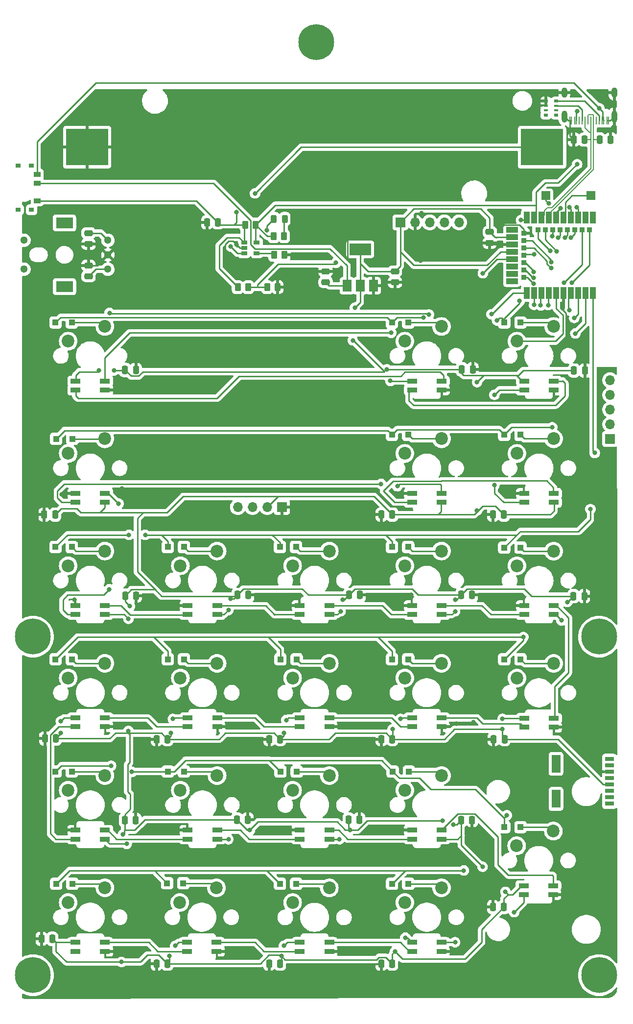
<source format=gbr>
%TF.GenerationSoftware,KiCad,Pcbnew,(5.99.0-9526-g5c17ff0595)*%
%TF.CreationDate,2021-07-05T19:36:53-05:00*%
%TF.ProjectId,Cafebabe,43616665-6261-4626-952e-6b696361645f,rev?*%
%TF.SameCoordinates,Original*%
%TF.FileFunction,Copper,L2,Bot*%
%TF.FilePolarity,Positive*%
%FSLAX46Y46*%
G04 Gerber Fmt 4.6, Leading zero omitted, Abs format (unit mm)*
G04 Created by KiCad (PCBNEW (5.99.0-9526-g5c17ff0595)) date 2021-07-05 19:36:53*
%MOMM*%
%LPD*%
G01*
G04 APERTURE LIST*
G04 Aperture macros list*
%AMRoundRect*
0 Rectangle with rounded corners*
0 $1 Rounding radius*
0 $2 $3 $4 $5 $6 $7 $8 $9 X,Y pos of 4 corners*
0 Add a 4 corners polygon primitive as box body*
4,1,4,$2,$3,$4,$5,$6,$7,$8,$9,$2,$3,0*
0 Add four circle primitives for the rounded corners*
1,1,$1+$1,$2,$3*
1,1,$1+$1,$4,$5*
1,1,$1+$1,$6,$7*
1,1,$1+$1,$8,$9*
0 Add four rect primitives between the rounded corners*
20,1,$1+$1,$2,$3,$4,$5,0*
20,1,$1+$1,$4,$5,$6,$7,0*
20,1,$1+$1,$6,$7,$8,$9,0*
20,1,$1+$1,$8,$9,$2,$3,0*%
G04 Aperture macros list end*
%TA.AperFunction,ComponentPad*%
%ADD10C,2.200000*%
%TD*%
%TA.AperFunction,ComponentPad*%
%ADD11R,3.000000X1.900000*%
%TD*%
%TA.AperFunction,ComponentPad*%
%ADD12C,1.300000*%
%TD*%
%TA.AperFunction,ComponentPad*%
%ADD13C,6.200000*%
%TD*%
%TA.AperFunction,ComponentPad*%
%ADD14R,1.700000X1.700000*%
%TD*%
%TA.AperFunction,ComponentPad*%
%ADD15O,1.700000X1.700000*%
%TD*%
%TA.AperFunction,SMDPad,CuDef*%
%ADD16R,1.800000X0.820000*%
%TD*%
%TA.AperFunction,SMDPad,CuDef*%
%ADD17RoundRect,0.250000X-0.250000X-0.475000X0.250000X-0.475000X0.250000X0.475000X-0.250000X0.475000X0*%
%TD*%
%TA.AperFunction,SMDPad,CuDef*%
%ADD18RoundRect,0.250000X0.262500X0.450000X-0.262500X0.450000X-0.262500X-0.450000X0.262500X-0.450000X0*%
%TD*%
%TA.AperFunction,SMDPad,CuDef*%
%ADD19R,1.100000X1.100000*%
%TD*%
%TA.AperFunction,SMDPad,CuDef*%
%ADD20RoundRect,0.250000X0.250000X0.475000X-0.250000X0.475000X-0.250000X-0.475000X0.250000X-0.475000X0*%
%TD*%
%TA.AperFunction,SMDPad,CuDef*%
%ADD21R,0.250000X1.400000*%
%TD*%
%TA.AperFunction,ComponentPad*%
%ADD22O,1.000000X1.800000*%
%TD*%
%TA.AperFunction,ComponentPad*%
%ADD23O,1.000000X2.100000*%
%TD*%
%TA.AperFunction,SMDPad,CuDef*%
%ADD24RoundRect,0.250000X-0.262500X-0.450000X0.262500X-0.450000X0.262500X0.450000X-0.262500X0.450000X0*%
%TD*%
%TA.AperFunction,SMDPad,CuDef*%
%ADD25RoundRect,0.250000X-0.475000X0.250000X-0.475000X-0.250000X0.475000X-0.250000X0.475000X0.250000X0*%
%TD*%
%TA.AperFunction,SMDPad,CuDef*%
%ADD26RoundRect,0.250000X0.475000X-0.250000X0.475000X0.250000X-0.475000X0.250000X-0.475000X-0.250000X0*%
%TD*%
%TA.AperFunction,SMDPad,CuDef*%
%ADD27R,1.000000X2.000000*%
%TD*%
%TA.AperFunction,SMDPad,CuDef*%
%ADD28R,2.000000X1.000000*%
%TD*%
%TA.AperFunction,SMDPad,CuDef*%
%ADD29R,0.900000X0.900000*%
%TD*%
%TA.AperFunction,SMDPad,CuDef*%
%ADD30R,0.800000X0.500000*%
%TD*%
%TA.AperFunction,SMDPad,CuDef*%
%ADD31R,0.800000X0.400000*%
%TD*%
%TA.AperFunction,SMDPad,CuDef*%
%ADD32R,1.500000X1.500000*%
%TD*%
%TA.AperFunction,SMDPad,CuDef*%
%ADD33R,1.250000X0.900000*%
%TD*%
%TA.AperFunction,SMDPad,CuDef*%
%ADD34R,0.900000X0.800000*%
%TD*%
%TA.AperFunction,SMDPad,CuDef*%
%ADD35RoundRect,0.243750X-0.243750X-0.456250X0.243750X-0.456250X0.243750X0.456250X-0.243750X0.456250X0*%
%TD*%
%TA.AperFunction,SMDPad,CuDef*%
%ADD36R,1.500000X3.100000*%
%TD*%
%TA.AperFunction,SMDPad,CuDef*%
%ADD37R,1.500000X0.800000*%
%TD*%
%TA.AperFunction,SMDPad,CuDef*%
%ADD38R,1.060000X0.650000*%
%TD*%
%TA.AperFunction,SMDPad,CuDef*%
%ADD39R,7.340000X6.350000*%
%TD*%
%TA.AperFunction,SMDPad,CuDef*%
%ADD40R,1.500000X2.000000*%
%TD*%
%TA.AperFunction,SMDPad,CuDef*%
%ADD41R,3.800000X2.000000*%
%TD*%
%TA.AperFunction,ViaPad*%
%ADD42C,0.800000*%
%TD*%
%TA.AperFunction,Conductor*%
%ADD43C,0.250000*%
%TD*%
%TA.AperFunction,Conductor*%
%ADD44C,0.200000*%
%TD*%
G04 APERTURE END LIST*
D10*
%TO.P,SW23,1,1*%
%TO.N,Net-(D47-Pad2)*%
X132040000Y-168994000D03*
%TO.P,SW23,2,2*%
%TO.N,/Core/C4*%
X125690000Y-171534000D03*
%TD*%
%TO.P,SW3,1,1*%
%TO.N,Net-(D27-Pad2)*%
X73840000Y-71994000D03*
%TO.P,SW3,2,2*%
%TO.N,/Core/C1*%
X67490000Y-74534000D03*
%TD*%
D11*
%TO.P,SW2,*%
%TO.N,*%
X66850000Y-54100000D03*
X66850000Y-65100000D03*
D12*
%TO.P,SW2,A,A*%
%TO.N,/Core/RotaryB*%
X74350000Y-62100000D03*
%TO.P,SW2,B,B*%
%TO.N,/Core/RotaryA*%
X74350000Y-57100000D03*
%TO.P,SW2,C,C*%
%TO.N,VSS*%
X74350000Y-59600000D03*
%TO.P,SW2,S1,S1*%
%TO.N,/Core/RotaryS1*%
X59850000Y-62100000D03*
%TO.P,SW2,S2,S2*%
%TO.N,/Core/RotaryS2*%
X59850000Y-57100000D03*
%TD*%
D10*
%TO.P,SW22,1,1*%
%TO.N,Net-(D46-Pad2)*%
X132040000Y-149594000D03*
%TO.P,SW22,2,2*%
%TO.N,/Core/C4*%
X125690000Y-152134000D03*
%TD*%
D13*
%TO.P,REF\u002A\u002A,1*%
%TO.N,N/C*%
X159300000Y-125600000D03*
%TD*%
D10*
%TO.P,SW27,1,1*%
%TO.N,Net-(D51-Pad2)*%
X151400000Y-159194000D03*
%TO.P,SW27,2,2*%
%TO.N,/Core/C5*%
X145050000Y-161734000D03*
%TD*%
%TO.P,SW16,1,1*%
%TO.N,Net-(D40-Pad2)*%
X112640000Y-130194000D03*
%TO.P,SW16,2,2*%
%TO.N,/Core/C3*%
X106290000Y-132734000D03*
%TD*%
D13*
%TO.P,REF\u002A\u002A,1*%
%TO.N,N/C*%
X110378000Y-22900000D03*
%TD*%
D14*
%TO.P,J4,1,Pin_1*%
%TO.N,VSS*%
X104450000Y-103200000D03*
D15*
%TO.P,J4,2,Pin_2*%
%TO.N,VCC*%
X101910000Y-103200000D03*
%TO.P,J4,3,Pin_3*%
%TO.N,/Core/SCL*%
X99370000Y-103200000D03*
%TO.P,J4,4,Pin_4*%
%TO.N,/Core/SDA*%
X96830000Y-103200000D03*
%TD*%
D10*
%TO.P,SW21,1,1*%
%TO.N,Net-(D45-Pad2)*%
X132040000Y-130194000D03*
%TO.P,SW21,2,2*%
%TO.N,/Core/C4*%
X125690000Y-132734000D03*
%TD*%
%TO.P,SW12,1,1*%
%TO.N,Net-(D36-Pad2)*%
X93240000Y-149594000D03*
%TO.P,SW12,2,2*%
%TO.N,/Core/C2*%
X86890000Y-152134000D03*
%TD*%
%TO.P,SW18,1,1*%
%TO.N,Net-(D42-Pad2)*%
X132040000Y-71994000D03*
%TO.P,SW18,2,2*%
%TO.N,/Core/C4*%
X125690000Y-74534000D03*
%TD*%
%TO.P,SW25,1,1*%
%TO.N,Net-(D49-Pad2)*%
X151440000Y-91394000D03*
%TO.P,SW25,2,2*%
%TO.N,/Core/C5*%
X145090000Y-93934000D03*
%TD*%
%TO.P,SW11,1,1*%
%TO.N,Net-(D35-Pad2)*%
X93240000Y-130194000D03*
%TO.P,SW11,2,2*%
%TO.N,/Core/C2*%
X86890000Y-132734000D03*
%TD*%
%TO.P,SW14,1,1*%
%TO.N,Net-(D38-Pad2)*%
X151440000Y-130220000D03*
%TO.P,SW14,2,2*%
%TO.N,/Core/C5*%
X145090000Y-132760000D03*
%TD*%
%TO.P,SW26,1,1*%
%TO.N,Net-(D50-Pad2)*%
X151440000Y-110820000D03*
%TO.P,SW26,2,2*%
%TO.N,/Core/C5*%
X145090000Y-113360000D03*
%TD*%
%TO.P,SW13,1,1*%
%TO.N,Net-(D37-Pad2)*%
X93140000Y-169000000D03*
%TO.P,SW13,2,2*%
%TO.N,/Core/C2*%
X86790000Y-171540000D03*
%TD*%
D13*
%TO.P,REF\u002A\u002A,1*%
%TO.N,N/C*%
X61400000Y-184100000D03*
%TD*%
D10*
%TO.P,SW24,1,1*%
%TO.N,Net-(D48-Pad2)*%
X151440000Y-71994000D03*
%TO.P,SW24,2,2*%
%TO.N,/Core/C5*%
X145090000Y-74534000D03*
%TD*%
%TO.P,SW6,1,1*%
%TO.N,Net-(D30-Pad2)*%
X73840000Y-130194000D03*
%TO.P,SW6,2,2*%
%TO.N,/Core/C1*%
X67490000Y-132734000D03*
%TD*%
D13*
%TO.P,REF\u002A\u002A,1*%
%TO.N,N/C*%
X159300000Y-184100000D03*
%TD*%
D10*
%TO.P,SW4,1,1*%
%TO.N,Net-(D28-Pad2)*%
X73840000Y-91394000D03*
%TO.P,SW4,2,2*%
%TO.N,/Core/C1*%
X67490000Y-93934000D03*
%TD*%
%TO.P,SW17,1,1*%
%TO.N,Net-(D41-Pad2)*%
X112640000Y-149594000D03*
%TO.P,SW17,2,2*%
%TO.N,/Core/C3*%
X106290000Y-152134000D03*
%TD*%
%TO.P,SW19,1,1*%
%TO.N,Net-(D43-Pad2)*%
X132040000Y-91394000D03*
%TO.P,SW19,2,2*%
%TO.N,/Core/C4*%
X125690000Y-93934000D03*
%TD*%
%TO.P,SW20,1,1*%
%TO.N,Net-(D44-Pad2)*%
X132040000Y-110794000D03*
%TO.P,SW20,2,2*%
%TO.N,/Core/C4*%
X125690000Y-113334000D03*
%TD*%
%TO.P,SW8,1,1*%
%TO.N,Net-(D32-Pad2)*%
X73840000Y-168994000D03*
%TO.P,SW8,2,2*%
%TO.N,/Core/C1*%
X67490000Y-171534000D03*
%TD*%
%TO.P,SW7,1,1*%
%TO.N,Net-(D31-Pad2)*%
X73840000Y-149594000D03*
%TO.P,SW7,2,2*%
%TO.N,/Core/C1*%
X67490000Y-152134000D03*
%TD*%
%TO.P,SW10,1,1*%
%TO.N,Net-(D34-Pad2)*%
X93240000Y-110794000D03*
%TO.P,SW10,2,2*%
%TO.N,/Core/C2*%
X86890000Y-113334000D03*
%TD*%
%TO.P,SW9,1,1*%
%TO.N,Net-(D33-Pad2)*%
X112640000Y-169020000D03*
%TO.P,SW9,2,2*%
%TO.N,/Core/C3*%
X106290000Y-171560000D03*
%TD*%
%TO.P,SW5,1,1*%
%TO.N,Net-(D29-Pad2)*%
X73840000Y-110794000D03*
%TO.P,SW5,2,2*%
%TO.N,/Core/C1*%
X67490000Y-113334000D03*
%TD*%
%TO.P,SW15,1,1*%
%TO.N,Net-(D39-Pad2)*%
X112640000Y-110794000D03*
%TO.P,SW15,2,2*%
%TO.N,/Core/C3*%
X106290000Y-113334000D03*
%TD*%
D13*
%TO.P,REF\u002A\u002A,1*%
%TO.N,N/C*%
X61400000Y-125600000D03*
%TD*%
D16*
%TO.P,D21,1,VDD*%
%TO.N,VCC*%
X93250000Y-121775000D03*
%TO.P,D21,2,DOUT*%
%TO.N,Net-(D21-Pad2)*%
X93250000Y-120240000D03*
%TO.P,D21,3,VSS*%
%TO.N,VSS*%
X88150000Y-120240000D03*
%TO.P,D21,4,DIN*%
%TO.N,Net-(D19-Pad2)*%
X88150000Y-121775000D03*
%TD*%
%TO.P,D22,1,VDD*%
%TO.N,VCC*%
X93250000Y-160575000D03*
%TO.P,D22,2,DOUT*%
%TO.N,Net-(D22-Pad2)*%
X93250000Y-159040000D03*
%TO.P,D22,3,VSS*%
%TO.N,VSS*%
X88150000Y-159040000D03*
%TO.P,D22,4,DIN*%
%TO.N,Net-(D20-Pad2)*%
X88150000Y-160575000D03*
%TD*%
D17*
%TO.P,C14,1*%
%TO.N,VSS*%
X82750000Y-143300000D03*
%TO.P,C14,2*%
%TO.N,VCC*%
X84650000Y-143300000D03*
%TD*%
D18*
%TO.P,R2,1*%
%TO.N,VSS*%
X104912500Y-59600000D03*
%TO.P,R2,2*%
%TO.N,Net-(R2-Pad2)*%
X103087500Y-59600000D03*
%TD*%
D19*
%TO.P,D36,1,K*%
%TO.N,/Core/R5*%
X84700000Y-148900000D03*
%TO.P,D36,2,A*%
%TO.N,Net-(D36-Pad2)*%
X87500000Y-148900000D03*
%TD*%
D20*
%TO.P,C13,1*%
%TO.N,VSS*%
X156850000Y-79600000D03*
%TO.P,C13,2*%
%TO.N,VCC*%
X154950000Y-79600000D03*
%TD*%
D17*
%TO.P,C23,1*%
%TO.N,VSS*%
X62850000Y-177800000D03*
%TO.P,C23,2*%
%TO.N,VCC*%
X64750000Y-177800000D03*
%TD*%
D18*
%TO.P,R3,1*%
%TO.N,VBUS*%
X99912500Y-54400000D03*
%TO.P,R3,2*%
%TO.N,VDDA*%
X98087500Y-54400000D03*
%TD*%
D19*
%TO.P,D33,1,K*%
%TO.N,/Core/R6*%
X104100000Y-168300000D03*
%TO.P,D33,2,A*%
%TO.N,Net-(D33-Pad2)*%
X106900000Y-168300000D03*
%TD*%
D16*
%TO.P,D10,1,VDD*%
%TO.N,VCC*%
X107550000Y-178425000D03*
%TO.P,D10,2,DOUT*%
%TO.N,Net-(D10-Pad2)*%
X107550000Y-179960000D03*
%TO.P,D10,3,VSS*%
%TO.N,VSS*%
X112650000Y-179960000D03*
%TO.P,D10,4,DIN*%
%TO.N,Net-(D10-Pad4)*%
X112650000Y-178425000D03*
%TD*%
D19*
%TO.P,D41,1,K*%
%TO.N,/Core/R5*%
X104200000Y-148900000D03*
%TO.P,D41,2,A*%
%TO.N,Net-(D41-Pad2)*%
X107000000Y-148900000D03*
%TD*%
%TO.P,D49,1,K*%
%TO.N,/Core/R2*%
X142900000Y-90700000D03*
%TO.P,D49,2,A*%
%TO.N,Net-(D49-Pad2)*%
X145700000Y-90700000D03*
%TD*%
D16*
%TO.P,D13,1,VDD*%
%TO.N,VCC*%
X88050000Y-178425000D03*
%TO.P,D13,2,DOUT*%
%TO.N,Net-(D13-Pad2)*%
X88050000Y-179960000D03*
%TO.P,D13,3,VSS*%
%TO.N,VSS*%
X93150000Y-179960000D03*
%TO.P,D13,4,DIN*%
%TO.N,Net-(D10-Pad2)*%
X93150000Y-178425000D03*
%TD*%
%TO.P,D7,1,VDD*%
%TO.N,VCC*%
X126950000Y-178425000D03*
%TO.P,D7,2,DOUT*%
%TO.N,Net-(D10-Pad4)*%
X126950000Y-179960000D03*
%TO.P,D7,3,VSS*%
%TO.N,VSS*%
X132050000Y-179960000D03*
%TO.P,D7,4,DIN*%
%TO.N,Net-(D4-Pad2)*%
X132050000Y-178425000D03*
%TD*%
D17*
%TO.P,C18,1*%
%TO.N,VSS*%
X140950000Y-104500000D03*
%TO.P,C18,2*%
%TO.N,VCC*%
X142850000Y-104500000D03*
%TD*%
D19*
%TO.P,D37,1,K*%
%TO.N,/Core/R6*%
X84600000Y-168200000D03*
%TO.P,D37,2,A*%
%TO.N,Net-(D37-Pad2)*%
X87400000Y-168200000D03*
%TD*%
D16*
%TO.P,D19,1,VDD*%
%TO.N,VCC*%
X73850000Y-121775000D03*
%TO.P,D19,2,DOUT*%
%TO.N,Net-(D19-Pad2)*%
X73850000Y-120240000D03*
%TO.P,D19,3,VSS*%
%TO.N,VSS*%
X68750000Y-120240000D03*
%TO.P,D19,4,DIN*%
%TO.N,Net-(D17-Pad2)*%
X68750000Y-121775000D03*
%TD*%
D14*
%TO.P,J1,1,Pin_1*%
%TO.N,VCC*%
X124925000Y-54000000D03*
D15*
%TO.P,J1,2,Pin_2*%
%TO.N,VSS*%
X127465000Y-54000000D03*
%TO.P,J1,3,Pin_3*%
%TO.N,SWDIO*%
X130005000Y-54000000D03*
%TO.P,J1,4,Pin_4*%
%TO.N,SWD*%
X132545000Y-54000000D03*
%TO.P,J1,5,Pin_5*%
%TO.N,RST*%
X135085000Y-54000000D03*
%TD*%
D17*
%TO.P,C9,1*%
%TO.N,VSS*%
X140950000Y-172300000D03*
%TO.P,C9,2*%
%TO.N,VCC*%
X142850000Y-172300000D03*
%TD*%
D20*
%TO.P,C30,1*%
%TO.N,VSS*%
X117950000Y-118400000D03*
%TO.P,C30,2*%
%TO.N,VCC*%
X116050000Y-118400000D03*
%TD*%
%TO.P,C3,1*%
%TO.N,D-*%
X156800000Y-39700000D03*
%TO.P,C3,2*%
%TO.N,VSS*%
X154900000Y-39700000D03*
%TD*%
D17*
%TO.P,C12,1*%
%TO.N,VSS*%
X121650000Y-182100000D03*
%TO.P,C12,2*%
%TO.N,VCC*%
X123550000Y-182100000D03*
%TD*%
D16*
%TO.P,D24,1,VDD*%
%TO.N,VCC*%
X112650000Y-160575000D03*
%TO.P,D24,2,DOUT*%
%TO.N,Net-(D24-Pad2)*%
X112650000Y-159040000D03*
%TO.P,D24,3,VSS*%
%TO.N,VSS*%
X107550000Y-159040000D03*
%TO.P,D24,4,DIN*%
%TO.N,Net-(D22-Pad2)*%
X107550000Y-160575000D03*
%TD*%
D19*
%TO.P,D38,1,K*%
%TO.N,/Core/R4*%
X142900000Y-129500000D03*
%TO.P,D38,2,A*%
%TO.N,Net-(D38-Pad2)*%
X145700000Y-129500000D03*
%TD*%
D16*
%TO.P,D16,1,VDD*%
%TO.N,VCC*%
X68750000Y-178425000D03*
%TO.P,D16,2,DOUT*%
%TO.N,unconnected-(D16-Pad2)*%
X68750000Y-179960000D03*
%TO.P,D16,3,VSS*%
%TO.N,VSS*%
X73850000Y-179960000D03*
%TO.P,D16,4,DIN*%
%TO.N,Net-(D13-Pad2)*%
X73850000Y-178425000D03*
%TD*%
D17*
%TO.P,C25,1*%
%TO.N,VSS*%
X141050000Y-143300000D03*
%TO.P,C25,2*%
%TO.N,VCC*%
X142950000Y-143300000D03*
%TD*%
D21*
%TO.P,P1,A1,GND*%
%TO.N,VSS*%
X154275000Y-36387500D03*
%TO.P,P1,A4,VBUS*%
%TO.N,VBUS*%
X155075000Y-36387500D03*
%TO.P,P1,A5,CC*%
%TO.N,Net-(P1-PadA5)*%
X156350000Y-36387500D03*
%TO.P,P1,A6,D+*%
%TO.N,D+*%
X157350000Y-36387500D03*
%TO.P,P1,A7,D-*%
%TO.N,D-*%
X157850000Y-36387500D03*
%TO.P,P1,A8,SBU1*%
%TO.N,unconnected-(P1-PadA8)*%
X155850000Y-36387500D03*
%TO.P,P1,A9,VBUS*%
%TO.N,VBUS*%
X160125000Y-36387500D03*
%TO.P,P1,A12,GND*%
%TO.N,VSS*%
X160925000Y-36387500D03*
%TO.P,P1,B1,GND*%
X160675000Y-36387500D03*
%TO.P,P1,B4,VBUS*%
%TO.N,VBUS*%
X159875000Y-36387500D03*
%TO.P,P1,B5,VCONN*%
%TO.N,Net-(P1-PadB5)*%
X159350000Y-36387500D03*
%TO.P,P1,B6,D+*%
%TO.N,D+*%
X158350000Y-36387500D03*
%TO.P,P1,B7,D-*%
%TO.N,D-*%
X156850000Y-36387500D03*
%TO.P,P1,B8,SBU2*%
%TO.N,unconnected-(P1-PadB8)*%
X158850000Y-36387500D03*
%TO.P,P1,B9,VBUS*%
%TO.N,VBUS*%
X155325000Y-36387500D03*
%TO.P,P1,B12,GND*%
%TO.N,VSS*%
X154525000Y-36387500D03*
D22*
%TO.P,P1,S1,SHIELD*%
X161920000Y-31537500D03*
X153280000Y-31537500D03*
D23*
X153280000Y-35687500D03*
X161920000Y-35687500D03*
%TD*%
D19*
%TO.P,D40,1,K*%
%TO.N,/Core/R4*%
X104200000Y-129500000D03*
%TO.P,D40,2,A*%
%TO.N,Net-(D40-Pad2)*%
X107000000Y-129500000D03*
%TD*%
%TO.P,D48,1,K*%
%TO.N,/Core/R1*%
X142900000Y-71300000D03*
%TO.P,D48,2,A*%
%TO.N,Net-(D48-Pad2)*%
X145700000Y-71300000D03*
%TD*%
%TO.P,D28,1,K*%
%TO.N,/Core/R2*%
X65400000Y-91400000D03*
%TO.P,D28,2,A*%
%TO.N,Net-(D28-Pad2)*%
X68200000Y-91400000D03*
%TD*%
%TO.P,D43,1,K*%
%TO.N,/Core/R2*%
X123500000Y-90700000D03*
%TO.P,D43,2,A*%
%TO.N,Net-(D43-Pad2)*%
X126300000Y-90700000D03*
%TD*%
D24*
%TO.P,C34,1*%
%TO.N,VDDA*%
X96800000Y-65200000D03*
%TO.P,C34,2*%
%TO.N,VBat*%
X98625000Y-65200000D03*
%TD*%
D19*
%TO.P,D31,1,K*%
%TO.N,/Core/R5*%
X65300000Y-148900000D03*
%TO.P,D31,2,A*%
%TO.N,Net-(D31-Pad2)*%
X68100000Y-148900000D03*
%TD*%
D20*
%TO.P,C7,1*%
%TO.N,VSS*%
X79200000Y-79500000D03*
%TO.P,C7,2*%
%TO.N,VCC*%
X77300000Y-79500000D03*
%TD*%
D19*
%TO.P,D51,1,K*%
%TO.N,/Core/R5*%
X142900000Y-158500000D03*
%TO.P,D51,2,A*%
%TO.N,Net-(D51-Pad2)*%
X145700000Y-158500000D03*
%TD*%
D20*
%TO.P,C29,1*%
%TO.N,VSS*%
X98550000Y-157200000D03*
%TO.P,C29,2*%
%TO.N,VCC*%
X96650000Y-157200000D03*
%TD*%
D19*
%TO.P,D39,1,K*%
%TO.N,/Core/R3*%
X104100000Y-110100000D03*
%TO.P,D39,2,A*%
%TO.N,Net-(D39-Pad2)*%
X106900000Y-110100000D03*
%TD*%
D20*
%TO.P,C32,1*%
%TO.N,VSS*%
X137350000Y-118400000D03*
%TO.P,C32,2*%
%TO.N,VCC*%
X135450000Y-118400000D03*
%TD*%
%TO.P,C31,1*%
%TO.N,VSS*%
X117850000Y-157200000D03*
%TO.P,C31,2*%
%TO.N,VCC*%
X115950000Y-157200000D03*
%TD*%
D24*
%TO.P,C35,1*%
%TO.N,VBat*%
X101887500Y-65200000D03*
%TO.P,C35,2*%
%TO.N,VSS*%
X103712500Y-65200000D03*
%TD*%
D20*
%TO.P,C28,1*%
%TO.N,VSS*%
X98650000Y-118400000D03*
%TO.P,C28,2*%
%TO.N,VCC*%
X96750000Y-118400000D03*
%TD*%
D19*
%TO.P,D42,1,K*%
%TO.N,/Core/R1*%
X123500000Y-71300000D03*
%TO.P,D42,2,A*%
%TO.N,Net-(D42-Pad2)*%
X126300000Y-71300000D03*
%TD*%
D20*
%TO.P,C10,1*%
%TO.N,VSS*%
X137450000Y-79400000D03*
%TO.P,C10,2*%
%TO.N,VCC*%
X135550000Y-79400000D03*
%TD*%
D19*
%TO.P,D46,1,K*%
%TO.N,/Core/R5*%
X123600000Y-148900000D03*
%TO.P,D46,2,A*%
%TO.N,Net-(D46-Pad2)*%
X126400000Y-148900000D03*
%TD*%
%TO.P,D45,1,K*%
%TO.N,/Core/R4*%
X123500000Y-129500000D03*
%TO.P,D45,2,A*%
%TO.N,Net-(D45-Pad2)*%
X126300000Y-129500000D03*
%TD*%
D17*
%TO.P,C22,1*%
%TO.N,VSS*%
X121650000Y-143300000D03*
%TO.P,C22,2*%
%TO.N,VCC*%
X123550000Y-143300000D03*
%TD*%
D25*
%TO.P,C16,1*%
%TO.N,/Core/RotaryA*%
X71000000Y-55850000D03*
%TO.P,C16,2*%
%TO.N,VSS*%
X71000000Y-57750000D03*
%TD*%
D19*
%TO.P,D29,1,K*%
%TO.N,/Core/R3*%
X65300000Y-110100000D03*
%TO.P,D29,2,A*%
%TO.N,Net-(D29-Pad2)*%
X68100000Y-110100000D03*
%TD*%
%TO.P,D30,1,K*%
%TO.N,/Core/R4*%
X65300000Y-129500000D03*
%TO.P,D30,2,A*%
%TO.N,Net-(D30-Pad2)*%
X68100000Y-129500000D03*
%TD*%
D17*
%TO.P,C11,1*%
%TO.N,VSS*%
X63450000Y-143200000D03*
%TO.P,C11,2*%
%TO.N,VCC*%
X65350000Y-143200000D03*
%TD*%
D16*
%TO.P,D2,1,VDD*%
%TO.N,VCC*%
X68750000Y-81425000D03*
%TO.P,D2,2,DOUT*%
%TO.N,Net-(D2-Pad2)*%
X68750000Y-82960000D03*
%TO.P,D2,3,VSS*%
%TO.N,VSS*%
X73850000Y-82960000D03*
%TO.P,D2,4,DIN*%
%TO.N,/Core/SK6812*%
X73850000Y-81425000D03*
%TD*%
D19*
%TO.P,D35,1,K*%
%TO.N,/Core/R4*%
X84700000Y-129500000D03*
%TO.P,D35,2,A*%
%TO.N,Net-(D35-Pad2)*%
X87500000Y-129500000D03*
%TD*%
D16*
%TO.P,D26,1,VDD*%
%TO.N,VCC*%
X132050000Y-160575000D03*
%TO.P,D26,2,DOUT*%
%TO.N,B*%
X132050000Y-159040000D03*
%TO.P,D26,3,VSS*%
%TO.N,VSS*%
X126950000Y-159040000D03*
%TO.P,D26,4,DIN*%
%TO.N,Net-(D24-Pad2)*%
X126950000Y-160575000D03*
%TD*%
%TO.P,D12,1,VDD*%
%TO.N,VCC*%
X107550000Y-139625000D03*
%TO.P,D12,2,DOUT*%
%TO.N,Net-(D12-Pad2)*%
X107550000Y-141160000D03*
%TO.P,D12,3,VSS*%
%TO.N,VSS*%
X112650000Y-141160000D03*
%TO.P,D12,4,DIN*%
%TO.N,Net-(D12-Pad4)*%
X112650000Y-139625000D03*
%TD*%
D20*
%TO.P,C8,1*%
%TO.N,VSS*%
X156750000Y-118600000D03*
%TO.P,C8,2*%
%TO.N,VCC*%
X154850000Y-118600000D03*
%TD*%
D16*
%TO.P,D25,1,VDD*%
%TO.N,VCC*%
X132050000Y-121775000D03*
%TO.P,D25,2,DOUT*%
%TO.N,A*%
X132050000Y-120240000D03*
%TO.P,D25,3,VSS*%
%TO.N,VSS*%
X126950000Y-120240000D03*
%TO.P,D25,4,DIN*%
%TO.N,Net-(D23-Pad2)*%
X126950000Y-121775000D03*
%TD*%
D17*
%TO.P,C15,1*%
%TO.N,VSS*%
X102250000Y-182100000D03*
%TO.P,C15,2*%
%TO.N,VCC*%
X104150000Y-182100000D03*
%TD*%
D19*
%TO.P,D44,1,K*%
%TO.N,/Core/R3*%
X123500000Y-110100000D03*
%TO.P,D44,2,A*%
%TO.N,Net-(D44-Pad2)*%
X126300000Y-110100000D03*
%TD*%
D16*
%TO.P,D20,1,VDD*%
%TO.N,VCC*%
X73850000Y-160575000D03*
%TO.P,D20,2,DOUT*%
%TO.N,Net-(D20-Pad2)*%
X73850000Y-159040000D03*
%TO.P,D20,3,VSS*%
%TO.N,VSS*%
X68750000Y-159040000D03*
%TO.P,D20,4,DIN*%
%TO.N,Net-(D18-Pad2)*%
X68750000Y-160575000D03*
%TD*%
D26*
%TO.P,C4,1*%
%TO.N,Net-(C4-Pad1)*%
X112000000Y-64350000D03*
%TO.P,C4,2*%
%TO.N,VSS*%
X112000000Y-62450000D03*
%TD*%
D20*
%TO.P,C27,1*%
%TO.N,VSS*%
X79150000Y-157300000D03*
%TO.P,C27,2*%
%TO.N,VCC*%
X77250000Y-157300000D03*
%TD*%
D19*
%TO.P,D32,1,K*%
%TO.N,/Core/R6*%
X65400000Y-168300000D03*
%TO.P,D32,2,A*%
%TO.N,Net-(D32-Pad2)*%
X68200000Y-168300000D03*
%TD*%
D27*
%TO.P,U3,1,P1.11*%
%TO.N,/Core/R3*%
X158248250Y-66200000D03*
%TO.P,U3,2,P1.10*%
%TO.N,/Core/R4*%
X156978250Y-66200000D03*
%TO.P,U3,3,P0.03*%
%TO.N,/Core/R5*%
X155708250Y-66200000D03*
%TO.P,U3,4,P0.28/A4*%
%TO.N,/Core/R6*%
X154438250Y-66200000D03*
%TO.P,U3,5,GND*%
%TO.N,VSS*%
X153168250Y-66200000D03*
%TO.P,U3,6,P1.13*%
%TO.N,/Core/C5*%
X151898250Y-66200000D03*
%TO.P,U3,7,P0.02/A0*%
%TO.N,/Core/C4*%
X150628250Y-66200000D03*
%TO.P,U3,8,P0.29/A5*%
%TO.N,/Core/C3*%
X149358250Y-66200000D03*
%TO.P,U3,9,P0.31/A7*%
%TO.N,/Core/C2*%
X148088250Y-66200000D03*
%TO.P,U3,10,P0.30/A6*%
%TO.N,/Core/C1*%
X146818250Y-66200000D03*
D28*
%TO.P,U3,11,P0.0/X1*%
%TO.N,unconnected-(U3-Pad11)*%
X144218250Y-64140000D03*
D29*
%TO.P,U3,12,P0.26*%
%TO.N,Net-(J3-Pad1)*%
X146318250Y-63510000D03*
D28*
%TO.P,U3,13,P0.1/X2*%
%TO.N,unconnected-(U3-Pad13)*%
X144218250Y-62870000D03*
D29*
%TO.P,U3,14,P0.06*%
%TO.N,Net-(J3-Pad2)*%
X146318250Y-62240000D03*
D28*
%TO.P,U3,15,P0.5/A3*%
%TO.N,unconnected-(U3-Pad15)*%
X144218250Y-61600000D03*
D29*
%TO.P,U3,16,P0.08*%
%TO.N,Net-(J3-Pad3)*%
X146318250Y-60970000D03*
D28*
%TO.P,U3,17,P1.09*%
%TO.N,/Core/SK6812*%
X144218250Y-60330000D03*
D29*
%TO.P,U3,18,P0.04/A2*%
%TO.N,VBat*%
X146318250Y-59700000D03*
D28*
%TO.P,U3,19,VDD*%
%TO.N,VCC*%
X144218250Y-59060000D03*
D29*
%TO.P,U3,20,P0.12*%
%TO.N,Net-(J3-Pad4)*%
X146318250Y-58430000D03*
D28*
%TO.P,U3,21,GND*%
%TO.N,VSS*%
X144218250Y-57790000D03*
D29*
%TO.P,U3,22,P0.07*%
%TO.N,Net-(J3-Pad5)*%
X146318250Y-57160000D03*
D28*
%TO.P,U3,23,VDDH*%
%TO.N,VCC*%
X144218250Y-56520000D03*
D29*
%TO.P,U3,24,GND*%
%TO.N,VSS*%
X146318250Y-55890000D03*
D28*
%TO.P,U3,25,DCH*%
%TO.N,unconnected-(U3-Pad25)*%
X144218250Y-55250000D03*
D27*
%TO.P,U3,26,RST*%
%TO.N,RST*%
X146818250Y-53200000D03*
%TO.P,U3,27,VBUS*%
%TO.N,VBUS*%
X148088250Y-53200000D03*
D29*
%TO.P,U3,28,P0.15*%
%TO.N,/Core/SDA*%
X148723250Y-55300000D03*
D27*
%TO.P,U3,29,D-*%
%TO.N,D-*%
X149358250Y-53200000D03*
D29*
%TO.P,U3,30,P0.17*%
%TO.N,/Core/SCL*%
X149993250Y-55300000D03*
D27*
%TO.P,U3,31,D+*%
%TO.N,D+*%
X150628250Y-53200000D03*
D29*
%TO.P,U3,32,P0.20*%
%TO.N,/Core/RotaryS2*%
X151263250Y-55300000D03*
D27*
%TO.P,U3,33,P0.13*%
%TO.N,Net-(SW1-Pad2)*%
X151898250Y-53200000D03*
D29*
%TO.P,U3,34,P0.22*%
%TO.N,/Core/RotaryA*%
X152533250Y-55300000D03*
D27*
%TO.P,U3,35,P0.24*%
%TO.N,Net-(SW1-Pad1)*%
X153168250Y-53200000D03*
D29*
%TO.P,U3,36,P1.0*%
%TO.N,/Core/RotaryB*%
X153803250Y-55300000D03*
D27*
%TO.P,U3,37,SWDIO*%
%TO.N,SWDIO*%
X154438250Y-53200000D03*
D29*
%TO.P,U3,38,P1.02*%
%TO.N,/Core/RotaryS1*%
X155073250Y-55300000D03*
D27*
%TO.P,U3,39,SWD*%
%TO.N,SWD*%
X155708250Y-53200000D03*
D29*
%TO.P,U3,40,P1.04*%
%TO.N,/Core/R2*%
X156343250Y-55300000D03*
D27*
%TO.P,U3,41,NFC1*%
%TO.N,unconnected-(U3-Pad41)*%
X156978250Y-53200000D03*
D29*
%TO.P,U3,42,P1.06*%
%TO.N,/Core/R1*%
X157613250Y-55300000D03*
D27*
%TO.P,U3,43,NFC2*%
%TO.N,unconnected-(U3-Pad43)*%
X158248250Y-53200000D03*
%TD*%
D19*
%TO.P,D47,1,K*%
%TO.N,/Core/R6*%
X123500000Y-168300000D03*
%TO.P,D47,2,A*%
%TO.N,Net-(D47-Pad2)*%
X126300000Y-168300000D03*
%TD*%
D30*
%TO.P,RN1,1,R1.1*%
%TO.N,unconnected-(RN1-Pad1)*%
X150100000Y-35450000D03*
D31*
%TO.P,RN1,2,R2.1*%
%TO.N,unconnected-(RN1-Pad2)*%
X150100000Y-34650000D03*
%TO.P,RN1,3,R3.1*%
%TO.N,VSS*%
X150100000Y-33850000D03*
D30*
%TO.P,RN1,4,R4.1*%
X150100000Y-33050000D03*
%TO.P,RN1,5,R4.2*%
%TO.N,Net-(P1-PadB5)*%
X151900000Y-33050000D03*
D31*
%TO.P,RN1,6,R3.2*%
%TO.N,Net-(P1-PadA5)*%
X151900000Y-33850000D03*
%TO.P,RN1,7,R2.2*%
%TO.N,unconnected-(RN1-Pad7)*%
X151900000Y-34650000D03*
D30*
%TO.P,RN1,8,R1.2*%
%TO.N,unconnected-(RN1-Pad8)*%
X151900000Y-35450000D03*
%TD*%
D17*
%TO.P,C20,1*%
%TO.N,VSS*%
X82750000Y-182100000D03*
%TO.P,C20,2*%
%TO.N,VCC*%
X84650000Y-182100000D03*
%TD*%
%TO.P,C21,1*%
%TO.N,VSS*%
X121650000Y-104500000D03*
%TO.P,C21,2*%
%TO.N,VCC*%
X123550000Y-104500000D03*
%TD*%
D20*
%TO.P,C26,1*%
%TO.N,VSS*%
X79250000Y-118500000D03*
%TO.P,C26,2*%
%TO.N,VCC*%
X77350000Y-118500000D03*
%TD*%
D16*
%TO.P,D15,1,VDD*%
%TO.N,VCC*%
X88150000Y-139625000D03*
%TO.P,D15,2,DOUT*%
%TO.N,Net-(D15-Pad2)*%
X88150000Y-141160000D03*
%TO.P,D15,3,VSS*%
%TO.N,VSS*%
X93250000Y-141160000D03*
%TO.P,D15,4,DIN*%
%TO.N,Net-(D12-Pad2)*%
X93250000Y-139625000D03*
%TD*%
%TO.P,D5,1,VDD*%
%TO.N,VCC*%
X126950000Y-81425000D03*
%TO.P,D5,2,DOUT*%
%TO.N,Net-(D5-Pad2)*%
X126950000Y-82960000D03*
%TO.P,D5,3,VSS*%
%TO.N,VSS*%
X132050000Y-82960000D03*
%TO.P,D5,4,DIN*%
%TO.N,Net-(D2-Pad2)*%
X132050000Y-81425000D03*
%TD*%
%TO.P,D14,1,VDD*%
%TO.N,VCC*%
X132050000Y-102375000D03*
%TO.P,D14,2,DOUT*%
%TO.N,Net-(D14-Pad2)*%
X132050000Y-100840000D03*
%TO.P,D14,3,VSS*%
%TO.N,VSS*%
X126950000Y-100840000D03*
%TO.P,D14,4,DIN*%
%TO.N,Net-(D11-Pad2)*%
X126950000Y-102375000D03*
%TD*%
%TO.P,D6,1,VDD*%
%TO.N,VCC*%
X146350000Y-139725000D03*
%TO.P,D6,2,DOUT*%
%TO.N,Net-(D6-Pad2)*%
X146350000Y-141260000D03*
%TO.P,D6,3,VSS*%
%TO.N,VSS*%
X151450000Y-141260000D03*
%TO.P,D6,4,DIN*%
%TO.N,Net-(D3-Pad2)*%
X151450000Y-139725000D03*
%TD*%
%TO.P,D8,1,VDD*%
%TO.N,VCC*%
X146350000Y-81425000D03*
%TO.P,D8,2,DOUT*%
%TO.N,Net-(D11-Pad4)*%
X146350000Y-82960000D03*
%TO.P,D8,3,VSS*%
%TO.N,VSS*%
X151450000Y-82960000D03*
%TO.P,D8,4,DIN*%
%TO.N,Net-(D5-Pad2)*%
X151450000Y-81425000D03*
%TD*%
D32*
%TO.P,SW1,1,A*%
%TO.N,Net-(SW1-Pad1)*%
X157900000Y-49400000D03*
%TO.P,SW1,2,B*%
%TO.N,Net-(SW1-Pad2)*%
X150100000Y-49400000D03*
%TD*%
D33*
%TO.P,Power->1,1,A*%
%TO.N,VBUS*%
X62125000Y-45750000D03*
%TO.P,Power->1,2,B*%
%TO.N,Net-(C4-Pad1)*%
X62125000Y-47250000D03*
%TO.P,Power->1,3,C*%
%TO.N,VDDA*%
X62125000Y-50250000D03*
D34*
%TO.P,Power->1,4*%
%TO.N,N/C*%
X61150000Y-44200000D03*
X58850000Y-44200000D03*
X61150000Y-51810000D03*
X58850000Y-51800000D03*
%TD*%
D16*
%TO.P,D9,1,VDD*%
%TO.N,VCC*%
X126950000Y-139625000D03*
%TO.P,D9,2,DOUT*%
%TO.N,Net-(D12-Pad4)*%
X126950000Y-141160000D03*
%TO.P,D9,3,VSS*%
%TO.N,VSS*%
X132050000Y-141160000D03*
%TO.P,D9,4,DIN*%
%TO.N,Net-(D6-Pad2)*%
X132050000Y-139625000D03*
%TD*%
D20*
%TO.P,C1,1*%
%TO.N,VDDA*%
X93400000Y-54000000D03*
%TO.P,C1,2*%
%TO.N,VSS*%
X91500000Y-54000000D03*
%TD*%
D25*
%TO.P,C5,1*%
%TO.N,VCC*%
X124000000Y-62450000D03*
%TO.P,C5,2*%
%TO.N,VSS*%
X124000000Y-64350000D03*
%TD*%
D16*
%TO.P,D4,1,VDD*%
%TO.N,VCC*%
X146250000Y-168625000D03*
%TO.P,D4,2,DOUT*%
%TO.N,Net-(D4-Pad2)*%
X146250000Y-170160000D03*
%TO.P,D4,3,VSS*%
%TO.N,VSS*%
X151350000Y-170160000D03*
%TO.P,D4,4,DIN*%
%TO.N,B*%
X151350000Y-168625000D03*
%TD*%
D19*
%TO.P,D27,1,K*%
%TO.N,/Core/R1*%
X65300000Y-71300000D03*
%TO.P,D27,2,A*%
%TO.N,Net-(D27-Pad2)*%
X68100000Y-71300000D03*
%TD*%
D18*
%TO.P,R1,1*%
%TO.N,Net-(D1-Pad2)*%
X104825000Y-56400000D03*
%TO.P,R1,2*%
%TO.N,VBUS*%
X103000000Y-56400000D03*
%TD*%
D14*
%TO.P,J3,1,Pin_1*%
%TO.N,Net-(J3-Pad1)*%
X161200000Y-91420000D03*
D15*
%TO.P,J3,2,Pin_2*%
%TO.N,Net-(J3-Pad2)*%
X161200000Y-88880000D03*
%TO.P,J3,3,Pin_3*%
%TO.N,Net-(J3-Pad3)*%
X161200000Y-86340000D03*
%TO.P,J3,4,Pin_4*%
%TO.N,Net-(J3-Pad4)*%
X161200000Y-83800000D03*
%TO.P,J3,5,Pin_5*%
%TO.N,Net-(J3-Pad5)*%
X161200000Y-81260000D03*
%TD*%
D16*
%TO.P,D18,1,VDD*%
%TO.N,VCC*%
X68750000Y-139625000D03*
%TO.P,D18,2,DOUT*%
%TO.N,Net-(D18-Pad2)*%
X68750000Y-141160000D03*
%TO.P,D18,3,VSS*%
%TO.N,VSS*%
X73850000Y-141160000D03*
%TO.P,D18,4,DIN*%
%TO.N,Net-(D15-Pad2)*%
X73850000Y-139625000D03*
%TD*%
D25*
%TO.P,C17,1*%
%TO.N,VSS*%
X71000000Y-61450000D03*
%TO.P,C17,2*%
%TO.N,/Core/RotaryB*%
X71000000Y-63350000D03*
%TD*%
%TO.P,C6,1*%
%TO.N,VCC*%
X140400000Y-55650000D03*
%TO.P,C6,2*%
%TO.N,VSS*%
X140400000Y-57550000D03*
%TD*%
D20*
%TO.P,C33,1*%
%TO.N,VSS*%
X137350000Y-157300000D03*
%TO.P,C33,2*%
%TO.N,VCC*%
X135450000Y-157300000D03*
%TD*%
D16*
%TO.P,D11,1,VDD*%
%TO.N,VCC*%
X151450000Y-102375000D03*
%TO.P,D11,2,DOUT*%
%TO.N,Net-(D11-Pad2)*%
X151450000Y-100840000D03*
%TO.P,D11,3,VSS*%
%TO.N,VSS*%
X146350000Y-100840000D03*
%TO.P,D11,4,DIN*%
%TO.N,Net-(D11-Pad4)*%
X146350000Y-102375000D03*
%TD*%
D19*
%TO.P,D50,1,K*%
%TO.N,/Core/R3*%
X142900000Y-110200000D03*
%TO.P,D50,2,A*%
%TO.N,Net-(D50-Pad2)*%
X145700000Y-110200000D03*
%TD*%
D35*
%TO.P,D1,1,K*%
%TO.N,Net-(D1-Pad1)*%
X103062500Y-53400000D03*
%TO.P,D1,2,A*%
%TO.N,Net-(D1-Pad2)*%
X104937500Y-53400000D03*
%TD*%
D36*
%TO.P,J5,*%
%TO.N,*%
X151845000Y-153623687D03*
X151845000Y-147563687D03*
D37*
%TO.P,J5,1,DAT2*%
%TO.N,unconnected-(J5-Pad1)*%
X161095000Y-154443687D03*
%TO.P,J5,2,DAT3/CD*%
%TO.N,unconnected-(J5-Pad2)*%
X161095000Y-153343687D03*
%TO.P,J5,3,CMD*%
%TO.N,unconnected-(J5-Pad3)*%
X161095000Y-152243687D03*
%TO.P,J5,4,VDD*%
%TO.N,VCC*%
X161095000Y-151143687D03*
%TO.P,J5,5,CLK*%
%TO.N,unconnected-(J5-Pad5)*%
X161095000Y-150043687D03*
%TO.P,J5,6,VSS*%
%TO.N,VSS*%
X161095000Y-148943687D03*
%TO.P,J5,7,DAT0*%
%TO.N,unconnected-(J5-Pad7)*%
X161095000Y-147843687D03*
%TO.P,J5,8,DAT1*%
%TO.N,unconnected-(J5-Pad8)*%
X161095000Y-146743687D03*
%TD*%
D19*
%TO.P,D34,1,K*%
%TO.N,/Core/R3*%
X84700000Y-110100000D03*
%TO.P,D34,2,A*%
%TO.N,Net-(D34-Pad2)*%
X87500000Y-110100000D03*
%TD*%
D38*
%TO.P,U1,1,Chrg*%
%TO.N,Net-(D1-Pad1)*%
X97900000Y-59350000D03*
%TO.P,U1,2,Gnd*%
%TO.N,VSS*%
X97900000Y-58400000D03*
%TO.P,U1,3,Bat*%
%TO.N,VDDA*%
X97900000Y-57450000D03*
%TO.P,U1,4,VCC*%
%TO.N,VBUS*%
X100100000Y-57450000D03*
%TO.P,U1,5,PROG*%
%TO.N,Net-(R2-Pad2)*%
X100100000Y-59350000D03*
%TD*%
D16*
%TO.P,D3,1,VDD*%
%TO.N,VCC*%
X151450000Y-121775000D03*
%TO.P,D3,2,DOUT*%
%TO.N,Net-(D3-Pad2)*%
X151450000Y-120240000D03*
%TO.P,D3,3,VSS*%
%TO.N,VSS*%
X146350000Y-120240000D03*
%TO.P,D3,4,DIN*%
%TO.N,A*%
X146350000Y-121775000D03*
%TD*%
%TO.P,D17,1,VDD*%
%TO.N,VCC*%
X73850000Y-102375000D03*
%TO.P,D17,2,DOUT*%
%TO.N,Net-(D17-Pad2)*%
X73850000Y-100840000D03*
%TO.P,D17,3,VSS*%
%TO.N,VSS*%
X68750000Y-100840000D03*
%TO.P,D17,4,DIN*%
%TO.N,Net-(D14-Pad2)*%
X68750000Y-102375000D03*
%TD*%
D39*
%TO.P,BT1,1,+*%
%TO.N,VDDA*%
X149430000Y-41000000D03*
%TO.P,BT1,2,-*%
%TO.N,VSS*%
X70770000Y-41000000D03*
%TD*%
D40*
%TO.P,U2,1,GND*%
%TO.N,VSS*%
X120300000Y-64950000D03*
%TO.P,U2,2,VO*%
%TO.N,VCC*%
X118000000Y-64950000D03*
D41*
X118000000Y-58650000D03*
D40*
%TO.P,U2,3,VI*%
%TO.N,Net-(C4-Pad1)*%
X115700000Y-64950000D03*
%TD*%
D17*
%TO.P,C2,1*%
%TO.N,D+*%
X159400000Y-39700000D03*
%TO.P,C2,2*%
%TO.N,VSS*%
X161300000Y-39700000D03*
%TD*%
%TO.P,C24,1*%
%TO.N,VSS*%
X63350000Y-104500000D03*
%TO.P,C24,2*%
%TO.N,VCC*%
X65250000Y-104500000D03*
%TD*%
D16*
%TO.P,D23,1,VDD*%
%TO.N,VCC*%
X112650000Y-121775000D03*
%TO.P,D23,2,DOUT*%
%TO.N,Net-(D23-Pad2)*%
X112650000Y-120240000D03*
%TO.P,D23,3,VSS*%
%TO.N,VSS*%
X107550000Y-120240000D03*
%TO.P,D23,4,DIN*%
%TO.N,Net-(D21-Pad2)*%
X107550000Y-121775000D03*
%TD*%
D17*
%TO.P,C19,1*%
%TO.N,VSS*%
X102250000Y-143300000D03*
%TO.P,C19,2*%
%TO.N,VCC*%
X104150000Y-143300000D03*
%TD*%
D42*
%TO.N,VSS*%
X128800000Y-55400000D03*
X128600000Y-52400000D03*
X116400000Y-60800000D03*
X114400000Y-62400000D03*
X116000000Y-48800000D03*
X115800000Y-52600000D03*
%TO.N,VCC*%
X134057653Y-158057653D03*
X132200000Y-157400000D03*
%TO.N,VSS*%
X96600000Y-57800000D03*
X153400000Y-168600000D03*
X90800000Y-45200000D03*
X124200000Y-100800000D03*
X149600000Y-124800000D03*
X104400000Y-118800000D03*
X103000000Y-159200000D03*
X79400000Y-180000000D03*
X96200000Y-61800000D03*
X82600000Y-159200000D03*
X141600000Y-170600000D03*
X70800000Y-151200000D03*
X76800000Y-82400000D03*
X77200000Y-59000000D03*
X79600000Y-140800000D03*
X142900000Y-33100000D03*
X153000000Y-68800000D03*
X68600000Y-105200000D03*
X140600000Y-123400000D03*
X137600000Y-140400000D03*
X64600000Y-42000000D03*
X134600000Y-140600000D03*
X128400000Y-60600000D03*
X157400000Y-121600000D03*
X96600000Y-141000000D03*
X68600000Y-119200000D03*
X118800000Y-179800000D03*
X126200000Y-63600000D03*
X152200000Y-76000000D03*
X66400000Y-101000000D03*
X161100000Y-38000000D03*
X141400000Y-118800000D03*
X98400000Y-180200000D03*
X111200000Y-76000000D03*
X118600000Y-150600000D03*
X79800000Y-152400000D03*
X72900000Y-35100000D03*
X79400000Y-77200000D03*
X126800000Y-118400000D03*
X136800000Y-169000000D03*
X143600000Y-106600000D03*
X120200000Y-67800000D03*
X100800000Y-149600000D03*
X98800000Y-144200000D03*
X73400000Y-145600000D03*
X123400000Y-123400000D03*
X121200000Y-140800000D03*
X110600000Y-60000000D03*
X142200000Y-55000000D03*
X103400000Y-123800000D03*
X143600000Y-100600000D03*
X122200000Y-158800000D03*
X101000000Y-61800000D03*
X81400000Y-118600000D03*
X117800000Y-144600000D03*
X76800000Y-100000000D03*
X121000000Y-118800000D03*
X134200000Y-82400000D03*
X111200000Y-68000000D03*
X83400000Y-123200000D03*
%TO.N,VDDA*%
X96568928Y-52231072D03*
X99800000Y-49000000D03*
%TO.N,VCC*%
X104800000Y-179000000D03*
X72800000Y-79600000D03*
X75400000Y-79600000D03*
X76950000Y-159800000D03*
X114600000Y-121200000D03*
X124965000Y-139800000D03*
X142600000Y-139800000D03*
X98904101Y-159040000D03*
X95600000Y-119000000D03*
X125800000Y-177600000D03*
X152800000Y-122800000D03*
X114400000Y-160600000D03*
X66200000Y-140200000D03*
X134400000Y-121200000D03*
X85000000Y-180800000D03*
X86000000Y-179000000D03*
X138200000Y-81600000D03*
X117050000Y-68750000D03*
X76700000Y-181800000D03*
X124000000Y-180000000D03*
X105200000Y-140000000D03*
X123200000Y-81400000D03*
X66200000Y-142200000D03*
X115000000Y-119200000D03*
X142600000Y-141600000D03*
X153800000Y-119600000D03*
X95200000Y-160600000D03*
X139150000Y-165350000D03*
X138200000Y-103800000D03*
X143100000Y-169700000D03*
X104800000Y-142200000D03*
X123600000Y-141600000D03*
X85200000Y-142200000D03*
X116200000Y-159000000D03*
X122600000Y-79400000D03*
X116700000Y-74400000D03*
X77900000Y-141885000D03*
X95200000Y-121000000D03*
X77900000Y-122500000D03*
X134400000Y-119200000D03*
X85600000Y-139800000D03*
X104400000Y-180800000D03*
X77600000Y-161400000D03*
X78150000Y-120350000D03*
%TO.N,/Core/RotaryA*%
X152200000Y-56600000D03*
%TO.N,/Core/RotaryB*%
X153400000Y-56600000D03*
%TO.N,VBat*%
X113800000Y-61000000D03*
X148087347Y-59512653D03*
%TO.N,Net-(D1-Pad1)*%
X95600000Y-58175011D03*
X101868903Y-55331097D03*
%TO.N,/Core/SK6812*%
X139200000Y-62800000D03*
X123337347Y-73087347D03*
%TO.N,/Core/R1*%
X141650000Y-70950000D03*
X154600000Y-64400000D03*
X128900000Y-70450000D03*
X145550000Y-67600000D03*
%TO.N,/Core/R2*%
X151200000Y-89400000D03*
X153200000Y-64400000D03*
%TO.N,/Core/R3*%
X157800000Y-103550000D03*
X78000000Y-108000000D03*
X158550000Y-93850000D03*
X80800000Y-108000000D03*
%TO.N,/Core/R4*%
X155200000Y-73200000D03*
X146200000Y-125650000D03*
%TO.N,/Core/R5*%
X155000000Y-70521578D03*
X74900000Y-147900000D03*
X143350000Y-156450000D03*
X78500000Y-148950000D03*
%TO.N,/Core/R6*%
X154200000Y-69200000D03*
X135900000Y-166000000D03*
%TO.N,RST*%
X145800000Y-53600000D03*
%TO.N,SWD*%
X155400000Y-51400000D03*
%TO.N,SWDIO*%
X154200000Y-51400000D03*
%TO.N,Net-(J3-Pad5)*%
X151029172Y-60845825D03*
%TO.N,Net-(J3-Pad4)*%
X151000000Y-61875000D03*
%TO.N,Net-(J3-Pad3)*%
X147996585Y-62587473D03*
%TO.N,Net-(J3-Pad2)*%
X148012653Y-63587347D03*
%TO.N,Net-(J3-Pad1)*%
X148000000Y-64600000D03*
%TO.N,/Core/SDA*%
X150832979Y-58925000D03*
%TO.N,/Core/SCL*%
X152000000Y-59000000D03*
%TO.N,VBUS*%
X155500000Y-34800000D03*
X155500000Y-43950000D03*
X159350000Y-34300000D03*
%TO.N,/Core/C1*%
X74650000Y-69650000D03*
X129900000Y-69950000D03*
X140700000Y-69875000D03*
%TO.N,/Core/C2*%
X148050000Y-68250000D03*
%TO.N,/Core/C3*%
X149200000Y-68350000D03*
%TO.N,/Core/C4*%
X150500000Y-68300000D03*
%TO.N,/Core/RotaryS1*%
X154403959Y-56602675D03*
%TO.N,/Core/RotaryS2*%
X151200000Y-56400000D03*
%TO.N,Net-(D4-Pad2)*%
X144600000Y-173200000D03*
X134400000Y-178400000D03*
%TO.N,Net-(D11-Pad4)*%
X141200000Y-83800000D03*
X141200000Y-99400000D03*
%TO.N,Net-(D14-Pad2)*%
X124400000Y-99600000D03*
X121600000Y-99200000D03*
%TO.N,Net-(D17-Pad2)*%
X74600000Y-117400000D03*
X76200000Y-102600000D03*
%TO.N,Net-(SW1-Pad2)*%
X150600000Y-50749998D03*
X152600000Y-51600000D03*
%TD*%
D43*
%TO.N,VDDA*%
X99800000Y-49000000D02*
X107800000Y-41000000D01*
X107800000Y-41000000D02*
X149780000Y-41000000D01*
%TO.N,VSS*%
X112000000Y-62450000D02*
X114350000Y-62450000D01*
X115774989Y-52625011D02*
X115800000Y-52600000D01*
X114350000Y-62450000D02*
X114400000Y-62400000D01*
X116400000Y-60800000D02*
X115774989Y-60174989D01*
X115774989Y-60174989D02*
X115774989Y-52625011D01*
%TO.N,Net-(D11-Pad2)*%
X151400000Y-100840000D02*
X151400000Y-99800000D01*
X151400000Y-99800000D02*
X150274989Y-98674989D01*
X131986404Y-98749980D02*
X123650020Y-98749980D01*
X150274989Y-98674989D02*
X132061395Y-98674989D01*
X132061395Y-98674989D02*
X131986404Y-98749980D01*
X122000000Y-100400000D02*
X123960000Y-102360000D01*
X123650020Y-98749980D02*
X122000000Y-100400000D01*
X123960000Y-102360000D02*
X127000000Y-102360000D01*
%TO.N,Net-(D14-Pad2)*%
X124400000Y-99600000D02*
X124800000Y-99200000D01*
X124800000Y-99200000D02*
X131800000Y-99200000D01*
X131800000Y-99200000D02*
X132000000Y-99400000D01*
X132000000Y-99400000D02*
X132000000Y-100840000D01*
%TO.N,/Core/SK6812*%
X73800000Y-81440000D02*
X73800000Y-77400000D01*
X73800000Y-77400000D02*
X78112653Y-73087347D01*
X78112653Y-73087347D02*
X123337347Y-73087347D01*
%TO.N,VCC*%
X134057653Y-158057653D02*
X134692347Y-158057653D01*
X134692347Y-158057653D02*
X135450000Y-157300000D01*
X131400000Y-157400000D02*
X132200000Y-157400000D01*
%TO.N,VSS*%
X125450000Y-64350000D02*
X124000000Y-64350000D01*
X124240000Y-100840000D02*
X124200000Y-100800000D01*
X145553239Y-54424989D02*
X142775011Y-54424989D01*
X96600000Y-57800000D02*
X96000000Y-57200000D01*
X154275000Y-39075000D02*
X154900000Y-39700000D01*
X72500000Y-61450000D02*
X74350000Y-59600000D01*
X95200000Y-57200000D02*
X94600000Y-57800000D01*
X127000000Y-100840000D02*
X124240000Y-100840000D01*
X144218250Y-57790000D02*
X140640000Y-57790000D01*
X72500000Y-57750000D02*
X71000000Y-57750000D01*
X153600000Y-74600000D02*
X152200000Y-76000000D01*
X153000000Y-69073017D02*
X153600000Y-69673017D01*
X153000000Y-68800000D02*
X153000000Y-69073017D01*
X71000000Y-61450000D02*
X72500000Y-61450000D01*
X97200000Y-58400000D02*
X96600000Y-57800000D01*
X160675000Y-36387500D02*
X161220000Y-36387500D01*
X96000000Y-57200000D02*
X95200000Y-57200000D01*
X146318250Y-55190000D02*
X145553239Y-54424989D01*
X140640000Y-57790000D02*
X140400000Y-57550000D01*
X131450000Y-57550000D02*
X128400000Y-60600000D01*
X97900000Y-58400000D02*
X97200000Y-58400000D01*
X154275000Y-36387500D02*
X154275000Y-39075000D01*
X94600000Y-60200000D02*
X96200000Y-61800000D01*
X142775011Y-54424989D02*
X142200000Y-55000000D01*
X126200000Y-63600000D02*
X125450000Y-64350000D01*
X153600000Y-69673017D02*
X153600000Y-74600000D01*
X161220000Y-36387500D02*
X161920000Y-35687500D01*
X154525000Y-36387500D02*
X153980000Y-36387500D01*
X146318250Y-55890000D02*
X146318250Y-55190000D01*
X94600000Y-57800000D02*
X94600000Y-60200000D01*
X153980000Y-36387500D02*
X153280000Y-35687500D01*
X74350000Y-59600000D02*
X72500000Y-57750000D01*
X140400000Y-57550000D02*
X131450000Y-57550000D01*
%TO.N,VDDA*%
X95000000Y-56600000D02*
X93600000Y-58000000D01*
X93600000Y-58000000D02*
X93600000Y-62000000D01*
X97900000Y-57450000D02*
X97900000Y-54587500D01*
X97900000Y-54587500D02*
X98087500Y-54400000D01*
X93400000Y-54000000D02*
X89650000Y-50250000D01*
X98087500Y-54400000D02*
X96200000Y-54400000D01*
X93600000Y-62000000D02*
X96800000Y-65200000D01*
X97050000Y-56600000D02*
X95000000Y-56600000D01*
X97900000Y-57450000D02*
X97050000Y-56600000D01*
X96200000Y-54400000D02*
X93800000Y-54400000D01*
X96568928Y-52231072D02*
X96568928Y-54031072D01*
X93800000Y-54400000D02*
X93400000Y-54000000D01*
X96568928Y-54031072D02*
X96200000Y-54400000D01*
X89650000Y-50250000D02*
X62125000Y-50250000D01*
D44*
%TO.N,D+*%
X150628250Y-53200000D02*
X150628250Y-52566397D01*
X157350000Y-35522480D02*
X157484991Y-35387489D01*
X158450000Y-39700000D02*
X158325000Y-39575000D01*
X158350000Y-37437501D02*
X158350000Y-36387500D01*
X151098239Y-52096408D02*
X151098239Y-51959991D01*
X158249989Y-35387489D02*
X158350000Y-35487500D01*
X151158241Y-51899989D02*
X151294658Y-51899989D01*
X158325000Y-37462501D02*
X158350000Y-37437501D01*
X157350000Y-36387500D02*
X157350000Y-35522480D01*
X159400000Y-39700000D02*
X158450000Y-39700000D01*
X151098239Y-51959991D02*
X151158241Y-51899989D01*
X158350000Y-35487500D02*
X158350000Y-36387500D01*
X157484991Y-35387489D02*
X158249989Y-35387489D01*
X158325000Y-44869647D02*
X158325000Y-39575000D01*
X150628250Y-52566397D02*
X151098239Y-52096408D01*
X151294658Y-51899989D02*
X158325000Y-44869647D01*
X158325000Y-39575000D02*
X158325000Y-37462501D01*
%TO.N,D-*%
X157875000Y-44683250D02*
X151108252Y-51449998D01*
X157625000Y-38425000D02*
X157875000Y-38425000D01*
X157875000Y-37462501D02*
X157850000Y-37437501D01*
X157700000Y-39700000D02*
X157875000Y-39525000D01*
X149828239Y-52730011D02*
X149358250Y-53200000D01*
X156800000Y-39700000D02*
X157700000Y-39700000D01*
X150338232Y-51449998D02*
X149828239Y-51959991D01*
X156850000Y-37650000D02*
X157625000Y-38425000D01*
X157875000Y-38425000D02*
X157875000Y-37462501D01*
X157875000Y-39525000D02*
X157875000Y-44683250D01*
X149828239Y-51959991D02*
X149828239Y-52730011D01*
X151108252Y-51449998D02*
X150338232Y-51449998D01*
X156850000Y-36387500D02*
X156850000Y-37650000D01*
X157850000Y-37437501D02*
X157850000Y-36387500D01*
X157875000Y-38425000D02*
X157875000Y-39525000D01*
D43*
%TO.N,Net-(C4-Pad1)*%
X115700000Y-64950000D02*
X112600000Y-64950000D01*
X99074980Y-57865000D02*
X99784960Y-58574980D01*
X92613162Y-47250000D02*
X99074980Y-53711818D01*
X115700000Y-61500000D02*
X115700000Y-64950000D01*
X112774980Y-58574980D02*
X115700000Y-61500000D01*
X99074980Y-53711818D02*
X99074980Y-57865000D01*
X112600000Y-64950000D02*
X112000000Y-64350000D01*
X99784960Y-58574980D02*
X112774980Y-58574980D01*
X62125000Y-47250000D02*
X92613162Y-47250000D01*
%TO.N,VCC*%
X146377464Y-117349980D02*
X147627484Y-118600000D01*
X103760000Y-101350000D02*
X87386424Y-101350000D01*
X127275000Y-51650000D02*
X138800000Y-51650000D01*
X76700000Y-181800000D02*
X80000000Y-181800000D01*
X118000000Y-64950000D02*
X118000000Y-61100000D01*
X126125000Y-177600000D02*
X126950000Y-178425000D01*
X124925000Y-61525000D02*
X124925000Y-59075000D01*
X84650000Y-143300000D02*
X83599980Y-142249980D01*
X73800000Y-102360000D02*
X73800000Y-103300000D01*
X93250000Y-121775000D02*
X94425000Y-121775000D01*
X125800000Y-177600000D02*
X126125000Y-177600000D01*
X78948202Y-159040000D02*
X77190000Y-159040000D01*
X95600000Y-119000000D02*
X96150000Y-119000000D01*
X97800020Y-117349980D02*
X107949980Y-117349980D01*
X77350000Y-118500000D02*
X78400020Y-117449980D01*
X116240000Y-159040000D02*
X117548202Y-159040000D01*
X115950000Y-158750000D02*
X116200000Y-159000000D01*
X83599980Y-142249980D02*
X78099980Y-142249980D01*
X98490000Y-159040000D02*
X96650000Y-157200000D01*
X145349980Y-80450020D02*
X145050020Y-80450020D01*
X154950000Y-79600000D02*
X146200000Y-79600000D01*
X151450000Y-121775000D02*
X151775000Y-121775000D01*
X77250000Y-156350000D02*
X77250000Y-157300000D01*
X140400000Y-53250000D02*
X140400000Y-55650000D01*
X143560000Y-170160000D02*
X143100000Y-169700000D01*
X126949980Y-117349980D02*
X128000000Y-118400000D01*
X65375000Y-178425000D02*
X64750000Y-177800000D01*
X139000000Y-178400000D02*
X136100000Y-181300000D01*
X68800000Y-81440000D02*
X68800000Y-80400000D01*
X122600000Y-79400000D02*
X122450000Y-79400000D01*
X118000000Y-58300000D02*
X118100000Y-58200000D01*
X118000000Y-67800000D02*
X118000000Y-64950000D01*
X86950000Y-143300000D02*
X84650000Y-143300000D01*
X142850000Y-104500000D02*
X150900000Y-104500000D01*
X117100020Y-117349980D02*
X126949980Y-117349980D01*
X77350000Y-119550000D02*
X78150000Y-120350000D01*
X134300000Y-141600000D02*
X134004989Y-141895011D01*
X142850000Y-172300000D02*
X139000000Y-176150000D01*
X77250000Y-158980000D02*
X77250000Y-157300000D01*
X147627484Y-118600000D02*
X152350000Y-118600000D01*
X100344101Y-157600000D02*
X98904101Y-159040000D01*
X142600000Y-141600000D02*
X142600000Y-142950000D01*
X139749980Y-80450020D02*
X145050020Y-80450020D01*
X142850000Y-104450000D02*
X142850000Y-104500000D01*
X123240000Y-81440000D02*
X123200000Y-81400000D01*
X122450000Y-79400000D02*
X122125000Y-79725000D01*
X78099980Y-147350020D02*
X77774989Y-147675011D01*
X139349980Y-80450020D02*
X138200000Y-81600000D01*
X65375000Y-178425000D02*
X65375000Y-179975000D01*
X115000000Y-119200000D02*
X115250000Y-119200000D01*
X78400020Y-117449980D02*
X82500020Y-117449980D01*
X66775000Y-139625000D02*
X66200000Y-140200000D01*
X67450000Y-143200000D02*
X65350000Y-143200000D01*
X96750000Y-118400000D02*
X97800020Y-117349980D01*
X122450000Y-181000000D02*
X121211798Y-181000000D01*
X123550000Y-180450000D02*
X124000000Y-180000000D01*
X133825000Y-121775000D02*
X134400000Y-121200000D01*
X85775000Y-139625000D02*
X85600000Y-139800000D01*
X141530000Y-56520000D02*
X141270000Y-56520000D01*
X77350000Y-118500000D02*
X77350000Y-119550000D01*
X123600000Y-141600000D02*
X123600000Y-143250000D01*
X87386424Y-101350000D02*
X84586424Y-104150000D01*
X75800000Y-181800000D02*
X75400000Y-181800000D01*
X77350000Y-118500000D02*
X77350000Y-118800000D01*
X105000000Y-181400000D02*
X104400000Y-180800000D01*
X151500000Y-103900000D02*
X151500000Y-102460000D01*
X104400000Y-181850000D02*
X104150000Y-182100000D01*
X138800000Y-51650000D02*
X140400000Y-53250000D01*
X80450000Y-104150000D02*
X72950000Y-104150000D01*
X94650020Y-142249980D02*
X93600000Y-143300000D01*
X109000000Y-118400000D02*
X113400000Y-118400000D01*
X104800000Y-142200000D02*
X104800000Y-142650000D01*
X73800000Y-103300000D02*
X72950000Y-104150000D01*
X77190000Y-159040000D02*
X77250000Y-158980000D01*
X107949980Y-117349980D02*
X109000000Y-118400000D01*
X135450000Y-118400000D02*
X136500020Y-117349980D01*
X77200000Y-79600000D02*
X77300000Y-79500000D01*
X77774989Y-147675011D02*
X77774989Y-152374989D01*
X138200000Y-104000000D02*
X137700000Y-104500000D01*
X124000000Y-62450000D02*
X124925000Y-61525000D01*
X122125000Y-79725000D02*
X122050000Y-79800000D01*
X105375000Y-178425000D02*
X104800000Y-179000000D01*
X80438202Y-79800000D02*
X79688182Y-80550020D01*
X118000000Y-61100000D02*
X118000000Y-58650000D01*
X83150000Y-180600000D02*
X84650000Y-182100000D01*
X123550000Y-182100000D02*
X123550000Y-180450000D01*
X132000000Y-104000000D02*
X131500000Y-104500000D01*
X115250000Y-119200000D02*
X116050000Y-118400000D01*
X127250000Y-61400000D02*
X124925000Y-59075000D01*
X84586424Y-104150000D02*
X80450000Y-104150000D01*
X142675000Y-139725000D02*
X142600000Y-139800000D01*
X134825000Y-160575000D02*
X135450000Y-159950000D01*
X66200000Y-142350000D02*
X65350000Y-143200000D01*
X121211798Y-181000000D02*
X120811798Y-181400000D01*
X135450000Y-159950000D02*
X135450000Y-157300000D01*
X135450000Y-161650000D02*
X135450000Y-159950000D01*
X78200000Y-152800000D02*
X78200000Y-155400000D01*
X128000000Y-118400000D02*
X132500000Y-118400000D01*
X124925000Y-59075000D02*
X124925000Y-54000000D01*
X93600000Y-143300000D02*
X86950000Y-143300000D01*
X113400000Y-118400000D02*
X116050000Y-118400000D01*
X88050000Y-178425000D02*
X86575000Y-178425000D01*
X125140000Y-139625000D02*
X124965000Y-139800000D01*
X107550000Y-178425000D02*
X105375000Y-178425000D01*
X122499980Y-142249980D02*
X113650020Y-142249980D01*
X142600000Y-141600000D02*
X134300000Y-141600000D01*
X83650040Y-118600000D02*
X96550000Y-118600000D01*
X142600000Y-142950000D02*
X142950000Y-143300000D01*
X77774989Y-152374989D02*
X78200000Y-152800000D01*
X69650000Y-104150000D02*
X68950000Y-103450000D01*
X112650000Y-121775000D02*
X114025000Y-121775000D01*
X142850000Y-172300000D02*
X142850000Y-170870000D01*
X67200000Y-181800000D02*
X75800000Y-181800000D01*
X134400000Y-119200000D02*
X134650000Y-119200000D01*
X139000000Y-176150000D02*
X139000000Y-178400000D01*
X113650020Y-142249980D02*
X112600000Y-143300000D01*
X74700000Y-143200000D02*
X67450000Y-143200000D01*
X123600000Y-143250000D02*
X123550000Y-143300000D01*
X81200000Y-180600000D02*
X83150000Y-180600000D01*
X124000000Y-62450000D02*
X119350000Y-62450000D01*
X152200000Y-143300000D02*
X160043687Y-151143687D01*
X85200000Y-142200000D02*
X85200000Y-142750000D01*
X104200000Y-180600000D02*
X104400000Y-180800000D01*
X152350000Y-118600000D02*
X154850000Y-118600000D01*
X77600000Y-161400000D02*
X74675000Y-161400000D01*
X139963576Y-61400000D02*
X127250000Y-61400000D01*
X146040000Y-81440000D02*
X146400000Y-81440000D01*
X117050000Y-68750000D02*
X118000000Y-67800000D01*
X114400000Y-160600000D02*
X112675000Y-160600000D01*
X88150000Y-139625000D02*
X85775000Y-139625000D01*
X100711798Y-182100000D02*
X102211798Y-180600000D01*
X77350000Y-118800000D02*
X77600000Y-119050000D01*
X127000000Y-81440000D02*
X123240000Y-81440000D01*
X79450000Y-114399960D02*
X79450000Y-105150000D01*
X119188202Y-157400000D02*
X131400000Y-157400000D01*
X68750000Y-139625000D02*
X66775000Y-139625000D01*
X80788202Y-157200000D02*
X78948202Y-159040000D01*
X139200000Y-103000000D02*
X141400000Y-103000000D01*
X105575000Y-139625000D02*
X105200000Y-140000000D01*
X114000000Y-157600000D02*
X100344101Y-157600000D01*
X142950000Y-143300000D02*
X152200000Y-143300000D01*
X134650000Y-119200000D02*
X135450000Y-118400000D01*
X119350000Y-62450000D02*
X118000000Y-61100000D01*
X151500000Y-102460000D02*
X151400000Y-102360000D01*
X141450020Y-56599980D02*
X141530000Y-56520000D01*
X141400000Y-103000000D02*
X142850000Y-104450000D01*
X78350020Y-80550020D02*
X77300000Y-79500000D01*
X132000000Y-102360000D02*
X132000000Y-104000000D01*
X85000000Y-180800000D02*
X85000000Y-181750000D01*
X78099980Y-142499980D02*
X78099980Y-142249980D01*
X115950000Y-157200000D02*
X115950000Y-158750000D01*
X103760000Y-101350000D02*
X103605000Y-101505000D01*
X103099980Y-142249980D02*
X94650020Y-142249980D01*
X75650020Y-142249980D02*
X74700000Y-143200000D01*
X80000000Y-181800000D02*
X81200000Y-180600000D01*
X102211798Y-180600000D02*
X104200000Y-180600000D01*
X126950000Y-139625000D02*
X125140000Y-139625000D01*
X136100000Y-181300000D02*
X125300000Y-181300000D01*
X69400000Y-79800000D02*
X72600000Y-79800000D01*
X73800000Y-121760000D02*
X77160000Y-121760000D01*
X116200000Y-159000000D02*
X116240000Y-159040000D01*
X66200000Y-142200000D02*
X66200000Y-142350000D01*
X139150000Y-165350000D02*
X135450000Y-161650000D01*
X132050000Y-160575000D02*
X134825000Y-160575000D01*
X96150000Y-119000000D02*
X96750000Y-118400000D01*
X146200000Y-79600000D02*
X145349980Y-80450020D01*
X104150000Y-143300000D02*
X103099980Y-142249980D01*
X139749980Y-80450020D02*
X139349980Y-80450020D01*
X105900000Y-143300000D02*
X104150000Y-143300000D01*
X75400000Y-79600000D02*
X77200000Y-79600000D01*
X77190000Y-159040000D02*
X77190000Y-159560000D01*
X160043687Y-151143687D02*
X161095000Y-151143687D01*
X123550000Y-104500000D02*
X131500000Y-104500000D01*
X82500020Y-117449980D02*
X79450000Y-114399960D01*
X132050000Y-121775000D02*
X133825000Y-121775000D01*
X68950000Y-103450000D02*
X66300000Y-103450000D01*
X124925000Y-54000000D02*
X127275000Y-51650000D01*
X74675000Y-161400000D02*
X73850000Y-160575000D01*
X94425000Y-121775000D02*
X95200000Y-121000000D01*
X135900020Y-80450020D02*
X135550000Y-80100000D01*
X116800000Y-74400000D02*
X116700000Y-74400000D01*
X98904101Y-159040000D02*
X98490000Y-159040000D01*
X117548202Y-159040000D02*
X119188202Y-157400000D01*
X116200000Y-159000000D02*
X115400000Y-159000000D01*
X134300000Y-141600000D02*
X132600000Y-143300000D01*
X96650000Y-157200000D02*
X80788202Y-157200000D01*
X123550000Y-104500000D02*
X120400000Y-101350000D01*
X144218250Y-56520000D02*
X141530000Y-56520000D01*
X72950000Y-104150000D02*
X69650000Y-104150000D01*
X145050020Y-80450020D02*
X146040000Y-81440000D01*
X95200000Y-160600000D02*
X93275000Y-160600000D01*
X122050000Y-79800000D02*
X80438202Y-79800000D01*
X82500020Y-117449980D02*
X83650040Y-118600000D01*
X120400000Y-101350000D02*
X103760000Y-101350000D01*
X139749980Y-80450020D02*
X135900020Y-80450020D01*
X77190000Y-159560000D02*
X76950000Y-159800000D01*
X72600000Y-79800000D02*
X72800000Y-79600000D01*
X86575000Y-178425000D02*
X86000000Y-179000000D01*
X76700000Y-181800000D02*
X75800000Y-181800000D01*
X142303576Y-59060000D02*
X139963576Y-61400000D01*
X145889980Y-168625000D02*
X146250000Y-168625000D01*
X118000000Y-58650000D02*
X118000000Y-58300000D01*
X122125000Y-79725000D02*
X116800000Y-74400000D01*
X79688182Y-80550020D02*
X78350020Y-80550020D01*
X144218250Y-59060000D02*
X142303576Y-59060000D01*
X85200000Y-142750000D02*
X84650000Y-143300000D01*
X112675000Y-160600000D02*
X112650000Y-160575000D01*
X66300000Y-103450000D02*
X65250000Y-104500000D01*
X135550000Y-79400000D02*
X122600000Y-79400000D01*
X78200000Y-155400000D02*
X77250000Y-156350000D01*
X103605000Y-101505000D02*
X101910000Y-103200000D01*
X112600000Y-143300000D02*
X105900000Y-143300000D01*
X78099980Y-142249980D02*
X75650020Y-142249980D01*
X107550000Y-139625000D02*
X105575000Y-139625000D01*
X115400000Y-159000000D02*
X114000000Y-157600000D01*
X138200000Y-103800000D02*
X138200000Y-104000000D01*
X146350000Y-139725000D02*
X142675000Y-139725000D01*
X120811798Y-181400000D02*
X105000000Y-181400000D01*
X104400000Y-180800000D02*
X104400000Y-181850000D01*
X77160000Y-121760000D02*
X77900000Y-122500000D01*
X77900000Y-142300000D02*
X78099980Y-142499980D01*
X137700000Y-104500000D02*
X139200000Y-103000000D01*
X132600000Y-143300000D02*
X123550000Y-143300000D01*
X93275000Y-160600000D02*
X93250000Y-160575000D01*
X68800000Y-80400000D02*
X69400000Y-79800000D01*
X135550000Y-80100000D02*
X135550000Y-79400000D01*
X79450000Y-105150000D02*
X80450000Y-104150000D01*
X141270000Y-56520000D02*
X140400000Y-55650000D01*
X132500000Y-118400000D02*
X135450000Y-118400000D01*
X153800000Y-119600000D02*
X153850000Y-119600000D01*
X123550000Y-182100000D02*
X122450000Y-181000000D01*
X123550000Y-143300000D02*
X122499980Y-142249980D01*
X131500000Y-104500000D02*
X137700000Y-104500000D01*
X65375000Y-179975000D02*
X67200000Y-181800000D01*
X153850000Y-119600000D02*
X154850000Y-118600000D01*
X85000000Y-181750000D02*
X84650000Y-182100000D01*
X104800000Y-142650000D02*
X104150000Y-143300000D01*
X96550000Y-118600000D02*
X96750000Y-118400000D01*
X114025000Y-121775000D02*
X114600000Y-121200000D01*
X142850000Y-170870000D02*
X143560000Y-170160000D01*
X136500020Y-117349980D02*
X146377464Y-117349980D01*
X68750000Y-178425000D02*
X65375000Y-178425000D01*
X151775000Y-121775000D02*
X152800000Y-122800000D01*
X116050000Y-118400000D02*
X117100020Y-117349980D01*
X125300000Y-181300000D02*
X124000000Y-180000000D01*
X84650000Y-182100000D02*
X100711798Y-182100000D01*
X143560000Y-170160000D02*
X144354980Y-170160000D01*
X77900000Y-141885000D02*
X77900000Y-142300000D01*
X144354980Y-170160000D02*
X145889980Y-168625000D01*
X78099980Y-147350020D02*
X78099980Y-142499980D01*
X150900000Y-104500000D02*
X151500000Y-103900000D01*
%TO.N,/Core/RotaryA*%
X152533250Y-56266750D02*
X152200000Y-56600000D01*
X71000000Y-55850000D02*
X73100000Y-55850000D01*
X73100000Y-55850000D02*
X74350000Y-57100000D01*
X152533250Y-55300000D02*
X152533250Y-56266750D01*
%TO.N,/Core/RotaryB*%
X74350000Y-62100000D02*
X72250000Y-62100000D01*
X153803250Y-56196750D02*
X153400000Y-56600000D01*
X153803250Y-55300000D02*
X153803250Y-56196750D01*
X72250000Y-62100000D02*
X71000000Y-63350000D01*
%TO.N,VBat*%
X100200000Y-64800000D02*
X100200000Y-65200000D01*
X100200000Y-65200000D02*
X101887500Y-65200000D01*
X103800000Y-61200000D02*
X100200000Y-64800000D01*
X113800000Y-61000000D02*
X113600000Y-61200000D01*
X98625000Y-65200000D02*
X100200000Y-65200000D01*
X148087347Y-59512653D02*
X146505597Y-59512653D01*
X113600000Y-61200000D02*
X103800000Y-61200000D01*
X146505597Y-59512653D02*
X146318250Y-59700000D01*
%TO.N,Net-(D1-Pad2)*%
X104825000Y-53512500D02*
X104937500Y-53400000D01*
X104825000Y-56400000D02*
X104825000Y-53512500D01*
%TO.N,Net-(D1-Pad1)*%
X101868903Y-54593597D02*
X103062500Y-53400000D01*
X101868903Y-55331097D02*
X101868903Y-54593597D01*
X95600000Y-58175011D02*
X95600000Y-58200000D01*
X96750000Y-59350000D02*
X97900000Y-59350000D01*
X95600000Y-58200000D02*
X96750000Y-59350000D01*
%TO.N,/Core/SK6812*%
X141770000Y-60330000D02*
X141750000Y-60350000D01*
X141650000Y-60350000D02*
X141750000Y-60350000D01*
X139200000Y-62800000D02*
X141650000Y-60350000D01*
X144218250Y-60330000D02*
X141770000Y-60330000D01*
X141750000Y-60350000D02*
X142000000Y-60350000D01*
%TO.N,A*%
X132050000Y-120240000D02*
X139040000Y-120240000D01*
X140575000Y-121775000D02*
X146350000Y-121775000D01*
X139040000Y-120240000D02*
X140575000Y-121775000D01*
%TO.N,B*%
X151350000Y-166950000D02*
X151350000Y-168625000D01*
X143600000Y-166800000D02*
X151200000Y-166800000D01*
X134840020Y-156249980D02*
X137838182Y-156249980D01*
X141800000Y-165000000D02*
X143600000Y-166800000D01*
X151200000Y-166800000D02*
X151350000Y-166950000D01*
X141800000Y-160211798D02*
X141800000Y-165000000D01*
X132050000Y-159040000D02*
X134840020Y-156249980D01*
X137838182Y-156249980D02*
X141800000Y-160211798D01*
%TO.N,Net-(D27-Pad2)*%
X68100000Y-71300000D02*
X73146000Y-71300000D01*
X73146000Y-71300000D02*
X73840000Y-71994000D01*
%TO.N,/Core/R1*%
X65300000Y-71300000D02*
X66175011Y-70424989D01*
X154600000Y-64400000D02*
X157613250Y-61386750D01*
X122624989Y-70424989D02*
X123500000Y-71300000D01*
X128874989Y-70424989D02*
X124375011Y-70424989D01*
X128900000Y-70450000D02*
X128874989Y-70424989D01*
X142900000Y-70650000D02*
X142900000Y-71300000D01*
X123500000Y-71300000D02*
X124375011Y-70424989D01*
X145550000Y-68000000D02*
X142900000Y-70650000D01*
X145550000Y-67600000D02*
X145550000Y-68000000D01*
X141650000Y-70950000D02*
X142050000Y-70550000D01*
X142900000Y-70950000D02*
X142900000Y-71300000D01*
X66175011Y-70424989D02*
X122624989Y-70424989D01*
X142050000Y-70550000D02*
X142350000Y-70550000D01*
X142350000Y-70550000D02*
X142500000Y-70550000D01*
X157613250Y-61386750D02*
X157613250Y-55300000D01*
X142500000Y-70550000D02*
X142900000Y-70950000D01*
%TO.N,Net-(D28-Pad2)*%
X68200000Y-91400000D02*
X73834000Y-91400000D01*
X73834000Y-91400000D02*
X73840000Y-91394000D01*
%TO.N,/Core/R2*%
X124375011Y-89824989D02*
X142024989Y-89824989D01*
X142024989Y-89824989D02*
X142900000Y-90700000D01*
X65400000Y-91400000D02*
X66831011Y-89968989D01*
X123500000Y-90700000D02*
X124375011Y-89824989D01*
X122768989Y-89968989D02*
X123500000Y-90700000D01*
X66831011Y-89968989D02*
X122768989Y-89968989D01*
X144200000Y-89400000D02*
X142900000Y-90700000D01*
X153200000Y-64400000D02*
X156343250Y-61256750D01*
X156343250Y-61256750D02*
X156343250Y-55300000D01*
X151200000Y-89400000D02*
X144200000Y-89400000D01*
%TO.N,Net-(D29-Pad2)*%
X68794000Y-110794000D02*
X68100000Y-110100000D01*
X73840000Y-110794000D02*
X68794000Y-110794000D01*
%TO.N,/Core/R3*%
X123500000Y-110100000D02*
X123500000Y-109100000D01*
X80800000Y-108000000D02*
X83600000Y-108000000D01*
X157800000Y-105300000D02*
X157800000Y-103550000D01*
X142900000Y-110200000D02*
X145050000Y-108050000D01*
X84700000Y-109100000D02*
X84700000Y-110100000D01*
X122400000Y-108000000D02*
X145000000Y-108000000D01*
X145000000Y-108000000D02*
X145050000Y-108050000D01*
X145050000Y-108050000D02*
X145700000Y-107400000D01*
X104100000Y-109300000D02*
X102800000Y-108000000D01*
X102800000Y-108000000D02*
X122400000Y-108000000D01*
X158550000Y-93850000D02*
X158248250Y-93548250D01*
X83600000Y-108000000D02*
X102800000Y-108000000D01*
X104100000Y-110100000D02*
X104100000Y-109300000D01*
X145700000Y-107400000D02*
X155700000Y-107400000D01*
X123500000Y-109100000D02*
X122400000Y-108000000D01*
X158248250Y-93548250D02*
X158248250Y-66200000D01*
X155700000Y-107400000D02*
X157800000Y-105300000D01*
X67400000Y-108000000D02*
X78000000Y-108000000D01*
X83600000Y-108000000D02*
X84700000Y-109100000D01*
X65300000Y-110100000D02*
X67400000Y-108000000D01*
%TO.N,Net-(D30-Pad2)*%
X68794000Y-130194000D02*
X68100000Y-129500000D01*
X73840000Y-130194000D02*
X68794000Y-130194000D01*
%TO.N,/Core/R4*%
X121050000Y-125650000D02*
X146200000Y-125650000D01*
X104200000Y-129500000D02*
X104200000Y-127800000D01*
X156978250Y-71421750D02*
X156978250Y-66200000D01*
X123500000Y-128100000D02*
X121050000Y-125650000D01*
X102050000Y-125650000D02*
X121050000Y-125650000D01*
X104200000Y-127800000D02*
X102050000Y-125650000D01*
X146200000Y-126200000D02*
X146200000Y-125650000D01*
X123500000Y-129500000D02*
X123500000Y-128100000D01*
X155200000Y-73200000D02*
X156978250Y-71421750D01*
X84700000Y-129500000D02*
X84700000Y-128100000D01*
X142900000Y-129500000D02*
X146200000Y-126200000D01*
X69150000Y-125650000D02*
X82250000Y-125650000D01*
X82250000Y-125650000D02*
X102050000Y-125650000D01*
X65300000Y-129500000D02*
X69150000Y-125650000D01*
X84700000Y-128100000D02*
X82250000Y-125650000D01*
%TO.N,Net-(D31-Pad2)*%
X68100000Y-148900000D02*
X73146000Y-148900000D01*
X73146000Y-148900000D02*
X73840000Y-149594000D01*
%TO.N,/Core/R5*%
X124750000Y-150050000D02*
X123600000Y-148900000D01*
X102200000Y-147000000D02*
X102150000Y-146950000D01*
X142900000Y-158500000D02*
X142900000Y-157000000D01*
X121700000Y-147000000D02*
X102200000Y-147000000D01*
X142900000Y-157000000D02*
X142900000Y-156900000D01*
X137900000Y-152000000D02*
X130200000Y-152000000D01*
X128250000Y-150050000D02*
X124750000Y-150050000D01*
X142900000Y-157000000D02*
X137900000Y-152000000D01*
X74900000Y-147900000D02*
X66300000Y-147900000D01*
X85800000Y-148900000D02*
X84700000Y-148900000D01*
X84700000Y-148900000D02*
X78550000Y-148900000D01*
X102550000Y-147250000D02*
X102250000Y-146950000D01*
X104200000Y-148900000D02*
X102550000Y-147250000D01*
X130200000Y-152000000D02*
X128250000Y-150050000D01*
X78550000Y-148900000D02*
X78500000Y-148950000D01*
X123600000Y-148900000D02*
X121700000Y-147000000D01*
X66300000Y-147900000D02*
X65300000Y-148900000D01*
X102150000Y-146950000D02*
X87750000Y-146950000D01*
X155708250Y-69813328D02*
X155708250Y-66200000D01*
X155000000Y-70521578D02*
X155708250Y-69813328D01*
X142900000Y-156900000D02*
X143350000Y-156450000D01*
X87750000Y-146950000D02*
X85800000Y-148900000D01*
X102250000Y-146950000D02*
X102150000Y-146950000D01*
%TO.N,Net-(D32-Pad2)*%
X73146000Y-168300000D02*
X73840000Y-168994000D01*
X68200000Y-168300000D02*
X73146000Y-168300000D01*
%TO.N,/Core/R6*%
X82600000Y-166200000D02*
X82600000Y-166000000D01*
X154000000Y-69000000D02*
X154000000Y-66638250D01*
X101600000Y-166000000D02*
X125800000Y-166000000D01*
X67700000Y-166000000D02*
X82600000Y-166000000D01*
X154000000Y-66638250D02*
X154438250Y-66200000D01*
X123500000Y-168300000D02*
X125800000Y-166000000D01*
X82600000Y-166000000D02*
X101600000Y-166000000D01*
X65400000Y-168300000D02*
X67700000Y-166000000D01*
X84600000Y-168200000D02*
X82600000Y-166200000D01*
X104100000Y-168300000D02*
X101800000Y-166000000D01*
X154200000Y-69200000D02*
X154000000Y-69000000D01*
X125800000Y-166000000D02*
X135900000Y-166000000D01*
X101800000Y-166000000D02*
X101600000Y-166000000D01*
%TO.N,Net-(D33-Pad2)*%
X106900000Y-168300000D02*
X111920000Y-168300000D01*
X111920000Y-168300000D02*
X112640000Y-169020000D01*
%TO.N,Net-(D34-Pad2)*%
X93240000Y-110794000D02*
X88194000Y-110794000D01*
X88194000Y-110794000D02*
X87500000Y-110100000D01*
%TO.N,Net-(D35-Pad2)*%
X93240000Y-130194000D02*
X88194000Y-130194000D01*
X88194000Y-130194000D02*
X87500000Y-129500000D01*
%TO.N,Net-(D36-Pad2)*%
X87500000Y-148900000D02*
X92546000Y-148900000D01*
X92546000Y-148900000D02*
X93240000Y-149594000D01*
%TO.N,Net-(D37-Pad2)*%
X92340000Y-168200000D02*
X93140000Y-169000000D01*
X87400000Y-168200000D02*
X92340000Y-168200000D01*
%TO.N,Net-(D38-Pad2)*%
X146420000Y-130220000D02*
X145700000Y-129500000D01*
X151440000Y-130220000D02*
X146420000Y-130220000D01*
%TO.N,Net-(D39-Pad2)*%
X112640000Y-110794000D02*
X107594000Y-110794000D01*
X107594000Y-110794000D02*
X106900000Y-110100000D01*
%TO.N,Net-(D40-Pad2)*%
X112640000Y-130194000D02*
X107694000Y-130194000D01*
X107694000Y-130194000D02*
X107000000Y-129500000D01*
%TO.N,Net-(D41-Pad2)*%
X111946000Y-148900000D02*
X112640000Y-149594000D01*
X107000000Y-148900000D02*
X111946000Y-148900000D01*
%TO.N,Net-(D42-Pad2)*%
X126300000Y-71300000D02*
X131346000Y-71300000D01*
X131346000Y-71300000D02*
X132040000Y-71994000D01*
%TO.N,Net-(D43-Pad2)*%
X132040000Y-91394000D02*
X126994000Y-91394000D01*
X126994000Y-91394000D02*
X126300000Y-90700000D01*
%TO.N,Net-(D44-Pad2)*%
X126994000Y-110794000D02*
X126300000Y-110100000D01*
X132040000Y-110794000D02*
X126994000Y-110794000D01*
%TO.N,Net-(D45-Pad2)*%
X132040000Y-130194000D02*
X126994000Y-130194000D01*
X126994000Y-130194000D02*
X126300000Y-129500000D01*
%TO.N,Net-(D46-Pad2)*%
X126400000Y-148900000D02*
X131346000Y-148900000D01*
X131346000Y-148900000D02*
X132040000Y-149594000D01*
%TO.N,Net-(D47-Pad2)*%
X131346000Y-168300000D02*
X132040000Y-168994000D01*
X126300000Y-168300000D02*
X131346000Y-168300000D01*
%TO.N,Net-(D48-Pad2)*%
X145700000Y-71300000D02*
X150746000Y-71300000D01*
X150746000Y-71300000D02*
X151440000Y-71994000D01*
%TO.N,Net-(D49-Pad2)*%
X146394000Y-91394000D02*
X145700000Y-90700000D01*
X151440000Y-91394000D02*
X146394000Y-91394000D01*
%TO.N,Net-(D50-Pad2)*%
X151440000Y-110820000D02*
X146320000Y-110820000D01*
X146320000Y-110820000D02*
X145700000Y-110200000D01*
%TO.N,Net-(D51-Pad2)*%
X145700000Y-158500000D02*
X150706000Y-158500000D01*
X150706000Y-158500000D02*
X151400000Y-159194000D01*
%TO.N,RST*%
X146418250Y-53600000D02*
X146818250Y-53200000D01*
X145800000Y-53600000D02*
X146418250Y-53600000D01*
%TO.N,SWD*%
X155708250Y-53200000D02*
X155708250Y-51708250D01*
X155708250Y-51708250D02*
X155400000Y-51400000D01*
%TO.N,SWDIO*%
X154438250Y-51638250D02*
X154200000Y-51400000D01*
X154438250Y-53200000D02*
X154438250Y-51638250D01*
%TO.N,Net-(J3-Pad5)*%
X147685000Y-57160000D02*
X146318250Y-57160000D01*
X151029172Y-60504172D02*
X147685000Y-57160000D01*
X151029172Y-60845825D02*
X151029172Y-60504172D01*
%TO.N,Net-(J3-Pad4)*%
X148030000Y-58430000D02*
X146318250Y-58430000D01*
X150304161Y-60704161D02*
X148030000Y-58430000D01*
X150304161Y-61179161D02*
X150304161Y-60704161D01*
X151000000Y-61875000D02*
X150304161Y-61179161D01*
%TO.N,Net-(J3-Pad3)*%
X146533270Y-60970000D02*
X146318250Y-60970000D01*
X147996585Y-62433315D02*
X146533270Y-60970000D01*
X147996585Y-62587473D02*
X147996585Y-62433315D01*
%TO.N,Net-(J3-Pad2)*%
X148012653Y-63587347D02*
X147880617Y-63587347D01*
X146533270Y-62240000D02*
X146318250Y-62240000D01*
X147880617Y-63587347D02*
X146533270Y-62240000D01*
%TO.N,Net-(J3-Pad1)*%
X148000000Y-64600000D02*
X146910000Y-63510000D01*
X146910000Y-63510000D02*
X146318250Y-63510000D01*
%TO.N,/Core/SDA*%
X148723250Y-56815271D02*
X148723250Y-55300000D01*
X150832979Y-58925000D02*
X148723250Y-56815271D01*
%TO.N,/Core/SCL*%
X149993250Y-56993250D02*
X152000000Y-59000000D01*
X149993250Y-55300000D02*
X149993250Y-56993250D01*
%TO.N,VBUS*%
X155325000Y-34975000D02*
X155325000Y-36387500D01*
X99912500Y-54400000D02*
X99912500Y-57262500D01*
X103262500Y-51050000D02*
X99912500Y-54400000D01*
X62125000Y-40075000D02*
X72300000Y-29900000D01*
X159900000Y-36162500D02*
X159900000Y-34850000D01*
X160125000Y-36387500D02*
X159900000Y-36162500D01*
X99912500Y-57262500D02*
X100100000Y-57450000D01*
X154950000Y-29900000D02*
X159350000Y-34300000D01*
X148400000Y-51050000D02*
X103262500Y-51050000D01*
X148400000Y-51050000D02*
X148400000Y-48800000D01*
X159900000Y-34850000D02*
X159350000Y-34300000D01*
X152250000Y-47200000D02*
X155500000Y-43950000D01*
X150000000Y-47200000D02*
X152250000Y-47200000D01*
X148400000Y-52888250D02*
X148088250Y-53200000D01*
X62125000Y-45750000D02*
X62125000Y-40075000D01*
X103000000Y-56400000D02*
X101912500Y-56400000D01*
X148400000Y-51050000D02*
X148400000Y-52888250D01*
X101912500Y-56400000D02*
X99912500Y-54400000D01*
X72300000Y-29900000D02*
X154950000Y-29900000D01*
X148400000Y-48800000D02*
X150000000Y-47200000D01*
X155500000Y-34800000D02*
X155325000Y-34975000D01*
%TO.N,Net-(R2-Pad2)*%
X102837500Y-59350000D02*
X103087500Y-59600000D01*
X100100000Y-59350000D02*
X102837500Y-59350000D01*
%TO.N,Net-(SW1-Pad1)*%
X153474989Y-50525011D02*
X154600000Y-49400000D01*
X153474989Y-52893261D02*
X153474989Y-50525011D01*
X154600000Y-49400000D02*
X157900000Y-49400000D01*
X153168250Y-53200000D02*
X153474989Y-52893261D01*
%TO.N,/Core/C1*%
X74724989Y-69724989D02*
X74650000Y-69650000D01*
X144400000Y-66200000D02*
X146818250Y-66200000D01*
X140950000Y-69650000D02*
X140725000Y-69875000D01*
X140725000Y-69875000D02*
X140700000Y-69875000D01*
X129674989Y-69724989D02*
X74724989Y-69724989D01*
X129900000Y-69950000D02*
X129674989Y-69724989D01*
X140950000Y-69650000D02*
X144400000Y-66200000D01*
%TO.N,/Core/C2*%
X148050000Y-68250000D02*
X148050000Y-66238250D01*
X148050000Y-66238250D02*
X148088250Y-66200000D01*
%TO.N,/Core/C3*%
X149200000Y-66358250D02*
X149358250Y-66200000D01*
X149200000Y-68350000D02*
X149200000Y-66358250D01*
%TO.N,/Core/C4*%
X150500000Y-68300000D02*
X150500000Y-66328250D01*
X150500000Y-66328250D02*
X150628250Y-66200000D01*
%TO.N,/Core/C5*%
X153050000Y-73250000D02*
X153050000Y-70050000D01*
X145090000Y-74534000D02*
X151766000Y-74534000D01*
X153050000Y-70050000D02*
X151898250Y-68898250D01*
X151766000Y-74534000D02*
X153050000Y-73250000D01*
X151898250Y-68898250D02*
X151898250Y-66200000D01*
%TO.N,/Core/RotaryS1*%
X155073250Y-55933384D02*
X154403959Y-56602675D01*
X155073250Y-55300000D02*
X155073250Y-55933384D01*
%TO.N,/Core/RotaryS2*%
X151263250Y-56336750D02*
X151200000Y-56400000D01*
X151263250Y-55300000D02*
X151263250Y-56336750D01*
%TO.N,Net-(D2-Pad2)*%
X131850020Y-79850020D02*
X132400000Y-80400000D01*
X68800000Y-84000000D02*
X69200000Y-84400000D01*
X125000000Y-80600000D02*
X125749980Y-79850020D01*
X125749980Y-79850020D02*
X131850020Y-79850020D01*
X69200000Y-84400000D02*
X93200000Y-84400000D01*
X97000000Y-80600000D02*
X125000000Y-80600000D01*
X93200000Y-84400000D02*
X97000000Y-80600000D01*
X132400000Y-80400000D02*
X132400000Y-81040000D01*
X132400000Y-81040000D02*
X132000000Y-81440000D01*
X68800000Y-82960000D02*
X68800000Y-84000000D01*
%TO.N,Net-(D3-Pad2)*%
X151600000Y-134200000D02*
X151600000Y-139575000D01*
X151450000Y-120240000D02*
X151940000Y-120240000D01*
X154000000Y-131800000D02*
X151600000Y-134200000D01*
X151940000Y-120240000D02*
X154000000Y-122300000D01*
X154000000Y-122300000D02*
X154000000Y-131800000D01*
X151600000Y-139575000D02*
X151450000Y-139725000D01*
%TO.N,Net-(D4-Pad2)*%
X134400000Y-178400000D02*
X132075000Y-178400000D01*
X132075000Y-178400000D02*
X132050000Y-178425000D01*
X146250000Y-170160000D02*
X146250000Y-171550000D01*
X146250000Y-171550000D02*
X144600000Y-173200000D01*
%TO.N,Net-(D5-Pad2)*%
X152960000Y-81440000D02*
X151400000Y-81440000D01*
X151800000Y-85600000D02*
X153400000Y-84000000D01*
X127000000Y-82960000D02*
X126840000Y-82960000D01*
X126400000Y-83400000D02*
X126400000Y-84800000D01*
X126840000Y-82960000D02*
X126400000Y-83400000D01*
X126400000Y-84800000D02*
X127200000Y-85600000D01*
X153000000Y-81400000D02*
X152960000Y-81440000D01*
X127200000Y-85600000D02*
X151800000Y-85600000D01*
X153400000Y-84000000D02*
X153400000Y-81800000D01*
X153400000Y-81800000D02*
X153000000Y-81400000D01*
%TO.N,Net-(D6-Pad2)*%
X138175000Y-139625000D02*
X132050000Y-139625000D01*
X145690000Y-140600000D02*
X139150000Y-140600000D01*
X139150000Y-140600000D02*
X138175000Y-139625000D01*
X146350000Y-141260000D02*
X145690000Y-140600000D01*
%TO.N,Net-(D10-Pad4)*%
X126460000Y-179960000D02*
X124925000Y-178425000D01*
X126950000Y-179960000D02*
X126460000Y-179960000D01*
X124925000Y-178425000D02*
X112650000Y-178425000D01*
%TO.N,Net-(D11-Pad4)*%
X141200000Y-99400000D02*
X141200000Y-100800000D01*
X142040000Y-82960000D02*
X141200000Y-83800000D01*
X142840000Y-102360000D02*
X146400000Y-102360000D01*
X141200000Y-100800000D02*
X142800000Y-102400000D01*
X146400000Y-82960000D02*
X142040000Y-82960000D01*
X142800000Y-102400000D02*
X142840000Y-102360000D01*
%TO.N,Net-(D12-Pad4)*%
X124960000Y-141160000D02*
X123425000Y-139625000D01*
X123425000Y-139625000D02*
X112650000Y-139625000D01*
X126950000Y-141160000D02*
X124960000Y-141160000D01*
%TO.N,Net-(D10-Pad2)*%
X107550000Y-179960000D02*
X101360000Y-179960000D01*
X101360000Y-179960000D02*
X99800000Y-178400000D01*
X99775000Y-178425000D02*
X93150000Y-178425000D01*
X99800000Y-178400000D02*
X99775000Y-178425000D01*
%TO.N,Net-(D12-Pad2)*%
X101360000Y-141160000D02*
X99825000Y-139625000D01*
X107550000Y-141160000D02*
X101360000Y-141160000D01*
X99825000Y-139625000D02*
X93250000Y-139625000D01*
%TO.N,Net-(D13-Pad2)*%
X81425000Y-178425000D02*
X73850000Y-178425000D01*
X88050000Y-179960000D02*
X82960000Y-179960000D01*
X82960000Y-179960000D02*
X81425000Y-178425000D01*
%TO.N,Net-(D14-Pad2)*%
X65600000Y-101600000D02*
X65600000Y-100400000D01*
X68800000Y-102360000D02*
X66360000Y-102360000D01*
X66360000Y-102360000D02*
X65600000Y-101600000D01*
X65600000Y-100400000D02*
X66800000Y-99200000D01*
X66800000Y-99200000D02*
X121600000Y-99200000D01*
%TO.N,Net-(D15-Pad2)*%
X88150000Y-141160000D02*
X82760000Y-141160000D01*
X81225000Y-139625000D02*
X73850000Y-139625000D01*
X82760000Y-141160000D02*
X81225000Y-139625000D01*
%TO.N,Net-(D17-Pad2)*%
X66600000Y-119200000D02*
X67400000Y-118400000D01*
X68800000Y-121760000D02*
X67360000Y-121760000D01*
X67400000Y-118400000D02*
X73600000Y-118400000D01*
X73600000Y-118400000D02*
X74600000Y-117400000D01*
X73800000Y-100840000D02*
X74440000Y-100840000D01*
X74440000Y-100840000D02*
X76200000Y-102600000D01*
X66600000Y-121000000D02*
X66600000Y-119200000D01*
X67360000Y-121760000D02*
X66600000Y-121000000D01*
%TO.N,Net-(D18-Pad2)*%
X65375000Y-160575000D02*
X68750000Y-160575000D01*
X64424989Y-142586809D02*
X64424989Y-159624989D01*
X65851798Y-141160000D02*
X64424989Y-142586809D01*
X68750000Y-141160000D02*
X65851798Y-141160000D01*
X64424989Y-159624989D02*
X65375000Y-160575000D01*
%TO.N,Net-(D19-Pad2)*%
X88160000Y-121800000D02*
X88200000Y-121760000D01*
X76640000Y-120240000D02*
X78200000Y-121800000D01*
X73800000Y-120240000D02*
X76640000Y-120240000D01*
X78200000Y-121800000D02*
X88160000Y-121800000D01*
%TO.N,Net-(D20-Pad2)*%
X73850000Y-159040000D02*
X74340000Y-159040000D01*
X74340000Y-159040000D02*
X75875000Y-160575000D01*
X75875000Y-160575000D02*
X88150000Y-160575000D01*
%TO.N,Net-(D21-Pad2)*%
X101640000Y-120240000D02*
X103200000Y-121800000D01*
X103225000Y-121775000D02*
X107550000Y-121775000D01*
X93250000Y-120240000D02*
X101640000Y-120240000D01*
X103200000Y-121800000D02*
X103225000Y-121775000D01*
%TO.N,Net-(D22-Pad2)*%
X93250000Y-159040000D02*
X97240000Y-159040000D01*
X97240000Y-159040000D02*
X98775000Y-160575000D01*
X98775000Y-160575000D02*
X107550000Y-160575000D01*
%TO.N,Net-(D23-Pad2)*%
X121840000Y-120240000D02*
X123375000Y-121775000D01*
X112650000Y-120240000D02*
X121840000Y-120240000D01*
X123375000Y-121775000D02*
X126950000Y-121775000D01*
%TO.N,Net-(D24-Pad2)*%
X114240000Y-159040000D02*
X115800000Y-160600000D01*
X112650000Y-159040000D02*
X114240000Y-159040000D01*
X115825000Y-160575000D02*
X126950000Y-160575000D01*
X115800000Y-160600000D02*
X115825000Y-160575000D01*
%TO.N,Net-(P1-PadA5)*%
X155650000Y-33850000D02*
X156350000Y-34550000D01*
X156350000Y-34550000D02*
X156350000Y-36387500D01*
X151900000Y-33850000D02*
X155650000Y-33850000D01*
%TO.N,Net-(P1-PadB5)*%
X156800000Y-33050000D02*
X159350000Y-35600000D01*
X151900000Y-33050000D02*
X156800000Y-33050000D01*
X159350000Y-35600000D02*
X159350000Y-36387500D01*
%TO.N,Net-(SW1-Pad2)*%
X151898250Y-52301750D02*
X152600000Y-51600000D01*
X150600000Y-50749998D02*
X150100000Y-50249998D01*
X151898250Y-53200000D02*
X151898250Y-52301750D01*
X150100000Y-50249998D02*
X150100000Y-49400000D01*
%TD*%
%TA.AperFunction,Conductor*%
%TO.N,VSS*%
G36*
X60896191Y-50042424D02*
G01*
X60955856Y-50080903D01*
X60985246Y-50145531D01*
X60986500Y-50163264D01*
X60986500Y-50700000D01*
X60990737Y-50759226D01*
X60990900Y-50761510D01*
X60975809Y-50830884D01*
X60925608Y-50881087D01*
X60865221Y-50896500D01*
X60700000Y-50896500D01*
X60626921Y-50901727D01*
X60563309Y-50920405D01*
X60495330Y-50940365D01*
X60495328Y-50940366D01*
X60486684Y-50942904D01*
X60479105Y-50947775D01*
X60371309Y-51017051D01*
X60371306Y-51017053D01*
X60363729Y-51021923D01*
X60357828Y-51028733D01*
X60273918Y-51125569D01*
X60273916Y-51125572D01*
X60268016Y-51132381D01*
X60264272Y-51140579D01*
X60231044Y-51213339D01*
X60207300Y-51265330D01*
X60206018Y-51274245D01*
X60206018Y-51274246D01*
X60187139Y-51405552D01*
X60187138Y-51405559D01*
X60186500Y-51410000D01*
X60186500Y-52210000D01*
X60191727Y-52283079D01*
X60193631Y-52289562D01*
X60229968Y-52413316D01*
X60232904Y-52423316D01*
X60237775Y-52430895D01*
X60307051Y-52538691D01*
X60307053Y-52538694D01*
X60311923Y-52546271D01*
X60318733Y-52552172D01*
X60415569Y-52636082D01*
X60415572Y-52636084D01*
X60422381Y-52641984D01*
X60430579Y-52645728D01*
X60527898Y-52690172D01*
X60555330Y-52702700D01*
X60564245Y-52703982D01*
X60564246Y-52703982D01*
X60695552Y-52722861D01*
X60695559Y-52722862D01*
X60700000Y-52723500D01*
X61600000Y-52723500D01*
X61673079Y-52718273D01*
X61768783Y-52690172D01*
X61804670Y-52679635D01*
X61804672Y-52679634D01*
X61813316Y-52677096D01*
X61858111Y-52648308D01*
X61928691Y-52602949D01*
X61928694Y-52602947D01*
X61936271Y-52598077D01*
X61976048Y-52552172D01*
X62026082Y-52494431D01*
X62026084Y-52494428D01*
X62031984Y-52487619D01*
X62061350Y-52423316D01*
X62088958Y-52362864D01*
X62088958Y-52362863D01*
X62092700Y-52354670D01*
X62095420Y-52335754D01*
X62112861Y-52214448D01*
X62112862Y-52214441D01*
X62113500Y-52210000D01*
X62113500Y-51410000D01*
X62109100Y-51348488D01*
X62124191Y-51279116D01*
X62174392Y-51228913D01*
X62234779Y-51213500D01*
X62750000Y-51213500D01*
X62823079Y-51208273D01*
X62922417Y-51179105D01*
X62954670Y-51169635D01*
X62954672Y-51169634D01*
X62963316Y-51167096D01*
X63027933Y-51125569D01*
X63078691Y-51092949D01*
X63078694Y-51092947D01*
X63086271Y-51088077D01*
X63181984Y-50977619D01*
X63191329Y-50957156D01*
X63237823Y-50903501D01*
X63305942Y-50883500D01*
X89335406Y-50883500D01*
X89403527Y-50903502D01*
X89424501Y-50920405D01*
X91090092Y-52585996D01*
X91124118Y-52648308D01*
X91119053Y-52719123D01*
X91076506Y-52775959D01*
X91043988Y-52793530D01*
X90915239Y-52840263D01*
X90902240Y-52846773D01*
X90766694Y-52935641D01*
X90755542Y-52944965D01*
X90644078Y-53062629D01*
X90635365Y-53074276D01*
X90553957Y-53214429D01*
X90548163Y-53227754D01*
X90500932Y-53383700D01*
X90498484Y-53396323D01*
X90492249Y-53466184D01*
X90492000Y-53471779D01*
X90492000Y-53727885D01*
X90496475Y-53743124D01*
X90497865Y-53744329D01*
X90505548Y-53746000D01*
X91628000Y-53746000D01*
X91696121Y-53766002D01*
X91742614Y-53819658D01*
X91754000Y-53872000D01*
X91754000Y-55214885D01*
X91758475Y-55230124D01*
X91759865Y-55231329D01*
X91767548Y-55233000D01*
X91789223Y-55233000D01*
X91796524Y-55232576D01*
X91918255Y-55218383D01*
X91932410Y-55215037D01*
X92084761Y-55159737D01*
X92097760Y-55153227D01*
X92233306Y-55064359D01*
X92244458Y-55055035D01*
X92358919Y-54934207D01*
X92420288Y-54898509D01*
X92491215Y-54901656D01*
X92549181Y-54942650D01*
X92555763Y-54951774D01*
X92560046Y-54958306D01*
X92564269Y-54964747D01*
X92692645Y-55086358D01*
X92845555Y-55175175D01*
X92976879Y-55214949D01*
X93007942Y-55224357D01*
X93014796Y-55226433D01*
X93021236Y-55227008D01*
X93021237Y-55227008D01*
X93091185Y-55233251D01*
X93091191Y-55233251D01*
X93093978Y-55233500D01*
X93692886Y-55233500D01*
X93788106Y-55222398D01*
X93818371Y-55218870D01*
X93818372Y-55218870D01*
X93825643Y-55218022D01*
X93832521Y-55215526D01*
X93832523Y-55215525D01*
X93984985Y-55160184D01*
X93991864Y-55157687D01*
X94101100Y-55086069D01*
X94133628Y-55064743D01*
X94133629Y-55064742D01*
X94139232Y-55061069D01*
X94139747Y-55060731D01*
X94139968Y-55061069D01*
X94200996Y-55034486D01*
X94216729Y-55033500D01*
X96121616Y-55033500D01*
X96132520Y-55034014D01*
X96139911Y-55035666D01*
X96147837Y-55035417D01*
X96147838Y-55035417D01*
X96206866Y-55033562D01*
X96210823Y-55033500D01*
X96996522Y-55033500D01*
X97064643Y-55053502D01*
X97111136Y-55107158D01*
X97114961Y-55116510D01*
X97136096Y-55174735D01*
X97142313Y-55191864D01*
X97189159Y-55263316D01*
X97231318Y-55327619D01*
X97237976Y-55337775D01*
X97239269Y-55339747D01*
X97238931Y-55339968D01*
X97265514Y-55400996D01*
X97266500Y-55416729D01*
X97266500Y-55841189D01*
X97246498Y-55909310D01*
X97192842Y-55955803D01*
X97133512Y-55963905D01*
X97133424Y-55966687D01*
X97130225Y-55966586D01*
X97130025Y-55966535D01*
X97129469Y-55966500D01*
X97109548Y-55966500D01*
X97089838Y-55964949D01*
X97077886Y-55963056D01*
X97077885Y-55963056D01*
X97070056Y-55961816D01*
X97047957Y-55963905D01*
X97026418Y-55965941D01*
X97014560Y-55966500D01*
X95078384Y-55966500D01*
X95067480Y-55965986D01*
X95060089Y-55964334D01*
X95052163Y-55964583D01*
X95052162Y-55964583D01*
X94993134Y-55966438D01*
X94989177Y-55966500D01*
X94960422Y-55966500D01*
X94956155Y-55967039D01*
X94944313Y-55967972D01*
X94912665Y-55968967D01*
X94908040Y-55969112D01*
X94900117Y-55969361D01*
X94880667Y-55975012D01*
X94861305Y-55979022D01*
X94858580Y-55979366D01*
X94849070Y-55980567D01*
X94849067Y-55980568D01*
X94841212Y-55981560D01*
X94833847Y-55984476D01*
X94833843Y-55984477D01*
X94800099Y-55997837D01*
X94788872Y-56001681D01*
X94746422Y-56014014D01*
X94739594Y-56018052D01*
X94728989Y-56024323D01*
X94711238Y-56033019D01*
X94699774Y-56037558D01*
X94699771Y-56037560D01*
X94692400Y-56040478D01*
X94685984Y-56045139D01*
X94685985Y-56045139D01*
X94656633Y-56066465D01*
X94646710Y-56072983D01*
X94608659Y-56095486D01*
X94608241Y-56095855D01*
X94594158Y-56109938D01*
X94579133Y-56122772D01*
X94562917Y-56134554D01*
X94540117Y-56162115D01*
X94534971Y-56168335D01*
X94526981Y-56177115D01*
X93207487Y-57496609D01*
X93199399Y-57503969D01*
X93193005Y-57508027D01*
X93153426Y-57550175D01*
X93147131Y-57556878D01*
X93144376Y-57559720D01*
X93124062Y-57580034D01*
X93121417Y-57583445D01*
X93113713Y-57592465D01*
X93083443Y-57624699D01*
X93079626Y-57631643D01*
X93079624Y-57631645D01*
X93073682Y-57642453D01*
X93062828Y-57658977D01*
X93050417Y-57674977D01*
X93047270Y-57682248D01*
X93047270Y-57682249D01*
X93032859Y-57715551D01*
X93027638Y-57726207D01*
X93006338Y-57764952D01*
X93004366Y-57772635D01*
X93004365Y-57772636D01*
X93001301Y-57784568D01*
X92994897Y-57803272D01*
X92990001Y-57814585D01*
X92989999Y-57814592D01*
X92986852Y-57821864D01*
X92985613Y-57829688D01*
X92985612Y-57829691D01*
X92979935Y-57865535D01*
X92977528Y-57877156D01*
X92975370Y-57885562D01*
X92966535Y-57919975D01*
X92966500Y-57920531D01*
X92966500Y-57940452D01*
X92964949Y-57960162D01*
X92964685Y-57961832D01*
X92961816Y-57979944D01*
X92962562Y-57987836D01*
X92965941Y-58023582D01*
X92966500Y-58035440D01*
X92966500Y-61921616D01*
X92965986Y-61932520D01*
X92964334Y-61939911D01*
X92964583Y-61947837D01*
X92964583Y-61947838D01*
X92966438Y-62006866D01*
X92966500Y-62010823D01*
X92966500Y-62039578D01*
X92966996Y-62043503D01*
X92966996Y-62043504D01*
X92967039Y-62043843D01*
X92967972Y-62055687D01*
X92969361Y-62099883D01*
X92971573Y-62107495D01*
X92975012Y-62119333D01*
X92979022Y-62138695D01*
X92981560Y-62158788D01*
X92984476Y-62166153D01*
X92984477Y-62166157D01*
X92997837Y-62199901D01*
X93001681Y-62211128D01*
X93014014Y-62253578D01*
X93018052Y-62260406D01*
X93024323Y-62271011D01*
X93033019Y-62288762D01*
X93037558Y-62300226D01*
X93040478Y-62307600D01*
X93066465Y-62343367D01*
X93072983Y-62353290D01*
X93095486Y-62391341D01*
X93095855Y-62391759D01*
X93109938Y-62405842D01*
X93122772Y-62420867D01*
X93134554Y-62437083D01*
X93168335Y-62465029D01*
X93177115Y-62473019D01*
X95742095Y-65038000D01*
X95776121Y-65100312D01*
X95779000Y-65127095D01*
X95779000Y-65692886D01*
X95794478Y-65825643D01*
X95796974Y-65832521D01*
X95796975Y-65832523D01*
X95838686Y-65947434D01*
X95854813Y-65991864D01*
X95894404Y-66052250D01*
X95944370Y-66128461D01*
X95951769Y-66139747D01*
X96080145Y-66261358D01*
X96233055Y-66350175D01*
X96402296Y-66401433D01*
X96408736Y-66402008D01*
X96408737Y-66402008D01*
X96478685Y-66408251D01*
X96478691Y-66408251D01*
X96481478Y-66408500D01*
X97105386Y-66408500D01*
X97200606Y-66397398D01*
X97230871Y-66393870D01*
X97230872Y-66393870D01*
X97238143Y-66393022D01*
X97245021Y-66390526D01*
X97245023Y-66390525D01*
X97397485Y-66335184D01*
X97404364Y-66332687D01*
X97520837Y-66256324D01*
X97546128Y-66239743D01*
X97546129Y-66239742D01*
X97552247Y-66235731D01*
X97583382Y-66202864D01*
X97619706Y-66164520D01*
X97681076Y-66128822D01*
X97752002Y-66131970D01*
X97797832Y-66159700D01*
X97905145Y-66261358D01*
X98058055Y-66350175D01*
X98227296Y-66401433D01*
X98233736Y-66402008D01*
X98233737Y-66402008D01*
X98303685Y-66408251D01*
X98303691Y-66408251D01*
X98306478Y-66408500D01*
X98930386Y-66408500D01*
X99025606Y-66397398D01*
X99055871Y-66393870D01*
X99055872Y-66393870D01*
X99063143Y-66393022D01*
X99070021Y-66390526D01*
X99070023Y-66390525D01*
X99222485Y-66335184D01*
X99229364Y-66332687D01*
X99345837Y-66256324D01*
X99371128Y-66239743D01*
X99371129Y-66239742D01*
X99377247Y-66235731D01*
X99498858Y-66107355D01*
X99587675Y-65954445D01*
X99589797Y-65947438D01*
X99589799Y-65947434D01*
X99597206Y-65922977D01*
X99636095Y-65863579D01*
X99700924Y-65834635D01*
X99717796Y-65833500D01*
X100128393Y-65833500D01*
X100152001Y-65835732D01*
X100159908Y-65837240D01*
X100215395Y-65833749D01*
X100223306Y-65833500D01*
X100796522Y-65833500D01*
X100864643Y-65853502D01*
X100911136Y-65907158D01*
X100914961Y-65916510D01*
X100932926Y-65966002D01*
X100942313Y-65991864D01*
X100981904Y-66052250D01*
X101031870Y-66128461D01*
X101039269Y-66139747D01*
X101167645Y-66261358D01*
X101320555Y-66350175D01*
X101489796Y-66401433D01*
X101496236Y-66402008D01*
X101496237Y-66402008D01*
X101566185Y-66408251D01*
X101566191Y-66408251D01*
X101568978Y-66408500D01*
X102192886Y-66408500D01*
X102288106Y-66397398D01*
X102318371Y-66393870D01*
X102318372Y-66393870D01*
X102325643Y-66393022D01*
X102332521Y-66390526D01*
X102332523Y-66390525D01*
X102484985Y-66335184D01*
X102491864Y-66332687D01*
X102608337Y-66256324D01*
X102633628Y-66239743D01*
X102633629Y-66239742D01*
X102639747Y-66235731D01*
X102644779Y-66230419D01*
X102644783Y-66230416D01*
X102707547Y-66164160D01*
X102768916Y-66128461D01*
X102839842Y-66131608D01*
X102885673Y-66159339D01*
X102987629Y-66255922D01*
X102999276Y-66264635D01*
X103139429Y-66346043D01*
X103152754Y-66351837D01*
X103308700Y-66399068D01*
X103321323Y-66401516D01*
X103391184Y-66407751D01*
X103396779Y-66408000D01*
X103440385Y-66408000D01*
X103455624Y-66403525D01*
X103456829Y-66402135D01*
X103458500Y-66394452D01*
X103458500Y-65467548D01*
X103966500Y-65467548D01*
X103966500Y-66389885D01*
X103970975Y-66405124D01*
X103972365Y-66406329D01*
X103980048Y-66408000D01*
X104014223Y-66408000D01*
X104021524Y-66407576D01*
X104143255Y-66393383D01*
X104157410Y-66390037D01*
X104309761Y-66334737D01*
X104322760Y-66328227D01*
X104458306Y-66239359D01*
X104469458Y-66230035D01*
X104580922Y-66112371D01*
X104589635Y-66100724D01*
X104671043Y-65960571D01*
X104676837Y-65947246D01*
X104724068Y-65791300D01*
X104726516Y-65778677D01*
X104732751Y-65708816D01*
X104733000Y-65703221D01*
X104733000Y-65472115D01*
X104728525Y-65456876D01*
X104727135Y-65455671D01*
X104719452Y-65454000D01*
X103984615Y-65454000D01*
X103969376Y-65458475D01*
X103968171Y-65459865D01*
X103966500Y-65467548D01*
X103458500Y-65467548D01*
X103458500Y-64010115D01*
X103457159Y-64005548D01*
X103966500Y-64005548D01*
X103966500Y-64927885D01*
X103970975Y-64943124D01*
X103972365Y-64944329D01*
X103980048Y-64946000D01*
X104714885Y-64946000D01*
X104730124Y-64941525D01*
X104731329Y-64940135D01*
X104733000Y-64932452D01*
X104733000Y-64710777D01*
X104732576Y-64703476D01*
X104718383Y-64581745D01*
X104715037Y-64567590D01*
X104659737Y-64415239D01*
X104653227Y-64402240D01*
X104564359Y-64266694D01*
X104555035Y-64255542D01*
X104437371Y-64144078D01*
X104425724Y-64135365D01*
X104285571Y-64053957D01*
X104272246Y-64048163D01*
X104116300Y-64000932D01*
X104103677Y-63998484D01*
X104033816Y-63992249D01*
X104028221Y-63992000D01*
X103984615Y-63992000D01*
X103969376Y-63996475D01*
X103968171Y-63997865D01*
X103966500Y-64005548D01*
X103457159Y-64005548D01*
X103454025Y-63994876D01*
X103452635Y-63993671D01*
X103444952Y-63992000D01*
X103410777Y-63992000D01*
X103403476Y-63992424D01*
X103281745Y-64006617D01*
X103267590Y-64009963D01*
X103115239Y-64065263D01*
X103102240Y-64071773D01*
X102966694Y-64160641D01*
X102955542Y-64169965D01*
X102893155Y-64235822D01*
X102831786Y-64271520D01*
X102760859Y-64268372D01*
X102715029Y-64240642D01*
X102696119Y-64222728D01*
X102607355Y-64138642D01*
X102454445Y-64049825D01*
X102285204Y-63998567D01*
X102278764Y-63997992D01*
X102278763Y-63997992D01*
X102208812Y-63991749D01*
X102206022Y-63991500D01*
X102203218Y-63991500D01*
X102202881Y-63991485D01*
X102135717Y-63968474D01*
X102091656Y-63912804D01*
X102084687Y-63842150D01*
X102119389Y-63776515D01*
X104025499Y-61870405D01*
X104087811Y-61836379D01*
X104114594Y-61833500D01*
X110674324Y-61833500D01*
X110742445Y-61853502D01*
X110788938Y-61907158D01*
X110799042Y-61977432D01*
X110794914Y-61996023D01*
X110775934Y-62058691D01*
X110773484Y-62071323D01*
X110767249Y-62141184D01*
X110767000Y-62146779D01*
X110767000Y-62177885D01*
X110771475Y-62193124D01*
X110772865Y-62194329D01*
X110780548Y-62196000D01*
X113214885Y-62196000D01*
X113230124Y-62191525D01*
X113231329Y-62190135D01*
X113233000Y-62182452D01*
X113233000Y-62160777D01*
X113232576Y-62153476D01*
X113218383Y-62031745D01*
X113215037Y-62017589D01*
X113209557Y-62002493D01*
X113205115Y-61931635D01*
X113239687Y-61869624D01*
X113302296Y-61836149D01*
X113327995Y-61833500D01*
X113411667Y-61833500D01*
X113462915Y-61844393D01*
X113511678Y-61866104D01*
X113511686Y-61866107D01*
X113517713Y-61868790D01*
X113599140Y-61886098D01*
X113698056Y-61907124D01*
X113698061Y-61907124D01*
X113704513Y-61908496D01*
X113895487Y-61908496D01*
X113901939Y-61907124D01*
X113901944Y-61907124D01*
X114000860Y-61886098D01*
X114082287Y-61868790D01*
X114088493Y-61866027D01*
X114250720Y-61793799D01*
X114250722Y-61793798D01*
X114256750Y-61791114D01*
X114299509Y-61760048D01*
X114405907Y-61682746D01*
X114405909Y-61682744D01*
X114411251Y-61678863D01*
X114427749Y-61660540D01*
X114534618Y-61541850D01*
X114534619Y-61541849D01*
X114539037Y-61536942D01*
X114567475Y-61487686D01*
X114618856Y-61438694D01*
X114688569Y-61425257D01*
X114754480Y-61451644D01*
X114765688Y-61461592D01*
X115029595Y-61725499D01*
X115063621Y-61787811D01*
X115066500Y-61814594D01*
X115066500Y-63310858D01*
X115046498Y-63378979D01*
X114992842Y-63425472D01*
X114949490Y-63436536D01*
X114876921Y-63441727D01*
X114823884Y-63457300D01*
X114745330Y-63480365D01*
X114745328Y-63480366D01*
X114736684Y-63482904D01*
X114701115Y-63505763D01*
X114621309Y-63557051D01*
X114621306Y-63557053D01*
X114613729Y-63561923D01*
X114607828Y-63568733D01*
X114523918Y-63665569D01*
X114523916Y-63665572D01*
X114518016Y-63672381D01*
X114457300Y-63805330D01*
X114456018Y-63814245D01*
X114456018Y-63814246D01*
X114437139Y-63945552D01*
X114437138Y-63945559D01*
X114436500Y-63950000D01*
X114436500Y-64190500D01*
X114416498Y-64258621D01*
X114362842Y-64305114D01*
X114310500Y-64316500D01*
X113359500Y-64316500D01*
X113291379Y-64296498D01*
X113244886Y-64242842D01*
X113233500Y-64190500D01*
X113233500Y-64057114D01*
X113219261Y-63934985D01*
X113218870Y-63931629D01*
X113218870Y-63931628D01*
X113218022Y-63924357D01*
X113213829Y-63912804D01*
X113160184Y-63765015D01*
X113157687Y-63758136D01*
X113083182Y-63644496D01*
X113064743Y-63616372D01*
X113064742Y-63616371D01*
X113060731Y-63610253D01*
X113055420Y-63605222D01*
X113055416Y-63605217D01*
X112934264Y-63490450D01*
X112898565Y-63429081D01*
X112901712Y-63358154D01*
X112942706Y-63300189D01*
X112951829Y-63293606D01*
X112958307Y-63289359D01*
X112969458Y-63280035D01*
X113080922Y-63162371D01*
X113089635Y-63150724D01*
X113171043Y-63010571D01*
X113176837Y-62997246D01*
X113224068Y-62841300D01*
X113226516Y-62828677D01*
X113232751Y-62758816D01*
X113233000Y-62753221D01*
X113233000Y-62722115D01*
X113228525Y-62706876D01*
X113227135Y-62705671D01*
X113219452Y-62704000D01*
X110785115Y-62704000D01*
X110769876Y-62708475D01*
X110768671Y-62709865D01*
X110767000Y-62717548D01*
X110767000Y-62739223D01*
X110767424Y-62746524D01*
X110781617Y-62868255D01*
X110784963Y-62882410D01*
X110840263Y-63034761D01*
X110846773Y-63047760D01*
X110935640Y-63183305D01*
X110944965Y-63194458D01*
X111065793Y-63308919D01*
X111101491Y-63370288D01*
X111098344Y-63441215D01*
X111057350Y-63499181D01*
X111048226Y-63505763D01*
X111047264Y-63506394D01*
X111035253Y-63514269D01*
X110913642Y-63642645D01*
X110824825Y-63795555D01*
X110773567Y-63964796D01*
X110772992Y-63971236D01*
X110772992Y-63971237D01*
X110769154Y-64014246D01*
X110766500Y-64043978D01*
X110766500Y-64642886D01*
X110773898Y-64706340D01*
X110781117Y-64768255D01*
X110781978Y-64775643D01*
X110784474Y-64782521D01*
X110784475Y-64782523D01*
X110835241Y-64922381D01*
X110842313Y-64941864D01*
X110868740Y-64982172D01*
X110927893Y-65072395D01*
X110939269Y-65089747D01*
X111067645Y-65211358D01*
X111220555Y-65300175D01*
X111389796Y-65351433D01*
X111396236Y-65352008D01*
X111396237Y-65352008D01*
X111466185Y-65358251D01*
X111466191Y-65358251D01*
X111468978Y-65358500D01*
X112059743Y-65358500D01*
X112127864Y-65378502D01*
X112145996Y-65392650D01*
X112156878Y-65402869D01*
X112159720Y-65405624D01*
X112180034Y-65425938D01*
X112183445Y-65428583D01*
X112192465Y-65436287D01*
X112224699Y-65466557D01*
X112231643Y-65470374D01*
X112231645Y-65470376D01*
X112242453Y-65476318D01*
X112258977Y-65487172D01*
X112274977Y-65499583D01*
X112282248Y-65502730D01*
X112282249Y-65502730D01*
X112315551Y-65517141D01*
X112326207Y-65522362D01*
X112364952Y-65543662D01*
X112372635Y-65545634D01*
X112372636Y-65545635D01*
X112384568Y-65548699D01*
X112403272Y-65555103D01*
X112414585Y-65559999D01*
X112414592Y-65560001D01*
X112421864Y-65563148D01*
X112429688Y-65564387D01*
X112429691Y-65564388D01*
X112465535Y-65570065D01*
X112477156Y-65572472D01*
X112512555Y-65581560D01*
X112519975Y-65583465D01*
X112520531Y-65583500D01*
X112540452Y-65583500D01*
X112560162Y-65585051D01*
X112572114Y-65586944D01*
X112572115Y-65586944D01*
X112579944Y-65588184D01*
X112587836Y-65587438D01*
X112613088Y-65585051D01*
X112623583Y-65584059D01*
X112635440Y-65583500D01*
X114310500Y-65583500D01*
X114378621Y-65603502D01*
X114425114Y-65657158D01*
X114436500Y-65709500D01*
X114436500Y-65950000D01*
X114441727Y-66023079D01*
X114460088Y-66085612D01*
X114475984Y-66139747D01*
X114482904Y-66163316D01*
X114487775Y-66170895D01*
X114557051Y-66278691D01*
X114557053Y-66278694D01*
X114561923Y-66286271D01*
X114568733Y-66292172D01*
X114665569Y-66376082D01*
X114665572Y-66376084D01*
X114672381Y-66381984D01*
X114680579Y-66385728D01*
X114761795Y-66422818D01*
X114805330Y-66442700D01*
X114814245Y-66443982D01*
X114814246Y-66443982D01*
X114945552Y-66462861D01*
X114945559Y-66462862D01*
X114950000Y-66463500D01*
X116450000Y-66463500D01*
X116523079Y-66458273D01*
X116643829Y-66422818D01*
X116654670Y-66419635D01*
X116654672Y-66419634D01*
X116663316Y-66417096D01*
X116670894Y-66412226D01*
X116670896Y-66412225D01*
X116784686Y-66339096D01*
X116852807Y-66319094D01*
X116920928Y-66339096D01*
X116935318Y-66349868D01*
X116972381Y-66381984D01*
X116980579Y-66385728D01*
X117061795Y-66422818D01*
X117105330Y-66442700D01*
X117114245Y-66443982D01*
X117114246Y-66443982D01*
X117120527Y-66444885D01*
X117250000Y-66463500D01*
X117250449Y-66463500D01*
X117316009Y-66487953D01*
X117358556Y-66544789D01*
X117366500Y-66588821D01*
X117366500Y-67485406D01*
X117346498Y-67553527D01*
X117329595Y-67574501D01*
X117099497Y-67804599D01*
X117037185Y-67838625D01*
X117010402Y-67841504D01*
X116954513Y-67841504D01*
X116948061Y-67842876D01*
X116948056Y-67842876D01*
X116861113Y-67861357D01*
X116767713Y-67881210D01*
X116761683Y-67883895D01*
X116761682Y-67883895D01*
X116599280Y-67956201D01*
X116599278Y-67956202D01*
X116593250Y-67958886D01*
X116587909Y-67962766D01*
X116587908Y-67962767D01*
X116444093Y-68067254D01*
X116444091Y-68067256D01*
X116438749Y-68071137D01*
X116434328Y-68076047D01*
X116434327Y-68076048D01*
X116384647Y-68131224D01*
X116310963Y-68213058D01*
X116285844Y-68256565D01*
X116232558Y-68348860D01*
X116215476Y-68378446D01*
X116204619Y-68411862D01*
X116180679Y-68485542D01*
X116156462Y-68560073D01*
X116136500Y-68750000D01*
X116156462Y-68939927D01*
X116156884Y-68941227D01*
X116151631Y-69010081D01*
X116108816Y-69066714D01*
X116042178Y-69091209D01*
X116033786Y-69091489D01*
X75425714Y-69091489D01*
X75357593Y-69071487D01*
X75332083Y-69049804D01*
X75261251Y-68971137D01*
X75255909Y-68967256D01*
X75255907Y-68967254D01*
X75112092Y-68862767D01*
X75112091Y-68862766D01*
X75106750Y-68858886D01*
X75100722Y-68856202D01*
X75100720Y-68856201D01*
X74938318Y-68783895D01*
X74938317Y-68783895D01*
X74932287Y-68781210D01*
X74816343Y-68756565D01*
X74751944Y-68742876D01*
X74751939Y-68742876D01*
X74745487Y-68741504D01*
X74554513Y-68741504D01*
X74548061Y-68742876D01*
X74548056Y-68742876D01*
X74483657Y-68756565D01*
X74367713Y-68781210D01*
X74361683Y-68783895D01*
X74361682Y-68783895D01*
X74199280Y-68856201D01*
X74199278Y-68856202D01*
X74193250Y-68858886D01*
X74187909Y-68862766D01*
X74187908Y-68862767D01*
X74044093Y-68967254D01*
X74044091Y-68967256D01*
X74038749Y-68971137D01*
X74034328Y-68976047D01*
X74034327Y-68976048D01*
X73935937Y-69085322D01*
X73910963Y-69113058D01*
X73815476Y-69278446D01*
X73813434Y-69284731D01*
X73760466Y-69447751D01*
X73756462Y-69460073D01*
X73736500Y-69650000D01*
X73737190Y-69656565D01*
X73737190Y-69663171D01*
X73734755Y-69663171D01*
X73723981Y-69722139D01*
X73675487Y-69773993D01*
X73611434Y-69791489D01*
X66253394Y-69791489D01*
X66242490Y-69790975D01*
X66235099Y-69789323D01*
X66227173Y-69789572D01*
X66227172Y-69789572D01*
X66168145Y-69791427D01*
X66164187Y-69791489D01*
X66135433Y-69791489D01*
X66131166Y-69792028D01*
X66119324Y-69792961D01*
X66087676Y-69793956D01*
X66083051Y-69794101D01*
X66075128Y-69794350D01*
X66055678Y-69800001D01*
X66036316Y-69804011D01*
X66016223Y-69806549D01*
X65982360Y-69819956D01*
X65975119Y-69822823D01*
X65963889Y-69826668D01*
X65929045Y-69836791D01*
X65929043Y-69836792D01*
X65921432Y-69839003D01*
X65906078Y-69848083D01*
X65904000Y-69849312D01*
X65886247Y-69858009D01*
X65867411Y-69865467D01*
X65860996Y-69870128D01*
X65831637Y-69891458D01*
X65821718Y-69897973D01*
X65788769Y-69917460D01*
X65788766Y-69917462D01*
X65783670Y-69920476D01*
X65783252Y-69920844D01*
X65769169Y-69934927D01*
X65754144Y-69947761D01*
X65737928Y-69959543D01*
X65721526Y-69979370D01*
X65709982Y-69993324D01*
X65701992Y-70002104D01*
X65504501Y-70199595D01*
X65442189Y-70233621D01*
X65415406Y-70236500D01*
X64750000Y-70236500D01*
X64676921Y-70241727D01*
X64623884Y-70257300D01*
X64545330Y-70280365D01*
X64545328Y-70280366D01*
X64536684Y-70282904D01*
X64529105Y-70287775D01*
X64421309Y-70357051D01*
X64421306Y-70357053D01*
X64413729Y-70361923D01*
X64407828Y-70368733D01*
X64323918Y-70465569D01*
X64323916Y-70465572D01*
X64318016Y-70472381D01*
X64314272Y-70480579D01*
X64290840Y-70531889D01*
X64257300Y-70605330D01*
X64256018Y-70614245D01*
X64256018Y-70614246D01*
X64237139Y-70745552D01*
X64237138Y-70745559D01*
X64236500Y-70750000D01*
X64236500Y-71850000D01*
X64241727Y-71923079D01*
X64243631Y-71929562D01*
X64278881Y-72049614D01*
X64282904Y-72063316D01*
X64287775Y-72070895D01*
X64357051Y-72178691D01*
X64357053Y-72178694D01*
X64361923Y-72186271D01*
X64368733Y-72192172D01*
X64465569Y-72276082D01*
X64465572Y-72276084D01*
X64472381Y-72281984D01*
X64480579Y-72285728D01*
X64580171Y-72331210D01*
X64605330Y-72342700D01*
X64614245Y-72343982D01*
X64614246Y-72343982D01*
X64745552Y-72362861D01*
X64745559Y-72362862D01*
X64750000Y-72363500D01*
X65850000Y-72363500D01*
X65923079Y-72358273D01*
X66001165Y-72335345D01*
X66054670Y-72319635D01*
X66054672Y-72319634D01*
X66063316Y-72317096D01*
X66127135Y-72276082D01*
X66178691Y-72242949D01*
X66178694Y-72242947D01*
X66186271Y-72238077D01*
X66226048Y-72192172D01*
X66276082Y-72134431D01*
X66276084Y-72134428D01*
X66281984Y-72127619D01*
X66342700Y-71994670D01*
X66351495Y-71933500D01*
X66362861Y-71854448D01*
X66362862Y-71854441D01*
X66363500Y-71850000D01*
X66363500Y-71184594D01*
X66383502Y-71116474D01*
X66400405Y-71095500D01*
X66400511Y-71095394D01*
X66462823Y-71061368D01*
X66489606Y-71058489D01*
X66910500Y-71058489D01*
X66978621Y-71078491D01*
X67025114Y-71132147D01*
X67036500Y-71184489D01*
X67036500Y-71850000D01*
X67041727Y-71923079D01*
X67043631Y-71929562D01*
X67078881Y-72049614D01*
X67082904Y-72063316D01*
X67087775Y-72070895D01*
X67157051Y-72178691D01*
X67157053Y-72178694D01*
X67161923Y-72186271D01*
X67168733Y-72192172D01*
X67265569Y-72276082D01*
X67265572Y-72276084D01*
X67272381Y-72281984D01*
X67280579Y-72285728D01*
X67380171Y-72331210D01*
X67405330Y-72342700D01*
X67414245Y-72343982D01*
X67414246Y-72343982D01*
X67545552Y-72362861D01*
X67545559Y-72362862D01*
X67550000Y-72363500D01*
X68650000Y-72363500D01*
X68723079Y-72358273D01*
X68801165Y-72335345D01*
X68854670Y-72319635D01*
X68854672Y-72319634D01*
X68863316Y-72317096D01*
X68927135Y-72276082D01*
X68978691Y-72242949D01*
X68978694Y-72242947D01*
X68986271Y-72238077D01*
X69026048Y-72192172D01*
X69076082Y-72134431D01*
X69076084Y-72134428D01*
X69081984Y-72127619D01*
X69136998Y-72007156D01*
X69183490Y-71953502D01*
X69251611Y-71933500D01*
X72105265Y-71933500D01*
X72173386Y-71953502D01*
X72219879Y-72007158D01*
X72230877Y-72049614D01*
X72246365Y-72246407D01*
X72247519Y-72251214D01*
X72247520Y-72251220D01*
X72257521Y-72292876D01*
X72305470Y-72492599D01*
X72307363Y-72497170D01*
X72307364Y-72497172D01*
X72395550Y-72710070D01*
X72402361Y-72726514D01*
X72534651Y-72942392D01*
X72537862Y-72946152D01*
X72537866Y-72946157D01*
X72666153Y-73096361D01*
X72699083Y-73134917D01*
X72702845Y-73138130D01*
X72887843Y-73296134D01*
X72887848Y-73296138D01*
X72891608Y-73299349D01*
X73107486Y-73431639D01*
X73112056Y-73433532D01*
X73112060Y-73433534D01*
X73336828Y-73526636D01*
X73341401Y-73528530D01*
X73366056Y-73534449D01*
X73582780Y-73586480D01*
X73582786Y-73586481D01*
X73587593Y-73587635D01*
X73840000Y-73607500D01*
X74092407Y-73587635D01*
X74097214Y-73586481D01*
X74097220Y-73586480D01*
X74313944Y-73534449D01*
X74338599Y-73528530D01*
X74343172Y-73526636D01*
X74567940Y-73433534D01*
X74567944Y-73433532D01*
X74572514Y-73431639D01*
X74788392Y-73299349D01*
X74792152Y-73296138D01*
X74792157Y-73296134D01*
X74977155Y-73138130D01*
X74980917Y-73134917D01*
X75013847Y-73096361D01*
X75142134Y-72946157D01*
X75142138Y-72946152D01*
X75145349Y-72942392D01*
X75277639Y-72726514D01*
X75284451Y-72710070D01*
X75372636Y-72497172D01*
X75372637Y-72497170D01*
X75374530Y-72492599D01*
X75422479Y-72292876D01*
X75432480Y-72251220D01*
X75432481Y-72251214D01*
X75433635Y-72246407D01*
X75453500Y-71994000D01*
X75433635Y-71741593D01*
X75407504Y-71632746D01*
X75394866Y-71580106D01*
X75374530Y-71495401D01*
X75347471Y-71430074D01*
X75279534Y-71266060D01*
X75279532Y-71266056D01*
X75277639Y-71261486D01*
X75275053Y-71257266D01*
X75275050Y-71257260D01*
X75270799Y-71250323D01*
X75252261Y-71181790D01*
X75273718Y-71114113D01*
X75328357Y-71068780D01*
X75378232Y-71058489D01*
X122310395Y-71058489D01*
X122378516Y-71078491D01*
X122399490Y-71095394D01*
X122399595Y-71095499D01*
X122433621Y-71157811D01*
X122436500Y-71184594D01*
X122436500Y-71850000D01*
X122441727Y-71923079D01*
X122443631Y-71929562D01*
X122478881Y-72049614D01*
X122482904Y-72063316D01*
X122487775Y-72070895D01*
X122557051Y-72178691D01*
X122557053Y-72178694D01*
X122561923Y-72186271D01*
X122568733Y-72192172D01*
X122615416Y-72232623D01*
X122653799Y-72292349D01*
X122653799Y-72363345D01*
X122615415Y-72423071D01*
X122550835Y-72452565D01*
X122532903Y-72453847D01*
X78191036Y-72453847D01*
X78180132Y-72453333D01*
X78172741Y-72451681D01*
X78164815Y-72451930D01*
X78164814Y-72451930D01*
X78105787Y-72453785D01*
X78101829Y-72453847D01*
X78073075Y-72453847D01*
X78068808Y-72454386D01*
X78056966Y-72455319D01*
X78025318Y-72456314D01*
X78020693Y-72456459D01*
X78012770Y-72456708D01*
X77993320Y-72462359D01*
X77973958Y-72466369D01*
X77953865Y-72468907D01*
X77922576Y-72481295D01*
X77912761Y-72485181D01*
X77901531Y-72489026D01*
X77866687Y-72499149D01*
X77866685Y-72499150D01*
X77859074Y-72501361D01*
X77843720Y-72510441D01*
X77841642Y-72511670D01*
X77823889Y-72520367D01*
X77814576Y-72524054D01*
X77805053Y-72527825D01*
X77798638Y-72532486D01*
X77769279Y-72553816D01*
X77759360Y-72560331D01*
X77726411Y-72579818D01*
X77726408Y-72579820D01*
X77721312Y-72582834D01*
X77720894Y-72583202D01*
X77706811Y-72597285D01*
X77691786Y-72610119D01*
X77675570Y-72621901D01*
X77647624Y-72655682D01*
X77639634Y-72664462D01*
X73909511Y-76394585D01*
X73847199Y-76428611D01*
X73776384Y-76423546D01*
X73719548Y-76380999D01*
X73700583Y-76344427D01*
X73638217Y-76152487D01*
X73636993Y-76148719D01*
X73635304Y-76145129D01*
X73504285Y-75866698D01*
X73504281Y-75866691D01*
X73502597Y-75863112D01*
X73487517Y-75839349D01*
X73412069Y-75720463D01*
X73333464Y-75596602D01*
X73132263Y-75353391D01*
X72928907Y-75162427D01*
X72905052Y-75140026D01*
X72905051Y-75140025D01*
X72902165Y-75137315D01*
X72646801Y-74951782D01*
X72628735Y-74941850D01*
X72373658Y-74801620D01*
X72373655Y-74801619D01*
X72370196Y-74799717D01*
X72076714Y-74683519D01*
X71770983Y-74605021D01*
X71457824Y-74565460D01*
X71142176Y-74565460D01*
X70829017Y-74605021D01*
X70523286Y-74683519D01*
X70229804Y-74799717D01*
X70226345Y-74801619D01*
X70226342Y-74801620D01*
X69971265Y-74941850D01*
X69953199Y-74951782D01*
X69697835Y-75137315D01*
X69694949Y-75140025D01*
X69694948Y-75140026D01*
X69671093Y-75162427D01*
X69467737Y-75353391D01*
X69266536Y-75596602D01*
X69187931Y-75720463D01*
X69112484Y-75839349D01*
X69097403Y-75863112D01*
X69095719Y-75866691D01*
X69095715Y-75866698D01*
X68964696Y-76145129D01*
X68963007Y-76148719D01*
X68865466Y-76448918D01*
X68806320Y-76758975D01*
X68786500Y-77074000D01*
X68806320Y-77389025D01*
X68865466Y-77699082D01*
X68963007Y-77999281D01*
X68964694Y-78002867D01*
X68964696Y-78002871D01*
X69095715Y-78281302D01*
X69095719Y-78281309D01*
X69097403Y-78284888D01*
X69266536Y-78551398D01*
X69467737Y-78794609D01*
X69487073Y-78812767D01*
X69631774Y-78948650D01*
X69667739Y-79009863D01*
X69664902Y-79080803D01*
X69624161Y-79138947D01*
X69558453Y-79165835D01*
X69545521Y-79166500D01*
X69478383Y-79166500D01*
X69467479Y-79165986D01*
X69460088Y-79164334D01*
X69452162Y-79164583D01*
X69452161Y-79164583D01*
X69393134Y-79166438D01*
X69389176Y-79166500D01*
X69360422Y-79166500D01*
X69356155Y-79167039D01*
X69344313Y-79167972D01*
X69312665Y-79168967D01*
X69308040Y-79169112D01*
X69300117Y-79169361D01*
X69280667Y-79175012D01*
X69261305Y-79179022D01*
X69258580Y-79179366D01*
X69249070Y-79180567D01*
X69249067Y-79180568D01*
X69241212Y-79181560D01*
X69233847Y-79184476D01*
X69233843Y-79184477D01*
X69200099Y-79197837D01*
X69188872Y-79201681D01*
X69146422Y-79214014D01*
X69139594Y-79218052D01*
X69128989Y-79224323D01*
X69111238Y-79233019D01*
X69099774Y-79237558D01*
X69099771Y-79237560D01*
X69092400Y-79240478D01*
X69085984Y-79245139D01*
X69085985Y-79245139D01*
X69056633Y-79266465D01*
X69046710Y-79272983D01*
X69008659Y-79295486D01*
X69008241Y-79295855D01*
X68994158Y-79309938D01*
X68979133Y-79322772D01*
X68962917Y-79334554D01*
X68934971Y-79368335D01*
X68926981Y-79377115D01*
X68407487Y-79896609D01*
X68399399Y-79903969D01*
X68393005Y-79908027D01*
X68387580Y-79913804D01*
X68347131Y-79956878D01*
X68344376Y-79959720D01*
X68324062Y-79980034D01*
X68321417Y-79983445D01*
X68313713Y-79992465D01*
X68283443Y-80024699D01*
X68279626Y-80031643D01*
X68279624Y-80031645D01*
X68273682Y-80042453D01*
X68262828Y-80058977D01*
X68250417Y-80074977D01*
X68247270Y-80082248D01*
X68247270Y-80082249D01*
X68232859Y-80115551D01*
X68227638Y-80126207D01*
X68206338Y-80164952D01*
X68204366Y-80172635D01*
X68204365Y-80172636D01*
X68201301Y-80184568D01*
X68194897Y-80203272D01*
X68190001Y-80214585D01*
X68189999Y-80214592D01*
X68186852Y-80221864D01*
X68185613Y-80229688D01*
X68185612Y-80229691D01*
X68179935Y-80265535D01*
X68177528Y-80277156D01*
X68170145Y-80305915D01*
X68166535Y-80319975D01*
X68166500Y-80320531D01*
X68166500Y-80340452D01*
X68164949Y-80360162D01*
X68161816Y-80379944D01*
X68162006Y-80381956D01*
X68140692Y-80446918D01*
X68085601Y-80491702D01*
X68036887Y-80501500D01*
X67850000Y-80501500D01*
X67776921Y-80506727D01*
X67723884Y-80522300D01*
X67645330Y-80545365D01*
X67645328Y-80545366D01*
X67636684Y-80547904D01*
X67610476Y-80564747D01*
X67521309Y-80622051D01*
X67521306Y-80622053D01*
X67513729Y-80626923D01*
X67507828Y-80633733D01*
X67423918Y-80730569D01*
X67423916Y-80730572D01*
X67418016Y-80737381D01*
X67414272Y-80745579D01*
X67367211Y-80848629D01*
X67357300Y-80870330D01*
X67356018Y-80879245D01*
X67356018Y-80879246D01*
X67337139Y-81010552D01*
X67337138Y-81010559D01*
X67336500Y-81015000D01*
X67336500Y-81835000D01*
X67341727Y-81908079D01*
X67382904Y-82048316D01*
X67424230Y-82112619D01*
X67429540Y-82120882D01*
X67449542Y-82189002D01*
X67429540Y-82257123D01*
X67428175Y-82258946D01*
X67423918Y-82265570D01*
X67418016Y-82272381D01*
X67414273Y-82280577D01*
X67414272Y-82280579D01*
X67377992Y-82360022D01*
X67357300Y-82405330D01*
X67356018Y-82414245D01*
X67356018Y-82414246D01*
X67337139Y-82545552D01*
X67337138Y-82545559D01*
X67336500Y-82550000D01*
X67336500Y-83370000D01*
X67341727Y-83443079D01*
X67382904Y-83583316D01*
X67387775Y-83590895D01*
X67457051Y-83698691D01*
X67457053Y-83698694D01*
X67461923Y-83706271D01*
X67468733Y-83712172D01*
X67565569Y-83796082D01*
X67565572Y-83796084D01*
X67572381Y-83801984D01*
X67705330Y-83862700D01*
X67714245Y-83863982D01*
X67714246Y-83863982D01*
X67845552Y-83882861D01*
X67845559Y-83882862D01*
X67850000Y-83883500D01*
X68040458Y-83883500D01*
X68108579Y-83903502D01*
X68155072Y-83957158D01*
X68166395Y-84005502D01*
X68166437Y-84006825D01*
X68166500Y-84010823D01*
X68166500Y-84039578D01*
X68166996Y-84043503D01*
X68166996Y-84043504D01*
X68167039Y-84043843D01*
X68167972Y-84055687D01*
X68169361Y-84099883D01*
X68171573Y-84107495D01*
X68175012Y-84119333D01*
X68179022Y-84138695D01*
X68181560Y-84158788D01*
X68184476Y-84166153D01*
X68184477Y-84166157D01*
X68197837Y-84199901D01*
X68201681Y-84211128D01*
X68214014Y-84253578D01*
X68218052Y-84260406D01*
X68224323Y-84271011D01*
X68233019Y-84288762D01*
X68235807Y-84295803D01*
X68240478Y-84307600D01*
X68264762Y-84341023D01*
X68266465Y-84343367D01*
X68272983Y-84353290D01*
X68295486Y-84391341D01*
X68295855Y-84391759D01*
X68309938Y-84405842D01*
X68322778Y-84420875D01*
X68334554Y-84437083D01*
X68340662Y-84442136D01*
X68368329Y-84465024D01*
X68377110Y-84473014D01*
X68696623Y-84792528D01*
X68703972Y-84800606D01*
X68708027Y-84806995D01*
X68713802Y-84812418D01*
X68756862Y-84852854D01*
X68759704Y-84855609D01*
X68780033Y-84875938D01*
X68783453Y-84878590D01*
X68792476Y-84886297D01*
X68824699Y-84916557D01*
X68831643Y-84920374D01*
X68831648Y-84920378D01*
X68842450Y-84926316D01*
X68858977Y-84937172D01*
X68874977Y-84949583D01*
X68882248Y-84952730D01*
X68882249Y-84952730D01*
X68896248Y-84958788D01*
X68914070Y-84966500D01*
X68915551Y-84967141D01*
X68926207Y-84972362D01*
X68964952Y-84993662D01*
X68972635Y-84995634D01*
X68972636Y-84995635D01*
X68984568Y-84998699D01*
X69003272Y-85005103D01*
X69014585Y-85009999D01*
X69014592Y-85010001D01*
X69021864Y-85013148D01*
X69029688Y-85014387D01*
X69029691Y-85014388D01*
X69065535Y-85020065D01*
X69077156Y-85022472D01*
X69114218Y-85031987D01*
X69119975Y-85033465D01*
X69120531Y-85033500D01*
X69140452Y-85033500D01*
X69160162Y-85035051D01*
X69172114Y-85036944D01*
X69172115Y-85036944D01*
X69179944Y-85038184D01*
X69187836Y-85037438D01*
X69223582Y-85034059D01*
X69235440Y-85033500D01*
X93121616Y-85033500D01*
X93132520Y-85034014D01*
X93139911Y-85035666D01*
X93147837Y-85035417D01*
X93147838Y-85035417D01*
X93206866Y-85033562D01*
X93210823Y-85033500D01*
X93239578Y-85033500D01*
X93243845Y-85032961D01*
X93255687Y-85032028D01*
X93287335Y-85031033D01*
X93291960Y-85030888D01*
X93299883Y-85030639D01*
X93319334Y-85024988D01*
X93338695Y-85020978D01*
X93341420Y-85020634D01*
X93350930Y-85019433D01*
X93350933Y-85019432D01*
X93358788Y-85018440D01*
X93366153Y-85015524D01*
X93366157Y-85015523D01*
X93399901Y-85002163D01*
X93411130Y-84998318D01*
X93420365Y-84995635D01*
X93453578Y-84985986D01*
X93460406Y-84981948D01*
X93471011Y-84975677D01*
X93488762Y-84966981D01*
X93500226Y-84962442D01*
X93500229Y-84962440D01*
X93507600Y-84959522D01*
X93543368Y-84933535D01*
X93553291Y-84927016D01*
X93554475Y-84926316D01*
X93591341Y-84904514D01*
X93591759Y-84904145D01*
X93605842Y-84890062D01*
X93620867Y-84877228D01*
X93637083Y-84865446D01*
X93665030Y-84831664D01*
X93673019Y-84822885D01*
X97225499Y-81270405D01*
X97287811Y-81236379D01*
X97314594Y-81233500D01*
X122164062Y-81233500D01*
X122232183Y-81253502D01*
X122278676Y-81307158D01*
X122289372Y-81372669D01*
X122288694Y-81379125D01*
X122286500Y-81400000D01*
X122287190Y-81406565D01*
X122302690Y-81554034D01*
X122306462Y-81589927D01*
X122308502Y-81596205D01*
X122308502Y-81596206D01*
X122340957Y-81696093D01*
X122365476Y-81771554D01*
X122368779Y-81777276D01*
X122368780Y-81777277D01*
X122386550Y-81808056D01*
X122460963Y-81936942D01*
X122465381Y-81941849D01*
X122465382Y-81941850D01*
X122583920Y-82073500D01*
X122588749Y-82078863D01*
X122594091Y-82082744D01*
X122594093Y-82082746D01*
X122737908Y-82187233D01*
X122743250Y-82191114D01*
X122749278Y-82193798D01*
X122749280Y-82193799D01*
X122908091Y-82264506D01*
X122917713Y-82268790D01*
X123011113Y-82288643D01*
X123098056Y-82307124D01*
X123098061Y-82307124D01*
X123104513Y-82308496D01*
X123295487Y-82308496D01*
X123301939Y-82307124D01*
X123301944Y-82307124D01*
X123388887Y-82288643D01*
X123482287Y-82268790D01*
X123491909Y-82264506D01*
X123650720Y-82193799D01*
X123650722Y-82193798D01*
X123656750Y-82191114D01*
X123680942Y-82173538D01*
X123746914Y-82125606D01*
X123785511Y-82097564D01*
X123859572Y-82073500D01*
X125516602Y-82073500D01*
X125584723Y-82093502D01*
X125631216Y-82147158D01*
X125641320Y-82217432D01*
X125622946Y-82266691D01*
X125618016Y-82272381D01*
X125614273Y-82280577D01*
X125577992Y-82360022D01*
X125557300Y-82405330D01*
X125556018Y-82414245D01*
X125556018Y-82414246D01*
X125537139Y-82545552D01*
X125537138Y-82545559D01*
X125536500Y-82550000D01*
X125536500Y-83370000D01*
X125541727Y-83443079D01*
X125582904Y-83583316D01*
X125587775Y-83590895D01*
X125657051Y-83698691D01*
X125657053Y-83698694D01*
X125661923Y-83706271D01*
X125713414Y-83750888D01*
X125723013Y-83759206D01*
X125761396Y-83818932D01*
X125766500Y-83854430D01*
X125766500Y-84721616D01*
X125765986Y-84732520D01*
X125764334Y-84739911D01*
X125764583Y-84747837D01*
X125764583Y-84747838D01*
X125766438Y-84806866D01*
X125766500Y-84810823D01*
X125766500Y-84839578D01*
X125766996Y-84843503D01*
X125766996Y-84843504D01*
X125767039Y-84843843D01*
X125767972Y-84855687D01*
X125769361Y-84899883D01*
X125775012Y-84919333D01*
X125779022Y-84938695D01*
X125781560Y-84958788D01*
X125784476Y-84966153D01*
X125784477Y-84966157D01*
X125797837Y-84999901D01*
X125801681Y-85011128D01*
X125814014Y-85053578D01*
X125818052Y-85060406D01*
X125824323Y-85071011D01*
X125833019Y-85088762D01*
X125837558Y-85100226D01*
X125840478Y-85107600D01*
X125845139Y-85114015D01*
X125866465Y-85143367D01*
X125872983Y-85153290D01*
X125895486Y-85191341D01*
X125895855Y-85191759D01*
X125909938Y-85205842D01*
X125922772Y-85220867D01*
X125934554Y-85237083D01*
X125968335Y-85265029D01*
X125977115Y-85273019D01*
X126696609Y-85992513D01*
X126703969Y-86000601D01*
X126708027Y-86006995D01*
X126713804Y-86012420D01*
X126756878Y-86052869D01*
X126759720Y-86055624D01*
X126780034Y-86075938D01*
X126783445Y-86078583D01*
X126792465Y-86086287D01*
X126824699Y-86116557D01*
X126831643Y-86120374D01*
X126831645Y-86120376D01*
X126842453Y-86126318D01*
X126858977Y-86137172D01*
X126874977Y-86149583D01*
X126882248Y-86152730D01*
X126882249Y-86152730D01*
X126915551Y-86167141D01*
X126926207Y-86172362D01*
X126964952Y-86193662D01*
X126972635Y-86195634D01*
X126972636Y-86195635D01*
X126984568Y-86198699D01*
X127003272Y-86205103D01*
X127014585Y-86209999D01*
X127014592Y-86210001D01*
X127021864Y-86213148D01*
X127029688Y-86214387D01*
X127029691Y-86214388D01*
X127065535Y-86220065D01*
X127077156Y-86222472D01*
X127114218Y-86231987D01*
X127119975Y-86233465D01*
X127120531Y-86233500D01*
X127140452Y-86233500D01*
X127160162Y-86235051D01*
X127172114Y-86236944D01*
X127172115Y-86236944D01*
X127179944Y-86238184D01*
X127187836Y-86237438D01*
X127223582Y-86234059D01*
X127235440Y-86233500D01*
X151721616Y-86233500D01*
X151732520Y-86234014D01*
X151739911Y-86235666D01*
X151747837Y-86235417D01*
X151747838Y-86235417D01*
X151806866Y-86233562D01*
X151810823Y-86233500D01*
X151839578Y-86233500D01*
X151843845Y-86232961D01*
X151855687Y-86232028D01*
X151887335Y-86231033D01*
X151891960Y-86230888D01*
X151899883Y-86230639D01*
X151919334Y-86224988D01*
X151938695Y-86220978D01*
X151941420Y-86220634D01*
X151950930Y-86219433D01*
X151950933Y-86219432D01*
X151958788Y-86218440D01*
X151966153Y-86215524D01*
X151966157Y-86215523D01*
X151999901Y-86202163D01*
X152011130Y-86198318D01*
X152020365Y-86195635D01*
X152053578Y-86185986D01*
X152060406Y-86181948D01*
X152071011Y-86175677D01*
X152088762Y-86166981D01*
X152100226Y-86162442D01*
X152100229Y-86162440D01*
X152107600Y-86159522D01*
X152143368Y-86133535D01*
X152153291Y-86127016D01*
X152164519Y-86120376D01*
X152191341Y-86104514D01*
X152191759Y-86104145D01*
X152205842Y-86090062D01*
X152220867Y-86077228D01*
X152237083Y-86065446D01*
X152265030Y-86031664D01*
X152273019Y-86022885D01*
X153792513Y-84503391D01*
X153800601Y-84496031D01*
X153806995Y-84491973D01*
X153852870Y-84443121D01*
X153855624Y-84440280D01*
X153875938Y-84419966D01*
X153878583Y-84416555D01*
X153886289Y-84407533D01*
X153901216Y-84391638D01*
X153916557Y-84375301D01*
X153922476Y-84364535D01*
X153926318Y-84357547D01*
X153937172Y-84341023D01*
X153944725Y-84331286D01*
X153944725Y-84331285D01*
X153949583Y-84325023D01*
X153967142Y-84284447D01*
X153972363Y-84273790D01*
X153979721Y-84260406D01*
X153993662Y-84235048D01*
X153998280Y-84217062D01*
X153998699Y-84215432D01*
X154005103Y-84196728D01*
X154009998Y-84185417D01*
X154010000Y-84185410D01*
X154013148Y-84178136D01*
X154019964Y-84135097D01*
X154020065Y-84134462D01*
X154022473Y-84122837D01*
X154031987Y-84085782D01*
X154031987Y-84085780D01*
X154033465Y-84080025D01*
X154033500Y-84079469D01*
X154033500Y-84059553D01*
X154035051Y-84039843D01*
X154036945Y-84027884D01*
X154038185Y-84020055D01*
X154034059Y-83976406D01*
X154033500Y-83964549D01*
X154033500Y-81878383D01*
X154034014Y-81867479D01*
X154035666Y-81860088D01*
X154033562Y-81793134D01*
X154033500Y-81789176D01*
X154033500Y-81760422D01*
X154032961Y-81756155D01*
X154032027Y-81744305D01*
X154030888Y-81708040D01*
X154030639Y-81700117D01*
X154024988Y-81680666D01*
X154020978Y-81661304D01*
X154019433Y-81649073D01*
X154018440Y-81641212D01*
X154002166Y-81600108D01*
X153998321Y-81588878D01*
X153988198Y-81554034D01*
X153988197Y-81554032D01*
X153985986Y-81546421D01*
X153975677Y-81528989D01*
X153966980Y-81511236D01*
X153962442Y-81499775D01*
X153959522Y-81492400D01*
X153933531Y-81456626D01*
X153927016Y-81446707D01*
X153907529Y-81413758D01*
X153907527Y-81413755D01*
X153904513Y-81408659D01*
X153904145Y-81408241D01*
X153890062Y-81394158D01*
X153877228Y-81379133D01*
X153865446Y-81362917D01*
X153831664Y-81334970D01*
X153822885Y-81326981D01*
X153498592Y-81002688D01*
X153483476Y-80984417D01*
X153483405Y-80984313D01*
X153478946Y-80977752D01*
X153470603Y-80970396D01*
X153437227Y-80940972D01*
X153431457Y-80935553D01*
X153419966Y-80924062D01*
X153407100Y-80914082D01*
X153401031Y-80909061D01*
X153358890Y-80871909D01*
X153351554Y-80868171D01*
X153331525Y-80855461D01*
X153325023Y-80850417D01*
X153317749Y-80847269D01*
X153317747Y-80847268D01*
X153273488Y-80828115D01*
X153266326Y-80824745D01*
X153264998Y-80824068D01*
X153246975Y-80814885D01*
X153223346Y-80802845D01*
X153223344Y-80802844D01*
X153216284Y-80799247D01*
X153208244Y-80797450D01*
X153185697Y-80790124D01*
X153178136Y-80786852D01*
X153122676Y-80778069D01*
X153114900Y-80776585D01*
X153067830Y-80766063D01*
X153067827Y-80766063D01*
X153060089Y-80764333D01*
X153052164Y-80764582D01*
X153052163Y-80764582D01*
X153051980Y-80764588D01*
X153051848Y-80764592D01*
X153028183Y-80763103D01*
X153020056Y-80761816D01*
X153012164Y-80762562D01*
X153012163Y-80762562D01*
X152964164Y-80767099D01*
X152956266Y-80767596D01*
X152908037Y-80769112D01*
X152908036Y-80769112D01*
X152900117Y-80769361D01*
X152892507Y-80771572D01*
X152887741Y-80772327D01*
X152817330Y-80763229D01*
X152762031Y-80716001D01*
X152742950Y-80686311D01*
X152742948Y-80686309D01*
X152738077Y-80678729D01*
X152729732Y-80671498D01*
X152634431Y-80588918D01*
X152634428Y-80588916D01*
X152627619Y-80583016D01*
X152539353Y-80542706D01*
X152502864Y-80526042D01*
X152502863Y-80526042D01*
X152494670Y-80522300D01*
X152485755Y-80521018D01*
X152485754Y-80521018D01*
X152354448Y-80502139D01*
X152354441Y-80502138D01*
X152350000Y-80501500D01*
X151434000Y-80501500D01*
X151365879Y-80481498D01*
X151319386Y-80427842D01*
X151308000Y-80375500D01*
X151308000Y-80372328D01*
X151308002Y-80371552D01*
X151308081Y-80358724D01*
X151328503Y-80290728D01*
X151382444Y-80244566D01*
X151434079Y-80233500D01*
X153862447Y-80233500D01*
X153930568Y-80253502D01*
X153977061Y-80307158D01*
X153980886Y-80316509D01*
X154007263Y-80389176D01*
X154017313Y-80416864D01*
X154075611Y-80505783D01*
X154110198Y-80558537D01*
X154114269Y-80564747D01*
X154242645Y-80686358D01*
X154395555Y-80775175D01*
X154564796Y-80826433D01*
X154571236Y-80827008D01*
X154571237Y-80827008D01*
X154641185Y-80833251D01*
X154641191Y-80833251D01*
X154643978Y-80833500D01*
X155242886Y-80833500D01*
X155338106Y-80822398D01*
X155368371Y-80818870D01*
X155368372Y-80818870D01*
X155375643Y-80818022D01*
X155382521Y-80815526D01*
X155382523Y-80815525D01*
X155534985Y-80760184D01*
X155541864Y-80757687D01*
X155658337Y-80681324D01*
X155683628Y-80664743D01*
X155683629Y-80664742D01*
X155689747Y-80660731D01*
X155694778Y-80655420D01*
X155694783Y-80655416D01*
X155809550Y-80534264D01*
X155870919Y-80498565D01*
X155941846Y-80501712D01*
X155999811Y-80542706D01*
X156006394Y-80551829D01*
X156010641Y-80558307D01*
X156019965Y-80569458D01*
X156137629Y-80680922D01*
X156149276Y-80689635D01*
X156289429Y-80771043D01*
X156302754Y-80776837D01*
X156458700Y-80824068D01*
X156471323Y-80826516D01*
X156541184Y-80832751D01*
X156546779Y-80833000D01*
X156577885Y-80833000D01*
X156593124Y-80828525D01*
X156594329Y-80827135D01*
X156596000Y-80819452D01*
X156596000Y-78385115D01*
X156591525Y-78369876D01*
X156590135Y-78368671D01*
X156582452Y-78367000D01*
X156560777Y-78367000D01*
X156553476Y-78367424D01*
X156431745Y-78381617D01*
X156417590Y-78384963D01*
X156265239Y-78440263D01*
X156252240Y-78446773D01*
X156116694Y-78535641D01*
X156105542Y-78544965D01*
X155991081Y-78665793D01*
X155929712Y-78701491D01*
X155858785Y-78698344D01*
X155800819Y-78657350D01*
X155794237Y-78648226D01*
X155789745Y-78641375D01*
X155789744Y-78641374D01*
X155785731Y-78635253D01*
X155657355Y-78513642D01*
X155504445Y-78424825D01*
X155335204Y-78373567D01*
X155328764Y-78372992D01*
X155328763Y-78372992D01*
X155258815Y-78366749D01*
X155258809Y-78366749D01*
X155256022Y-78366500D01*
X154901105Y-78366500D01*
X154832984Y-78346498D01*
X154786491Y-78292842D01*
X154776387Y-78222568D01*
X154805881Y-78157988D01*
X154827847Y-78137986D01*
X154859370Y-78115459D01*
X154863711Y-78112357D01*
X155026030Y-77948617D01*
X155113043Y-77824580D01*
X155155375Y-77764236D01*
X155155376Y-77764234D01*
X155158439Y-77759868D01*
X155257153Y-77551508D01*
X155319349Y-77329494D01*
X155343249Y-77100176D01*
X155343500Y-77074000D01*
X155343164Y-77070042D01*
X155324458Y-76849576D01*
X155324457Y-76849572D01*
X155324007Y-76844265D01*
X155266084Y-76621098D01*
X155234163Y-76550235D01*
X155173578Y-76415743D01*
X155173577Y-76415741D01*
X155171388Y-76410882D01*
X155042627Y-76219626D01*
X154883482Y-76052799D01*
X154698504Y-75915171D01*
X154693753Y-75912755D01*
X154693749Y-75912753D01*
X154497740Y-75813097D01*
X154497739Y-75813097D01*
X154492982Y-75810678D01*
X154352033Y-75766912D01*
X154277895Y-75743891D01*
X154277889Y-75743890D01*
X154272792Y-75742307D01*
X154167798Y-75728391D01*
X154049515Y-75712714D01*
X154049510Y-75712714D01*
X154044230Y-75712014D01*
X154038900Y-75712214D01*
X154038899Y-75712214D01*
X153929030Y-75716339D01*
X153813831Y-75720663D01*
X153774088Y-75729002D01*
X153593411Y-75766912D01*
X153593408Y-75766913D01*
X153588184Y-75768009D01*
X153373740Y-75852697D01*
X153176631Y-75972306D01*
X153172601Y-75975803D01*
X153079426Y-76056656D01*
X153002492Y-76123415D01*
X152999109Y-76127541D01*
X152999105Y-76127545D01*
X152978650Y-76152492D01*
X152856304Y-76301705D01*
X152853665Y-76306341D01*
X152853663Y-76306344D01*
X152774654Y-76445142D01*
X152742245Y-76502077D01*
X152663578Y-76718802D01*
X152662629Y-76724051D01*
X152662628Y-76724054D01*
X152640890Y-76844265D01*
X152622551Y-76945683D01*
X152622500Y-76951023D01*
X152621097Y-77097210D01*
X152620338Y-77176233D01*
X152657002Y-77403861D01*
X152731494Y-77622056D01*
X152734044Y-77626743D01*
X152734045Y-77626745D01*
X152753447Y-77662404D01*
X152841685Y-77824580D01*
X152984424Y-78005644D01*
X152988389Y-78009220D01*
X153151659Y-78156489D01*
X153151665Y-78156494D01*
X153155629Y-78160069D01*
X153160142Y-78162928D01*
X153160144Y-78162929D01*
X153207371Y-78192842D01*
X153350406Y-78283439D01*
X153563184Y-78372228D01*
X153568387Y-78373425D01*
X153568392Y-78373426D01*
X153782678Y-78422701D01*
X153782683Y-78422702D01*
X153787881Y-78423897D01*
X153793209Y-78424200D01*
X153793212Y-78424200D01*
X154018071Y-78436968D01*
X154017981Y-78438552D01*
X154079655Y-78454799D01*
X154127633Y-78507131D01*
X154139702Y-78577094D01*
X154112030Y-78642476D01*
X154106004Y-78649316D01*
X154093680Y-78662326D01*
X154093677Y-78662330D01*
X154088642Y-78667645D01*
X154053844Y-78727555D01*
X154004349Y-78812767D01*
X153999825Y-78820555D01*
X153997703Y-78827560D01*
X153997703Y-78827561D01*
X153982723Y-78877022D01*
X153943834Y-78936421D01*
X153879005Y-78965365D01*
X153862132Y-78966500D01*
X150857826Y-78966500D01*
X150789705Y-78946498D01*
X150743212Y-78892842D01*
X150733108Y-78822568D01*
X150760741Y-78760185D01*
X150814295Y-78695449D01*
X150933464Y-78551398D01*
X151102597Y-78284888D01*
X151104281Y-78281309D01*
X151104285Y-78281302D01*
X151235304Y-78002871D01*
X151235306Y-78002867D01*
X151236993Y-77999281D01*
X151334534Y-77699082D01*
X151393680Y-77389025D01*
X151413500Y-77074000D01*
X151393680Y-76758975D01*
X151334534Y-76448918D01*
X151236993Y-76148719D01*
X151235304Y-76145129D01*
X151104285Y-75866698D01*
X151104281Y-75866691D01*
X151102597Y-75863112D01*
X151087517Y-75839349D01*
X151012069Y-75720463D01*
X150933464Y-75596602D01*
X150749159Y-75373815D01*
X150721149Y-75308578D01*
X150732856Y-75238553D01*
X150780563Y-75185973D01*
X150846244Y-75167500D01*
X151687616Y-75167500D01*
X151698520Y-75168014D01*
X151705911Y-75169666D01*
X151713837Y-75169417D01*
X151713838Y-75169417D01*
X151772866Y-75167562D01*
X151776823Y-75167500D01*
X151805578Y-75167500D01*
X151809845Y-75166961D01*
X151821687Y-75166028D01*
X151853335Y-75165033D01*
X151857960Y-75164888D01*
X151865883Y-75164639D01*
X151885334Y-75158988D01*
X151904695Y-75154978D01*
X151907420Y-75154634D01*
X151916930Y-75153433D01*
X151916933Y-75153432D01*
X151924788Y-75152440D01*
X151932153Y-75149524D01*
X151932157Y-75149523D01*
X151965901Y-75136163D01*
X151977130Y-75132318D01*
X152019578Y-75119986D01*
X152026406Y-75115948D01*
X152037011Y-75109677D01*
X152054762Y-75100981D01*
X152066226Y-75096442D01*
X152066229Y-75096440D01*
X152073600Y-75093522D01*
X152109368Y-75067535D01*
X152119291Y-75061016D01*
X152157341Y-75038514D01*
X152157759Y-75038145D01*
X152171842Y-75024062D01*
X152186867Y-75011228D01*
X152203083Y-74999446D01*
X152231030Y-74965664D01*
X152239019Y-74956885D01*
X153442513Y-73753391D01*
X153450601Y-73746031D01*
X153456995Y-73741973D01*
X153502870Y-73693121D01*
X153505624Y-73690280D01*
X153525938Y-73669966D01*
X153528583Y-73666555D01*
X153536289Y-73657533D01*
X153561133Y-73631077D01*
X153566557Y-73625301D01*
X153570938Y-73617332D01*
X153576318Y-73607547D01*
X153587172Y-73591023D01*
X153594725Y-73581286D01*
X153594725Y-73581285D01*
X153599583Y-73575023D01*
X153617142Y-73534447D01*
X153622363Y-73523790D01*
X153623311Y-73522065D01*
X153643662Y-73485048D01*
X153645635Y-73477364D01*
X153648699Y-73465432D01*
X153655103Y-73446728D01*
X153659999Y-73435415D01*
X153660001Y-73435408D01*
X153663148Y-73428136D01*
X153670065Y-73384465D01*
X153672472Y-73372844D01*
X153681987Y-73335782D01*
X153681987Y-73335781D01*
X153683465Y-73330025D01*
X153683500Y-73329469D01*
X153683500Y-73309548D01*
X153685051Y-73289838D01*
X153686944Y-73277886D01*
X153686944Y-73277885D01*
X153688184Y-73270056D01*
X153684059Y-73226417D01*
X153683500Y-73214560D01*
X153683500Y-70158535D01*
X153703502Y-70090414D01*
X153757158Y-70043921D01*
X153827432Y-70033817D01*
X153860749Y-70043428D01*
X153909037Y-70064927D01*
X153917713Y-70068790D01*
X154019445Y-70090414D01*
X154037280Y-70094205D01*
X154099754Y-70127934D01*
X154134075Y-70190083D01*
X154130916Y-70256388D01*
X154108502Y-70325372D01*
X154106462Y-70331651D01*
X154105772Y-70338214D01*
X154105772Y-70338215D01*
X154098023Y-70411942D01*
X154086500Y-70521578D01*
X154087190Y-70528143D01*
X154099630Y-70646498D01*
X154106462Y-70711505D01*
X154108502Y-70717783D01*
X154108502Y-70717784D01*
X154129407Y-70782124D01*
X154165476Y-70893132D01*
X154260963Y-71058520D01*
X154265381Y-71063427D01*
X154265382Y-71063428D01*
X154374386Y-71184489D01*
X154388749Y-71200441D01*
X154394091Y-71204322D01*
X154394093Y-71204324D01*
X154479066Y-71266060D01*
X154543250Y-71312692D01*
X154549278Y-71315376D01*
X154549280Y-71315377D01*
X154563154Y-71321554D01*
X154717713Y-71390368D01*
X154811113Y-71410221D01*
X154898056Y-71428702D01*
X154898061Y-71428702D01*
X154904513Y-71430074D01*
X155095487Y-71430074D01*
X155101939Y-71428702D01*
X155101944Y-71428702D01*
X155188887Y-71410221D01*
X155282287Y-71390368D01*
X155436846Y-71321554D01*
X155450720Y-71315377D01*
X155450722Y-71315376D01*
X155456750Y-71312692D01*
X155520934Y-71266060D01*
X155605907Y-71204324D01*
X155605909Y-71204322D01*
X155611251Y-71200441D01*
X155625614Y-71184489D01*
X155734618Y-71063428D01*
X155734619Y-71063427D01*
X155739037Y-71058520D01*
X155834524Y-70893132D01*
X155870593Y-70782124D01*
X155891498Y-70717784D01*
X155891498Y-70717783D01*
X155893538Y-70711505D01*
X155900220Y-70647933D01*
X155910903Y-70546288D01*
X155937916Y-70480632D01*
X155947118Y-70470364D01*
X156100763Y-70316719D01*
X156108851Y-70309359D01*
X156115245Y-70305301D01*
X156126901Y-70292889D01*
X156188114Y-70256924D01*
X156259054Y-70259763D01*
X156317198Y-70300504D01*
X156344085Y-70366213D01*
X156344750Y-70379143D01*
X156344750Y-71107156D01*
X156324748Y-71175277D01*
X156307845Y-71196251D01*
X155249497Y-72254599D01*
X155187185Y-72288625D01*
X155160402Y-72291504D01*
X155104513Y-72291504D01*
X155098061Y-72292876D01*
X155098056Y-72292876D01*
X155011113Y-72311357D01*
X154917713Y-72331210D01*
X154911683Y-72333895D01*
X154911682Y-72333895D01*
X154749280Y-72406201D01*
X154749278Y-72406202D01*
X154743250Y-72408886D01*
X154737909Y-72412766D01*
X154737908Y-72412767D01*
X154594093Y-72517254D01*
X154594091Y-72517256D01*
X154588749Y-72521137D01*
X154584328Y-72526047D01*
X154584327Y-72526048D01*
X154513871Y-72604298D01*
X154460963Y-72663058D01*
X154365476Y-72828446D01*
X154363434Y-72834731D01*
X154327230Y-72946157D01*
X154306462Y-73010073D01*
X154286500Y-73200000D01*
X154287190Y-73206565D01*
X154304667Y-73372844D01*
X154306462Y-73389927D01*
X154365476Y-73571554D01*
X154368779Y-73577276D01*
X154368780Y-73577277D01*
X154374760Y-73587635D01*
X154460963Y-73736942D01*
X154465381Y-73741849D01*
X154465382Y-73741850D01*
X154521554Y-73804235D01*
X154588749Y-73878863D01*
X154594091Y-73882744D01*
X154594093Y-73882746D01*
X154631395Y-73909847D01*
X154743250Y-73991114D01*
X154749278Y-73993798D01*
X154749280Y-73993799D01*
X154832449Y-74030828D01*
X154917713Y-74068790D01*
X155011113Y-74088643D01*
X155098056Y-74107124D01*
X155098061Y-74107124D01*
X155104513Y-74108496D01*
X155295487Y-74108496D01*
X155301939Y-74107124D01*
X155301944Y-74107124D01*
X155388887Y-74088643D01*
X155482287Y-74068790D01*
X155567551Y-74030828D01*
X155650720Y-73993799D01*
X155650722Y-73993798D01*
X155656750Y-73991114D01*
X155768605Y-73909847D01*
X155805907Y-73882746D01*
X155805909Y-73882744D01*
X155811251Y-73878863D01*
X155878446Y-73804235D01*
X155934618Y-73741850D01*
X155934619Y-73741849D01*
X155939037Y-73736942D01*
X156025240Y-73587635D01*
X156031220Y-73577277D01*
X156031221Y-73577276D01*
X156034524Y-73571554D01*
X156093538Y-73389927D01*
X156094729Y-73378598D01*
X156110903Y-73224710D01*
X156137916Y-73159054D01*
X156147118Y-73148786D01*
X157370763Y-71925141D01*
X157378851Y-71917781D01*
X157385245Y-71913723D01*
X157396901Y-71901311D01*
X157458114Y-71865346D01*
X157529054Y-71868185D01*
X157587198Y-71908926D01*
X157614085Y-71974635D01*
X157614750Y-71987565D01*
X157614750Y-78328653D01*
X157594748Y-78396774D01*
X157541092Y-78443267D01*
X157470818Y-78453371D01*
X157425466Y-78437608D01*
X157410573Y-78428958D01*
X157397246Y-78423163D01*
X157241300Y-78375932D01*
X157228677Y-78373484D01*
X157158816Y-78367249D01*
X157153221Y-78367000D01*
X157122115Y-78367000D01*
X157106876Y-78371475D01*
X157105671Y-78372865D01*
X157104000Y-78380548D01*
X157104000Y-80814885D01*
X157108475Y-80830124D01*
X157109865Y-80831329D01*
X157117548Y-80833000D01*
X157139223Y-80833000D01*
X157146524Y-80832576D01*
X157268255Y-80818383D01*
X157282410Y-80815037D01*
X157441640Y-80757240D01*
X157442333Y-80759148D01*
X157502190Y-80748335D01*
X157567789Y-80775489D01*
X157608293Y-80833798D01*
X157614750Y-80873616D01*
X157614750Y-93469866D01*
X157614236Y-93480770D01*
X157612584Y-93488161D01*
X157612833Y-93496087D01*
X157612833Y-93496088D01*
X157614688Y-93555116D01*
X157614750Y-93559073D01*
X157614750Y-93587828D01*
X157615246Y-93591753D01*
X157615246Y-93591754D01*
X157615289Y-93592093D01*
X157616222Y-93603937D01*
X157617611Y-93648133D01*
X157619823Y-93655745D01*
X157623262Y-93667583D01*
X157627272Y-93686945D01*
X157629810Y-93707038D01*
X157632729Y-93714410D01*
X157635578Y-93721607D01*
X157643735Y-93781156D01*
X157637190Y-93843433D01*
X157636500Y-93850000D01*
X157637190Y-93856565D01*
X157644811Y-93929070D01*
X157656462Y-94039927D01*
X157715476Y-94221554D01*
X157810963Y-94386942D01*
X157938749Y-94528863D01*
X157944091Y-94532744D01*
X157944093Y-94532746D01*
X158087908Y-94637233D01*
X158093250Y-94641114D01*
X158099278Y-94643798D01*
X158099280Y-94643799D01*
X158261682Y-94716105D01*
X158267713Y-94718790D01*
X158361113Y-94738643D01*
X158448056Y-94757124D01*
X158448061Y-94757124D01*
X158454513Y-94758496D01*
X158645487Y-94758496D01*
X158651939Y-94757124D01*
X158651944Y-94757124D01*
X158738887Y-94738643D01*
X158832287Y-94718790D01*
X158838318Y-94716105D01*
X159000720Y-94643799D01*
X159000722Y-94643798D01*
X159006750Y-94641114D01*
X159012092Y-94637233D01*
X159155907Y-94532746D01*
X159155909Y-94532744D01*
X159161251Y-94528863D01*
X159289037Y-94386942D01*
X159384524Y-94221554D01*
X159443538Y-94039927D01*
X159455190Y-93929070D01*
X159462810Y-93856565D01*
X159463500Y-93850000D01*
X159453030Y-93750381D01*
X159444228Y-93666637D01*
X159444228Y-93666636D01*
X159443538Y-93660073D01*
X159439659Y-93648133D01*
X159390256Y-93496088D01*
X159384524Y-93478446D01*
X159289037Y-93313058D01*
X159161251Y-93171137D01*
X159155909Y-93167256D01*
X159155907Y-93167254D01*
X159012092Y-93062767D01*
X159012091Y-93062766D01*
X159006750Y-93058886D01*
X159000724Y-93056203D01*
X159000717Y-93056199D01*
X158956502Y-93036514D01*
X158902406Y-92990534D01*
X158881750Y-92921407D01*
X158881750Y-79080034D01*
X158901752Y-79011913D01*
X158955408Y-78965420D01*
X159025682Y-78955316D01*
X159090262Y-78984809D01*
X159100000Y-78993247D01*
X159100000Y-79000000D01*
X162263629Y-79000000D01*
X162331750Y-79020002D01*
X162378243Y-79073658D01*
X162389628Y-79125837D01*
X162390935Y-80155539D01*
X162391024Y-80225435D01*
X162371108Y-80293581D01*
X162317512Y-80340142D01*
X162247251Y-80350335D01*
X162182632Y-80320924D01*
X162173855Y-80312567D01*
X162107168Y-80242661D01*
X162107156Y-80242651D01*
X162103482Y-80238799D01*
X162091241Y-80229691D01*
X161958625Y-80131022D01*
X161918504Y-80101171D01*
X161913753Y-80098755D01*
X161913749Y-80098753D01*
X161717740Y-79999097D01*
X161717739Y-79999097D01*
X161712982Y-79996678D01*
X161593958Y-79959720D01*
X161497895Y-79929891D01*
X161497889Y-79929890D01*
X161492792Y-79928307D01*
X161383366Y-79913804D01*
X161269515Y-79898714D01*
X161269510Y-79898714D01*
X161264230Y-79898014D01*
X161258900Y-79898214D01*
X161258899Y-79898214D01*
X161149031Y-79902338D01*
X161033831Y-79906663D01*
X160951368Y-79923966D01*
X160813411Y-79952912D01*
X160813408Y-79952913D01*
X160808184Y-79954009D01*
X160593740Y-80038697D01*
X160396631Y-80158306D01*
X160392601Y-80161803D01*
X160228818Y-80303926D01*
X160222492Y-80309415D01*
X160219109Y-80313541D01*
X160219105Y-80313545D01*
X160124032Y-80429496D01*
X160076304Y-80487705D01*
X160073665Y-80492341D01*
X160073663Y-80492344D01*
X160020147Y-80586358D01*
X159962245Y-80688077D01*
X159883578Y-80904802D01*
X159882629Y-80910051D01*
X159882628Y-80910054D01*
X159843633Y-81125697D01*
X159842551Y-81131683D01*
X159841632Y-81227452D01*
X159840600Y-81334971D01*
X159840338Y-81362233D01*
X159877002Y-81589861D01*
X159951494Y-81808056D01*
X160061685Y-82010580D01*
X160204424Y-82191644D01*
X160228909Y-82213729D01*
X160371659Y-82342489D01*
X160371665Y-82342494D01*
X160375629Y-82346069D01*
X160380142Y-82348928D01*
X160380144Y-82348929D01*
X160498242Y-82423731D01*
X160545087Y-82477079D01*
X160555654Y-82547285D01*
X160526587Y-82612058D01*
X160496186Y-82637894D01*
X160401196Y-82695535D01*
X160401189Y-82695540D01*
X160396631Y-82698306D01*
X160392601Y-82701803D01*
X160299420Y-82782661D01*
X160222492Y-82849415D01*
X160219109Y-82853541D01*
X160219105Y-82853545D01*
X160153223Y-82933895D01*
X160076304Y-83027705D01*
X160073665Y-83032341D01*
X160073663Y-83032344D01*
X160014156Y-83136882D01*
X159962245Y-83228077D01*
X159883578Y-83444802D01*
X159882629Y-83450051D01*
X159882628Y-83450054D01*
X159845720Y-83654160D01*
X159842551Y-83671683D01*
X159841995Y-83729595D01*
X159840523Y-83883000D01*
X159840338Y-83902233D01*
X159877002Y-84129861D01*
X159951494Y-84348056D01*
X159954044Y-84352743D01*
X159954045Y-84352745D01*
X159995409Y-84428769D01*
X160061685Y-84550580D01*
X160204424Y-84731644D01*
X160222378Y-84747838D01*
X160371659Y-84882489D01*
X160371665Y-84882494D01*
X160375629Y-84886069D01*
X160380142Y-84888928D01*
X160380144Y-84888929D01*
X160498242Y-84963731D01*
X160545087Y-85017079D01*
X160555654Y-85087285D01*
X160526587Y-85152058D01*
X160496186Y-85177894D01*
X160401196Y-85235535D01*
X160401189Y-85235540D01*
X160396631Y-85238306D01*
X160392601Y-85241803D01*
X160232941Y-85380348D01*
X160222492Y-85389415D01*
X160219109Y-85393541D01*
X160219105Y-85393545D01*
X160191749Y-85426909D01*
X160076304Y-85567705D01*
X159962245Y-85768077D01*
X159883578Y-85984802D01*
X159882629Y-85990051D01*
X159882628Y-85990054D01*
X159843741Y-86205103D01*
X159842551Y-86211683D01*
X159840338Y-86442233D01*
X159877002Y-86669861D01*
X159951494Y-86888056D01*
X160061685Y-87090580D01*
X160204424Y-87271644D01*
X160208389Y-87275220D01*
X160371659Y-87422489D01*
X160371665Y-87422494D01*
X160375629Y-87426069D01*
X160380142Y-87428928D01*
X160380144Y-87428929D01*
X160498242Y-87503731D01*
X160545087Y-87557079D01*
X160555654Y-87627285D01*
X160526587Y-87692058D01*
X160496186Y-87717894D01*
X160401196Y-87775535D01*
X160401189Y-87775540D01*
X160396631Y-87778306D01*
X160392601Y-87781803D01*
X160299426Y-87862656D01*
X160222492Y-87929415D01*
X160219109Y-87933541D01*
X160219105Y-87933545D01*
X160143604Y-88025626D01*
X160076304Y-88107705D01*
X159962245Y-88308077D01*
X159883578Y-88524802D01*
X159882629Y-88530051D01*
X159882628Y-88530054D01*
X159846615Y-88729211D01*
X159842551Y-88751683D01*
X159842360Y-88771574D01*
X159840796Y-88934554D01*
X159840338Y-88982233D01*
X159877002Y-89209861D01*
X159951494Y-89428056D01*
X159954044Y-89432743D01*
X159954045Y-89432745D01*
X159959064Y-89441970D01*
X160061685Y-89630580D01*
X160204424Y-89811644D01*
X160264034Y-89865411D01*
X160301219Y-89925888D01*
X160299805Y-89996871D01*
X160260240Y-90055821D01*
X160215138Y-90079868D01*
X160145330Y-90100365D01*
X160145328Y-90100366D01*
X160136684Y-90102904D01*
X160129105Y-90107775D01*
X160021309Y-90177051D01*
X160021306Y-90177053D01*
X160013729Y-90181923D01*
X160007828Y-90188733D01*
X159923918Y-90285569D01*
X159923916Y-90285572D01*
X159918016Y-90292381D01*
X159857300Y-90425330D01*
X159856018Y-90434245D01*
X159856018Y-90434246D01*
X159837139Y-90565552D01*
X159837138Y-90565559D01*
X159836500Y-90570000D01*
X159836500Y-92270000D01*
X159841727Y-92343079D01*
X159854250Y-92385728D01*
X159877501Y-92464914D01*
X159882904Y-92483316D01*
X159891288Y-92496361D01*
X159957051Y-92598691D01*
X159957053Y-92598694D01*
X159961923Y-92606271D01*
X159968733Y-92612172D01*
X160065569Y-92696082D01*
X160065572Y-92696084D01*
X160072381Y-92701984D01*
X160205330Y-92762700D01*
X160214245Y-92763982D01*
X160214246Y-92763982D01*
X160345552Y-92782861D01*
X160345559Y-92782862D01*
X160350000Y-92783500D01*
X162050000Y-92783500D01*
X162123079Y-92778273D01*
X162199373Y-92755871D01*
X162245563Y-92742309D01*
X162316560Y-92742309D01*
X162376286Y-92780693D01*
X162405779Y-92845274D01*
X162407061Y-92863045D01*
X162424973Y-106977115D01*
X162436293Y-115897052D01*
X162436365Y-115954120D01*
X162436365Y-123383237D01*
X162416363Y-123451358D01*
X162362707Y-123497851D01*
X162292433Y-123507955D01*
X162227853Y-123478461D01*
X162212445Y-123462531D01*
X162203398Y-123451358D01*
X161985354Y-123182097D01*
X161717903Y-122914646D01*
X161423962Y-122676617D01*
X161106750Y-122470617D01*
X161103818Y-122469123D01*
X161103811Y-122469119D01*
X160772683Y-122300401D01*
X160769743Y-122298903D01*
X160492553Y-122192500D01*
X160419723Y-122164543D01*
X160419721Y-122164542D01*
X160416633Y-122163357D01*
X160051289Y-122065464D01*
X159852893Y-122034041D01*
X159680962Y-122006809D01*
X159680954Y-122006808D01*
X159677714Y-122006295D01*
X159300000Y-121986500D01*
X158922286Y-122006295D01*
X158919046Y-122006808D01*
X158919038Y-122006809D01*
X158747107Y-122034041D01*
X158548711Y-122065464D01*
X158183367Y-122163357D01*
X158180279Y-122164542D01*
X158180277Y-122164543D01*
X158107447Y-122192500D01*
X157830257Y-122298903D01*
X157827317Y-122300401D01*
X157496189Y-122469119D01*
X157496182Y-122469123D01*
X157493250Y-122470617D01*
X157176038Y-122676617D01*
X156882097Y-122914646D01*
X156614646Y-123182097D01*
X156376617Y-123476038D01*
X156170617Y-123793250D01*
X156169123Y-123796182D01*
X156169119Y-123796189D01*
X156000401Y-124127317D01*
X155998903Y-124130257D01*
X155863357Y-124483367D01*
X155765464Y-124848711D01*
X155738085Y-125021573D01*
X155706921Y-125218335D01*
X155706295Y-125222286D01*
X155686500Y-125600000D01*
X155706295Y-125977714D01*
X155706808Y-125980954D01*
X155706809Y-125980962D01*
X155714145Y-126027277D01*
X155765464Y-126351289D01*
X155863357Y-126716633D01*
X155998903Y-127069743D01*
X156000401Y-127072683D01*
X156169119Y-127403811D01*
X156169123Y-127403818D01*
X156170617Y-127406750D01*
X156376617Y-127723962D01*
X156614646Y-128017903D01*
X156882097Y-128285354D01*
X157176038Y-128523383D01*
X157493250Y-128729383D01*
X157496182Y-128730877D01*
X157496189Y-128730881D01*
X157805830Y-128888651D01*
X157830257Y-128901097D01*
X158183367Y-129036643D01*
X158548711Y-129134536D01*
X158747107Y-129165959D01*
X158919038Y-129193191D01*
X158919046Y-129193192D01*
X158922286Y-129193705D01*
X159300000Y-129213500D01*
X159677714Y-129193705D01*
X159680954Y-129193192D01*
X159680962Y-129193191D01*
X159852893Y-129165959D01*
X160051289Y-129134536D01*
X160416633Y-129036643D01*
X160769743Y-128901097D01*
X160794170Y-128888651D01*
X161103811Y-128730881D01*
X161103818Y-128730877D01*
X161106750Y-128729383D01*
X161423962Y-128523383D01*
X161717903Y-128285354D01*
X161985354Y-128017903D01*
X162212446Y-127737469D01*
X162270859Y-127697117D01*
X162341816Y-127694751D01*
X162402788Y-127731124D01*
X162434416Y-127794686D01*
X162436365Y-127816763D01*
X162436365Y-145907664D01*
X162416363Y-145975785D01*
X162362707Y-146022278D01*
X162292433Y-146032382D01*
X162227853Y-146002888D01*
X162129435Y-145917608D01*
X162129430Y-145917605D01*
X162122619Y-145911703D01*
X161989670Y-145850987D01*
X161980755Y-145849705D01*
X161980754Y-145849705D01*
X161849448Y-145830826D01*
X161849441Y-145830825D01*
X161845000Y-145830187D01*
X160345000Y-145830187D01*
X160271921Y-145835414D01*
X160218884Y-145850987D01*
X160140330Y-145874052D01*
X160140328Y-145874053D01*
X160131684Y-145876591D01*
X160124105Y-145881462D01*
X160016309Y-145950738D01*
X160016306Y-145950740D01*
X160008729Y-145955610D01*
X160002828Y-145962420D01*
X159918918Y-146059256D01*
X159918916Y-146059259D01*
X159913016Y-146066068D01*
X159852300Y-146199017D01*
X159851018Y-146207932D01*
X159851018Y-146207933D01*
X159832139Y-146339239D01*
X159832138Y-146339246D01*
X159831500Y-146343687D01*
X159831500Y-147143687D01*
X159836727Y-147216766D01*
X159838630Y-147223248D01*
X159838631Y-147223252D01*
X159847397Y-147253107D01*
X159851219Y-147306535D01*
X159832139Y-147439239D01*
X159832138Y-147439246D01*
X159831500Y-147443687D01*
X159831500Y-148243687D01*
X159836727Y-148316766D01*
X159838631Y-148323249D01*
X159847733Y-148354249D01*
X159851555Y-148407679D01*
X159832639Y-148539241D01*
X159832000Y-148548182D01*
X159832000Y-148671572D01*
X159836475Y-148686811D01*
X159837865Y-148688016D01*
X159845548Y-148689687D01*
X160070663Y-148689687D01*
X160123006Y-148701074D01*
X160192133Y-148732644D01*
X160192136Y-148732645D01*
X160200330Y-148736387D01*
X160209247Y-148737669D01*
X160340552Y-148756548D01*
X160340559Y-148756549D01*
X160345000Y-148757187D01*
X161223000Y-148757187D01*
X161291121Y-148777189D01*
X161337614Y-148830845D01*
X161349000Y-148883187D01*
X161349000Y-149004187D01*
X161328998Y-149072308D01*
X161275342Y-149118801D01*
X161223000Y-149130187D01*
X160345000Y-149130187D01*
X160271921Y-149135414D01*
X160218884Y-149150987D01*
X160140330Y-149174052D01*
X160140328Y-149174053D01*
X160131684Y-149176591D01*
X160124105Y-149181462D01*
X160115904Y-149185207D01*
X160114539Y-149182217D01*
X160061861Y-149197687D01*
X159850115Y-149197687D01*
X159834876Y-149202162D01*
X159833671Y-149203552D01*
X159832000Y-149211235D01*
X159832000Y-149341430D01*
X159832161Y-149345937D01*
X159836740Y-149409956D01*
X159839125Y-149423175D01*
X159847567Y-149451925D01*
X159851389Y-149505354D01*
X159838386Y-149595790D01*
X159834555Y-149622442D01*
X159831500Y-149643687D01*
X159831500Y-149731405D01*
X159811498Y-149799526D01*
X159757842Y-149846019D01*
X159687568Y-149856123D01*
X159622988Y-149826629D01*
X159616405Y-149820500D01*
X152703391Y-142907487D01*
X152696031Y-142899399D01*
X152691973Y-142893005D01*
X152643121Y-142847130D01*
X152640280Y-142844376D01*
X152619966Y-142824062D01*
X152616555Y-142821417D01*
X152607533Y-142813711D01*
X152581077Y-142788867D01*
X152575301Y-142783443D01*
X152568357Y-142779626D01*
X152568355Y-142779624D01*
X152557547Y-142773682D01*
X152541023Y-142762828D01*
X152531286Y-142755275D01*
X152531285Y-142755275D01*
X152525023Y-142750417D01*
X152484447Y-142732858D01*
X152473790Y-142727637D01*
X152435048Y-142706338D01*
X152427365Y-142704366D01*
X152427364Y-142704365D01*
X152415432Y-142701301D01*
X152396728Y-142694897D01*
X152385415Y-142690001D01*
X152385408Y-142689999D01*
X152378136Y-142686852D01*
X152370312Y-142685613D01*
X152370309Y-142685612D01*
X152334465Y-142679935D01*
X152322844Y-142677528D01*
X152285782Y-142668013D01*
X152285781Y-142668013D01*
X152280025Y-142666535D01*
X152279469Y-142666500D01*
X152259548Y-142666500D01*
X152239838Y-142664949D01*
X152227886Y-142663056D01*
X152227885Y-142663056D01*
X152220056Y-142661816D01*
X152182734Y-142665344D01*
X152176418Y-142665941D01*
X152164560Y-142666500D01*
X151389631Y-142666500D01*
X151321510Y-142646498D01*
X151275017Y-142592842D01*
X151264913Y-142522568D01*
X151268916Y-142504392D01*
X151273036Y-142490618D01*
X151279696Y-142473178D01*
X151286769Y-142458113D01*
X151286769Y-142458111D01*
X151290584Y-142449987D01*
X151291964Y-142441123D01*
X151291967Y-142441114D01*
X151295127Y-142420820D01*
X151298908Y-142404109D01*
X151304793Y-142384428D01*
X151304793Y-142384425D01*
X151307365Y-142375826D01*
X151307458Y-142360651D01*
X151307566Y-142343002D01*
X151307684Y-142340162D01*
X151308000Y-142338135D01*
X151308000Y-142272378D01*
X151308002Y-142271608D01*
X151308239Y-142232817D01*
X151308254Y-142230378D01*
X151308016Y-142229546D01*
X151308000Y-142229308D01*
X151308000Y-141527548D01*
X151704000Y-141527548D01*
X151704000Y-142164885D01*
X151708475Y-142180124D01*
X151709865Y-142181329D01*
X151717548Y-142183000D01*
X152347743Y-142183000D01*
X152352250Y-142182839D01*
X152416269Y-142178260D01*
X152429491Y-142175874D01*
X152554458Y-142139181D01*
X152570692Y-142131767D01*
X152678360Y-142062574D01*
X152691847Y-142050888D01*
X152775662Y-141954160D01*
X152785307Y-141939152D01*
X152838477Y-141822725D01*
X152843502Y-141805612D01*
X152862361Y-141674446D01*
X152863000Y-141665503D01*
X152863000Y-141532115D01*
X152858525Y-141516876D01*
X152857135Y-141515671D01*
X152849452Y-141514000D01*
X151722115Y-141514000D01*
X151706876Y-141518475D01*
X151705671Y-141519865D01*
X151704000Y-141527548D01*
X151308000Y-141527548D01*
X151308000Y-141132000D01*
X151328002Y-141063879D01*
X151381658Y-141017386D01*
X151434000Y-141006000D01*
X152844885Y-141006000D01*
X152860124Y-141001525D01*
X152861329Y-141000135D01*
X152863000Y-140992452D01*
X152863000Y-140852257D01*
X152862839Y-140847750D01*
X152858260Y-140783731D01*
X152855874Y-140770509D01*
X152819181Y-140645542D01*
X152811767Y-140629308D01*
X152770122Y-140564506D01*
X152750120Y-140496385D01*
X152770122Y-140428265D01*
X152772113Y-140425606D01*
X152776083Y-140419429D01*
X152781984Y-140412619D01*
X152790777Y-140393367D01*
X152838958Y-140287864D01*
X152838958Y-140287863D01*
X152842700Y-140279670D01*
X152854700Y-140196206D01*
X152862861Y-140139448D01*
X152862862Y-140139441D01*
X152863500Y-140135000D01*
X152863500Y-139315000D01*
X152858273Y-139241921D01*
X152830296Y-139146638D01*
X152819635Y-139110330D01*
X152819634Y-139110328D01*
X152817096Y-139101684D01*
X152776820Y-139039014D01*
X152742949Y-138986309D01*
X152742947Y-138986306D01*
X152738077Y-138978729D01*
X152729732Y-138971498D01*
X152634431Y-138888918D01*
X152634428Y-138888916D01*
X152627619Y-138883016D01*
X152618232Y-138878729D01*
X152502864Y-138826042D01*
X152502863Y-138826042D01*
X152494670Y-138822300D01*
X152485755Y-138821018D01*
X152485754Y-138821018D01*
X152456625Y-138816830D01*
X152350000Y-138801500D01*
X152349551Y-138801500D01*
X152283991Y-138777047D01*
X152241444Y-138720211D01*
X152233500Y-138676179D01*
X152233500Y-135402233D01*
X152620338Y-135402233D01*
X152657002Y-135629861D01*
X152731494Y-135848056D01*
X152841685Y-136050580D01*
X152984424Y-136231644D01*
X152988389Y-136235220D01*
X153151659Y-136382489D01*
X153151665Y-136382494D01*
X153155629Y-136386069D01*
X153350406Y-136509439D01*
X153563184Y-136598228D01*
X153568387Y-136599425D01*
X153568392Y-136599426D01*
X153782678Y-136648701D01*
X153782683Y-136648702D01*
X153787881Y-136649897D01*
X153793209Y-136650200D01*
X153793212Y-136650200D01*
X153949293Y-136659063D01*
X154018071Y-136662968D01*
X154023378Y-136662368D01*
X154023380Y-136662368D01*
X154144272Y-136648701D01*
X154247173Y-136637068D01*
X154252288Y-136635587D01*
X154252292Y-136635586D01*
X154381298Y-136598228D01*
X154468635Y-136572937D01*
X154676125Y-136472409D01*
X154680463Y-136469309D01*
X154680468Y-136469306D01*
X154859370Y-136341459D01*
X154863711Y-136338357D01*
X155026030Y-136174617D01*
X155113043Y-136050580D01*
X155155375Y-135990236D01*
X155155376Y-135990234D01*
X155158439Y-135985868D01*
X155257153Y-135777508D01*
X155319349Y-135555494D01*
X155343249Y-135326176D01*
X155343500Y-135300000D01*
X155340958Y-135270042D01*
X155324458Y-135075576D01*
X155324457Y-135075572D01*
X155324007Y-135070265D01*
X155315920Y-135039105D01*
X155267426Y-134852269D01*
X155266084Y-134847098D01*
X155252179Y-134816229D01*
X155173578Y-134641743D01*
X155173577Y-134641741D01*
X155171388Y-134636882D01*
X155042627Y-134445626D01*
X155022048Y-134424053D01*
X154946758Y-134345129D01*
X154883482Y-134278799D01*
X154698504Y-134141171D01*
X154693753Y-134138755D01*
X154693749Y-134138753D01*
X154497740Y-134039097D01*
X154497739Y-134039097D01*
X154492982Y-134036678D01*
X154352033Y-133992912D01*
X154277895Y-133969891D01*
X154277889Y-133969890D01*
X154272792Y-133968307D01*
X154167798Y-133954391D01*
X154049515Y-133938714D01*
X154049510Y-133938714D01*
X154044230Y-133938014D01*
X154038900Y-133938214D01*
X154038899Y-133938214D01*
X153948543Y-133941606D01*
X153813831Y-133946663D01*
X153774088Y-133955002D01*
X153593411Y-133992912D01*
X153593408Y-133992913D01*
X153588184Y-133994009D01*
X153373740Y-134078697D01*
X153176631Y-134198306D01*
X153172601Y-134201803D01*
X153032455Y-134323415D01*
X153002492Y-134349415D01*
X152999109Y-134353541D01*
X152999105Y-134353545D01*
X152981744Y-134374719D01*
X152856304Y-134527705D01*
X152853665Y-134532341D01*
X152853663Y-134532344D01*
X152774654Y-134671142D01*
X152742245Y-134728077D01*
X152663578Y-134944802D01*
X152662629Y-134950051D01*
X152662628Y-134950054D01*
X152626287Y-135151023D01*
X152622551Y-135171683D01*
X152622500Y-135177023D01*
X152620588Y-135376233D01*
X152620338Y-135402233D01*
X152233500Y-135402233D01*
X152233500Y-134514594D01*
X152253502Y-134446473D01*
X152270405Y-134425499D01*
X154392513Y-132303391D01*
X154400601Y-132296031D01*
X154406995Y-132291973D01*
X154452870Y-132243121D01*
X154455624Y-132240280D01*
X154475938Y-132219966D01*
X154478582Y-132216558D01*
X154486292Y-132207530D01*
X154511132Y-132181078D01*
X154516557Y-132175301D01*
X154526320Y-132157542D01*
X154537163Y-132141035D01*
X154549584Y-132125023D01*
X154567142Y-132084449D01*
X154572364Y-132073789D01*
X154589846Y-132041990D01*
X154589847Y-132041987D01*
X154593662Y-132035048D01*
X154598700Y-132015428D01*
X154605099Y-131996736D01*
X154613148Y-131978135D01*
X154620064Y-131934469D01*
X154622471Y-131922844D01*
X154631988Y-131885777D01*
X154633465Y-131880025D01*
X154633500Y-131879469D01*
X154633500Y-131859553D01*
X154635051Y-131839842D01*
X154636056Y-131833500D01*
X154638185Y-131820055D01*
X154634059Y-131776406D01*
X154633500Y-131764549D01*
X154633500Y-122378384D01*
X154634014Y-122367480D01*
X154635666Y-122360089D01*
X154634661Y-122328091D01*
X154633562Y-122293134D01*
X154633500Y-122289177D01*
X154633500Y-122260422D01*
X154632961Y-122256155D01*
X154632027Y-122244305D01*
X154631841Y-122238362D01*
X154630639Y-122200117D01*
X154626247Y-122185000D01*
X154624987Y-122180661D01*
X154620978Y-122161302D01*
X154619434Y-122149079D01*
X154619434Y-122149078D01*
X154618440Y-122141212D01*
X154606627Y-122111375D01*
X154602168Y-122100111D01*
X154598323Y-122088882D01*
X154588199Y-122054035D01*
X154588198Y-122054034D01*
X154585987Y-122046422D01*
X154575674Y-122028983D01*
X154566978Y-122011231D01*
X154565024Y-122006295D01*
X154559522Y-121992400D01*
X154533533Y-121956629D01*
X154527016Y-121946708D01*
X154507548Y-121913790D01*
X154504514Y-121908659D01*
X154504145Y-121908241D01*
X154490062Y-121894158D01*
X154477228Y-121879133D01*
X154465446Y-121862917D01*
X154431664Y-121834970D01*
X154422885Y-121826981D01*
X153172616Y-120576712D01*
X153138590Y-120514400D01*
X153143655Y-120443585D01*
X153186202Y-120386749D01*
X153252722Y-120361938D01*
X153322096Y-120377029D01*
X153335769Y-120385679D01*
X153343250Y-120391114D01*
X153349278Y-120393798D01*
X153349280Y-120393799D01*
X153511682Y-120466105D01*
X153517713Y-120468790D01*
X153611113Y-120488643D01*
X153698056Y-120507124D01*
X153698061Y-120507124D01*
X153704513Y-120508496D01*
X153895487Y-120508496D01*
X153901939Y-120507124D01*
X153901944Y-120507124D01*
X153988887Y-120488643D01*
X154082287Y-120468790D01*
X154088318Y-120466105D01*
X154250720Y-120393799D01*
X154250722Y-120393798D01*
X154256750Y-120391114D01*
X154262758Y-120386749D01*
X154405907Y-120282746D01*
X154405909Y-120282744D01*
X154411251Y-120278863D01*
X154518210Y-120160073D01*
X154534618Y-120141850D01*
X154534619Y-120141849D01*
X154539037Y-120136942D01*
X154634524Y-119971554D01*
X154651092Y-119920562D01*
X154691163Y-119861959D01*
X154756560Y-119834321D01*
X154770924Y-119833500D01*
X155142886Y-119833500D01*
X155238106Y-119822398D01*
X155268371Y-119818870D01*
X155268372Y-119818870D01*
X155275643Y-119818022D01*
X155282521Y-119815526D01*
X155282523Y-119815525D01*
X155434985Y-119760184D01*
X155441864Y-119757687D01*
X155549268Y-119687270D01*
X155583628Y-119664743D01*
X155583629Y-119664742D01*
X155589747Y-119660731D01*
X155594778Y-119655420D01*
X155594783Y-119655416D01*
X155709550Y-119534264D01*
X155770919Y-119498565D01*
X155841846Y-119501712D01*
X155899811Y-119542706D01*
X155906394Y-119551829D01*
X155910641Y-119558307D01*
X155919965Y-119569458D01*
X156037629Y-119680922D01*
X156049276Y-119689635D01*
X156189429Y-119771043D01*
X156202754Y-119776837D01*
X156358700Y-119824068D01*
X156371323Y-119826516D01*
X156441184Y-119832751D01*
X156446779Y-119833000D01*
X156477885Y-119833000D01*
X156493124Y-119828525D01*
X156494329Y-119827135D01*
X156496000Y-119819452D01*
X156496000Y-118867548D01*
X157004000Y-118867548D01*
X157004000Y-119814885D01*
X157008475Y-119830124D01*
X157009865Y-119831329D01*
X157017548Y-119833000D01*
X157039223Y-119833000D01*
X157046524Y-119832576D01*
X157168255Y-119818383D01*
X157182410Y-119815037D01*
X157334761Y-119759737D01*
X157347760Y-119753227D01*
X157483306Y-119664359D01*
X157494458Y-119655035D01*
X157605922Y-119537371D01*
X157614635Y-119525724D01*
X157696043Y-119385571D01*
X157701837Y-119372246D01*
X157749068Y-119216300D01*
X157751516Y-119203677D01*
X157757751Y-119133816D01*
X157758000Y-119128221D01*
X157758000Y-118872115D01*
X157753525Y-118856876D01*
X157752135Y-118855671D01*
X157744452Y-118854000D01*
X157022115Y-118854000D01*
X157006876Y-118858475D01*
X157005671Y-118859865D01*
X157004000Y-118867548D01*
X156496000Y-118867548D01*
X156496000Y-117385115D01*
X156494659Y-117380548D01*
X157004000Y-117380548D01*
X157004000Y-118327885D01*
X157008475Y-118343124D01*
X157009865Y-118344329D01*
X157017548Y-118346000D01*
X157739885Y-118346000D01*
X157755124Y-118341525D01*
X157756329Y-118340135D01*
X157758000Y-118332452D01*
X157758000Y-118085777D01*
X157757576Y-118078476D01*
X157743383Y-117956745D01*
X157740037Y-117942590D01*
X157684737Y-117790239D01*
X157678227Y-117777240D01*
X157589359Y-117641694D01*
X157580035Y-117630542D01*
X157462371Y-117519078D01*
X157450724Y-117510365D01*
X157310571Y-117428957D01*
X157297246Y-117423163D01*
X157141300Y-117375932D01*
X157128677Y-117373484D01*
X157058816Y-117367249D01*
X157053221Y-117367000D01*
X157022115Y-117367000D01*
X157006876Y-117371475D01*
X157005671Y-117372865D01*
X157004000Y-117380548D01*
X156494659Y-117380548D01*
X156491525Y-117369876D01*
X156490135Y-117368671D01*
X156482452Y-117367000D01*
X156460777Y-117367000D01*
X156453476Y-117367424D01*
X156331745Y-117381617D01*
X156317590Y-117384963D01*
X156165239Y-117440263D01*
X156152240Y-117446773D01*
X156016694Y-117535641D01*
X156005542Y-117544965D01*
X155891081Y-117665793D01*
X155829712Y-117701491D01*
X155758785Y-117698344D01*
X155700819Y-117657350D01*
X155694237Y-117648226D01*
X155689745Y-117641375D01*
X155689744Y-117641374D01*
X155685731Y-117635253D01*
X155557355Y-117513642D01*
X155404445Y-117424825D01*
X155235204Y-117373567D01*
X155228764Y-117372992D01*
X155228763Y-117372992D01*
X155158815Y-117366749D01*
X155158809Y-117366749D01*
X155156022Y-117366500D01*
X154618164Y-117366500D01*
X154550043Y-117346498D01*
X154503550Y-117292842D01*
X154493446Y-117222568D01*
X154522940Y-117157988D01*
X154563226Y-117127108D01*
X154676125Y-117072409D01*
X154680463Y-117069309D01*
X154680468Y-117069306D01*
X154838338Y-116956489D01*
X154863711Y-116938357D01*
X154953470Y-116847812D01*
X155022277Y-116778403D01*
X155022278Y-116778402D01*
X155026030Y-116774617D01*
X155047379Y-116744184D01*
X155155375Y-116590236D01*
X155155376Y-116590234D01*
X155158439Y-116585868D01*
X155202496Y-116492876D01*
X155254868Y-116382331D01*
X155257153Y-116377508D01*
X155319349Y-116155494D01*
X155343249Y-115926176D01*
X155343500Y-115900000D01*
X155340958Y-115870042D01*
X155324458Y-115675576D01*
X155324457Y-115675572D01*
X155324007Y-115670265D01*
X155315920Y-115639105D01*
X155267426Y-115452269D01*
X155266084Y-115447098D01*
X155252179Y-115416229D01*
X155173578Y-115241743D01*
X155173577Y-115241741D01*
X155171388Y-115236882D01*
X155042627Y-115045626D01*
X155022048Y-115024053D01*
X154946758Y-114945129D01*
X154883482Y-114878799D01*
X154698504Y-114741171D01*
X154693753Y-114738755D01*
X154693749Y-114738753D01*
X154497740Y-114639097D01*
X154497739Y-114639097D01*
X154492982Y-114636678D01*
X154352033Y-114592912D01*
X154277895Y-114569891D01*
X154277889Y-114569890D01*
X154272792Y-114568307D01*
X154167798Y-114554391D01*
X154049515Y-114538714D01*
X154049510Y-114538714D01*
X154044230Y-114538014D01*
X154038900Y-114538214D01*
X154038899Y-114538214D01*
X153948543Y-114541606D01*
X153813831Y-114546663D01*
X153774088Y-114555002D01*
X153593411Y-114592912D01*
X153593408Y-114592913D01*
X153588184Y-114594009D01*
X153373740Y-114678697D01*
X153176631Y-114798306D01*
X153172601Y-114801803D01*
X153032455Y-114923415D01*
X153002492Y-114949415D01*
X152999109Y-114953541D01*
X152999105Y-114953545D01*
X152981744Y-114974719D01*
X152856304Y-115127705D01*
X152853665Y-115132341D01*
X152853663Y-115132344D01*
X152774654Y-115271142D01*
X152742245Y-115328077D01*
X152663578Y-115544802D01*
X152662629Y-115550051D01*
X152662628Y-115550054D01*
X152626287Y-115751023D01*
X152622551Y-115771683D01*
X152622500Y-115777023D01*
X152620588Y-115976233D01*
X152620338Y-116002233D01*
X152657002Y-116229861D01*
X152731494Y-116448056D01*
X152734044Y-116452743D01*
X152734045Y-116452745D01*
X152755880Y-116492876D01*
X152841685Y-116650580D01*
X152984424Y-116831644D01*
X153031722Y-116874306D01*
X153151659Y-116982489D01*
X153151665Y-116982494D01*
X153155629Y-116986069D01*
X153160142Y-116988928D01*
X153160144Y-116988929D01*
X153214188Y-117023160D01*
X153350406Y-117109439D01*
X153563184Y-117198228D01*
X153568387Y-117199425D01*
X153568392Y-117199426D01*
X153782678Y-117248701D01*
X153782683Y-117248702D01*
X153787881Y-117249897D01*
X153793209Y-117250200D01*
X153793212Y-117250200D01*
X153949293Y-117259063D01*
X154018071Y-117262968D01*
X154113158Y-117252218D01*
X154183092Y-117264442D01*
X154235318Y-117312535D01*
X154253251Y-117381229D01*
X154231200Y-117448714D01*
X154196394Y-117482793D01*
X154141050Y-117519078D01*
X154110253Y-117539269D01*
X153988642Y-117667645D01*
X153953839Y-117727563D01*
X153904910Y-117811801D01*
X153899825Y-117820555D01*
X153897703Y-117827560D01*
X153897703Y-117827561D01*
X153882723Y-117877022D01*
X153843834Y-117936421D01*
X153779005Y-117965365D01*
X153762132Y-117966500D01*
X150682166Y-117966500D01*
X150614045Y-117946498D01*
X150567552Y-117892842D01*
X150557448Y-117822568D01*
X150586942Y-117757988D01*
X150595913Y-117748650D01*
X150729376Y-117623320D01*
X150732263Y-117620609D01*
X150933464Y-117377398D01*
X151067304Y-117166500D01*
X151100473Y-117114235D01*
X151100474Y-117114234D01*
X151102597Y-117110888D01*
X151104281Y-117107309D01*
X151104285Y-117107302D01*
X151235304Y-116828871D01*
X151235306Y-116828867D01*
X151236993Y-116825281D01*
X151239678Y-116817019D01*
X151308177Y-116606201D01*
X151334534Y-116525082D01*
X151393680Y-116215025D01*
X151413500Y-115900000D01*
X151393680Y-115584975D01*
X151334534Y-115274918D01*
X151236993Y-114974719D01*
X151229523Y-114958844D01*
X151104285Y-114692698D01*
X151104281Y-114692691D01*
X151102597Y-114689112D01*
X151087517Y-114665349D01*
X151012069Y-114546463D01*
X150933464Y-114422602D01*
X150732263Y-114179391D01*
X150502165Y-113963315D01*
X150470111Y-113940026D01*
X150250009Y-113780113D01*
X150246801Y-113777782D01*
X150243329Y-113775873D01*
X149973658Y-113627620D01*
X149973655Y-113627619D01*
X149970196Y-113625717D01*
X149676714Y-113509519D01*
X149370983Y-113431021D01*
X149057824Y-113391460D01*
X148742176Y-113391460D01*
X148429017Y-113431021D01*
X148123286Y-113509519D01*
X147829804Y-113625717D01*
X147826345Y-113627619D01*
X147826342Y-113627620D01*
X147556671Y-113775873D01*
X147553199Y-113777782D01*
X147549991Y-113780113D01*
X147329890Y-113940026D01*
X147297835Y-113963315D01*
X147067737Y-114179391D01*
X146866536Y-114422602D01*
X146787931Y-114546463D01*
X146712484Y-114665349D01*
X146697403Y-114689112D01*
X146695719Y-114692691D01*
X146695715Y-114692698D01*
X146570477Y-114958844D01*
X146563007Y-114974719D01*
X146465466Y-115274918D01*
X146406320Y-115584975D01*
X146386500Y-115900000D01*
X146406320Y-116215025D01*
X146465466Y-116525082D01*
X146466692Y-116528856D01*
X146466693Y-116528859D01*
X146473700Y-116550424D01*
X146475727Y-116621392D01*
X146439065Y-116682190D01*
X146375352Y-116713515D01*
X146365730Y-116714800D01*
X146353887Y-116715920D01*
X146342024Y-116716480D01*
X145135679Y-116716480D01*
X145067558Y-116696478D01*
X145021065Y-116642822D01*
X145010961Y-116572548D01*
X145021812Y-116536533D01*
X145024784Y-116530261D01*
X145097153Y-116377508D01*
X145159349Y-116155494D01*
X145183249Y-115926176D01*
X145183500Y-115900000D01*
X145180958Y-115870042D01*
X145164458Y-115675576D01*
X145164457Y-115675572D01*
X145164007Y-115670265D01*
X145155920Y-115639105D01*
X145107426Y-115452269D01*
X145106084Y-115447098D01*
X145092179Y-115416229D01*
X145013578Y-115241743D01*
X145013577Y-115241741D01*
X145011388Y-115236882D01*
X144965473Y-115168682D01*
X144944022Y-115101004D01*
X144962566Y-115032472D01*
X145015217Y-114984844D01*
X145079885Y-114972704D01*
X145085066Y-114973112D01*
X145085070Y-114973112D01*
X145090000Y-114973500D01*
X145342407Y-114953635D01*
X145347214Y-114952481D01*
X145347220Y-114952480D01*
X145506117Y-114914332D01*
X145588599Y-114894530D01*
X145593172Y-114892636D01*
X145817940Y-114799534D01*
X145817944Y-114799532D01*
X145822514Y-114797639D01*
X146038392Y-114665349D01*
X146042152Y-114662138D01*
X146042157Y-114662134D01*
X146227155Y-114504130D01*
X146230917Y-114500917D01*
X146256336Y-114471155D01*
X146392134Y-114312157D01*
X146392138Y-114312152D01*
X146395349Y-114308392D01*
X146527639Y-114092514D01*
X146540304Y-114061940D01*
X146622636Y-113863172D01*
X146622637Y-113863170D01*
X146624530Y-113858599D01*
X146683635Y-113612407D01*
X146703500Y-113360000D01*
X146683635Y-113107593D01*
X146624530Y-112861401D01*
X146615754Y-112840213D01*
X146529534Y-112632060D01*
X146529532Y-112632056D01*
X146527639Y-112627486D01*
X146395349Y-112411608D01*
X146392138Y-112407848D01*
X146392134Y-112407843D01*
X146234130Y-112222845D01*
X146230917Y-112219083D01*
X146196713Y-112189870D01*
X146042157Y-112057866D01*
X146042152Y-112057862D01*
X146038392Y-112054651D01*
X145822514Y-111922361D01*
X145817944Y-111920468D01*
X145817940Y-111920466D01*
X145593172Y-111827364D01*
X145593170Y-111827363D01*
X145588599Y-111825470D01*
X145503894Y-111805134D01*
X145347220Y-111767520D01*
X145347214Y-111767519D01*
X145342407Y-111766365D01*
X145090000Y-111746500D01*
X144837593Y-111766365D01*
X144832786Y-111767519D01*
X144832780Y-111767520D01*
X144676106Y-111805134D01*
X144591401Y-111825470D01*
X144586830Y-111827363D01*
X144586828Y-111827364D01*
X144362060Y-111920466D01*
X144362056Y-111920468D01*
X144357486Y-111922361D01*
X144141608Y-112054651D01*
X144137848Y-112057862D01*
X144137843Y-112057866D01*
X143983287Y-112189870D01*
X143949083Y-112219083D01*
X143945870Y-112222845D01*
X143787866Y-112407843D01*
X143787862Y-112407848D01*
X143784651Y-112411608D01*
X143652361Y-112627486D01*
X143650468Y-112632056D01*
X143650466Y-112632060D01*
X143564246Y-112840213D01*
X143555470Y-112861401D01*
X143496365Y-113107593D01*
X143476500Y-113360000D01*
X143496365Y-113612407D01*
X143555470Y-113858599D01*
X143557363Y-113863170D01*
X143557364Y-113863172D01*
X143639697Y-114061940D01*
X143652361Y-114092514D01*
X143784651Y-114308392D01*
X143808682Y-114336529D01*
X143837713Y-114401316D01*
X143827109Y-114471516D01*
X143780234Y-114524839D01*
X143717598Y-114544269D01*
X143679022Y-114545717D01*
X143653831Y-114546663D01*
X143614088Y-114555002D01*
X143433411Y-114592912D01*
X143433408Y-114592913D01*
X143428184Y-114594009D01*
X143213740Y-114678697D01*
X143016631Y-114798306D01*
X143012601Y-114801803D01*
X142872455Y-114923415D01*
X142842492Y-114949415D01*
X142839109Y-114953541D01*
X142839105Y-114953545D01*
X142821744Y-114974719D01*
X142696304Y-115127705D01*
X142693665Y-115132341D01*
X142693663Y-115132344D01*
X142614654Y-115271142D01*
X142582245Y-115328077D01*
X142503578Y-115544802D01*
X142502629Y-115550051D01*
X142502628Y-115550054D01*
X142466287Y-115751023D01*
X142462551Y-115771683D01*
X142462500Y-115777023D01*
X142460588Y-115976233D01*
X142460338Y-116002233D01*
X142497002Y-116229861D01*
X142571494Y-116448056D01*
X142615458Y-116528858D01*
X142616221Y-116530261D01*
X142631208Y-116599658D01*
X142606298Y-116666141D01*
X142549398Y-116708602D01*
X142505543Y-116716480D01*
X136578421Y-116716480D01*
X136567501Y-116715965D01*
X136560109Y-116714313D01*
X136552186Y-116714562D01*
X136493136Y-116716418D01*
X136489178Y-116716480D01*
X136460442Y-116716480D01*
X136456171Y-116717019D01*
X136444342Y-116717951D01*
X136400137Y-116719341D01*
X136392521Y-116721554D01*
X136392519Y-116721554D01*
X136380681Y-116724993D01*
X136361322Y-116729002D01*
X136349099Y-116730546D01*
X136349098Y-116730546D01*
X136341232Y-116731540D01*
X136328074Y-116736750D01*
X136300131Y-116747812D01*
X136288902Y-116751657D01*
X136254055Y-116761781D01*
X136254054Y-116761782D01*
X136246442Y-116763993D01*
X136239619Y-116768028D01*
X136229003Y-116774306D01*
X136211251Y-116783002D01*
X136192420Y-116790458D01*
X136170001Y-116806746D01*
X136156649Y-116816447D01*
X136146731Y-116822962D01*
X136108679Y-116845466D01*
X136108261Y-116845834D01*
X136094178Y-116859917D01*
X136079145Y-116872758D01*
X136062937Y-116884534D01*
X136057888Y-116890637D01*
X136057887Y-116890638D01*
X136034990Y-116918316D01*
X136027000Y-116927095D01*
X135824500Y-117129595D01*
X135762188Y-117163621D01*
X135735405Y-117166500D01*
X135501105Y-117166500D01*
X135432984Y-117146498D01*
X135386491Y-117092842D01*
X135376387Y-117022568D01*
X135405881Y-116957988D01*
X135427847Y-116937986D01*
X135455372Y-116918316D01*
X135463711Y-116912357D01*
X135595563Y-116779351D01*
X135622277Y-116752403D01*
X135622278Y-116752402D01*
X135626030Y-116748617D01*
X135713043Y-116624580D01*
X135755375Y-116564236D01*
X135755376Y-116564234D01*
X135758439Y-116559868D01*
X135857153Y-116351508D01*
X135919349Y-116129494D01*
X135943249Y-115900176D01*
X135943500Y-115874000D01*
X135935272Y-115777023D01*
X135924458Y-115649576D01*
X135924457Y-115649572D01*
X135924007Y-115644265D01*
X135896890Y-115539786D01*
X135872832Y-115447098D01*
X135866084Y-115421098D01*
X135822090Y-115323434D01*
X135773578Y-115215743D01*
X135773577Y-115215741D01*
X135771388Y-115210882D01*
X135642627Y-115019626D01*
X135483482Y-114852799D01*
X135298504Y-114715171D01*
X135293753Y-114712755D01*
X135293749Y-114712753D01*
X135097740Y-114613097D01*
X135097739Y-114613097D01*
X135092982Y-114610678D01*
X134961627Y-114569891D01*
X134877895Y-114543891D01*
X134877889Y-114543890D01*
X134872792Y-114542307D01*
X134767798Y-114528391D01*
X134649515Y-114512714D01*
X134649510Y-114512714D01*
X134644230Y-114512014D01*
X134638900Y-114512214D01*
X134638899Y-114512214D01*
X134529031Y-114516338D01*
X134413831Y-114520663D01*
X134393929Y-114524839D01*
X134193411Y-114566912D01*
X134193408Y-114566913D01*
X134188184Y-114568009D01*
X133973740Y-114652697D01*
X133776631Y-114772306D01*
X133772601Y-114775803D01*
X133653908Y-114878799D01*
X133602492Y-114923415D01*
X133599109Y-114927541D01*
X133599105Y-114927545D01*
X133534390Y-115006472D01*
X133456304Y-115101705D01*
X133453665Y-115106341D01*
X133453663Y-115106344D01*
X133441504Y-115127705D01*
X133342245Y-115302077D01*
X133263578Y-115518802D01*
X133262629Y-115524051D01*
X133262628Y-115524054D01*
X133240890Y-115644265D01*
X133222551Y-115745683D01*
X133222250Y-115777023D01*
X133221097Y-115897210D01*
X133220338Y-115976233D01*
X133257002Y-116203861D01*
X133331494Y-116422056D01*
X133334044Y-116426743D01*
X133334045Y-116426745D01*
X133362633Y-116479288D01*
X133441685Y-116624580D01*
X133584424Y-116805644D01*
X133627063Y-116844104D01*
X133751659Y-116956489D01*
X133751665Y-116956494D01*
X133755629Y-116960069D01*
X133950406Y-117083439D01*
X134163184Y-117172228D01*
X134168387Y-117173425D01*
X134168392Y-117173426D01*
X134382678Y-117222701D01*
X134382683Y-117222702D01*
X134387881Y-117223897D01*
X134393209Y-117224200D01*
X134393212Y-117224200D01*
X134526505Y-117231769D01*
X134593382Y-117255601D01*
X134636758Y-117311806D01*
X134642861Y-117382540D01*
X134610834Y-117444219D01*
X134588642Y-117467645D01*
X134549370Y-117535257D01*
X134514896Y-117594609D01*
X134499825Y-117620555D01*
X134497703Y-117627560D01*
X134497703Y-117627561D01*
X134482723Y-117677022D01*
X134443834Y-117736421D01*
X134379005Y-117765365D01*
X134362132Y-117766500D01*
X131457826Y-117766500D01*
X131389705Y-117746498D01*
X131343212Y-117692842D01*
X131333108Y-117622568D01*
X131360741Y-117560185D01*
X131395080Y-117518676D01*
X131533464Y-117351398D01*
X131675803Y-117127108D01*
X131700473Y-117088235D01*
X131700474Y-117088234D01*
X131702597Y-117084888D01*
X131704281Y-117081309D01*
X131704285Y-117081302D01*
X131835304Y-116802871D01*
X131835306Y-116802867D01*
X131836993Y-116799281D01*
X131843592Y-116778973D01*
X131922365Y-116536533D01*
X131934534Y-116499082D01*
X131993680Y-116189025D01*
X132013500Y-115874000D01*
X131993680Y-115558975D01*
X131934534Y-115248918D01*
X131844786Y-114972704D01*
X131838219Y-114952492D01*
X131838219Y-114952491D01*
X131836993Y-114948719D01*
X131835304Y-114945129D01*
X131704285Y-114666698D01*
X131704281Y-114666691D01*
X131702597Y-114663112D01*
X131687517Y-114639349D01*
X131623651Y-114538714D01*
X131533464Y-114396602D01*
X131332263Y-114153391D01*
X131102165Y-113937315D01*
X130846801Y-113751782D01*
X130843329Y-113749873D01*
X130573658Y-113601620D01*
X130573655Y-113601619D01*
X130570196Y-113599717D01*
X130276714Y-113483519D01*
X129970983Y-113405021D01*
X129657824Y-113365460D01*
X129342176Y-113365460D01*
X129029017Y-113405021D01*
X128723286Y-113483519D01*
X128429804Y-113599717D01*
X128426345Y-113601619D01*
X128426342Y-113601620D01*
X128156671Y-113749873D01*
X128153199Y-113751782D01*
X127897835Y-113937315D01*
X127667737Y-114153391D01*
X127466536Y-114396602D01*
X127376349Y-114538714D01*
X127312484Y-114639349D01*
X127297403Y-114663112D01*
X127295719Y-114666691D01*
X127295715Y-114666698D01*
X127164696Y-114945129D01*
X127163007Y-114948719D01*
X127161781Y-114952491D01*
X127161781Y-114952492D01*
X127155214Y-114972704D01*
X127065466Y-115248918D01*
X127006320Y-115558975D01*
X126986500Y-115874000D01*
X127006320Y-116189025D01*
X127065466Y-116499082D01*
X127066693Y-116502858D01*
X127081204Y-116547519D01*
X127083231Y-116618487D01*
X127046569Y-116679285D01*
X126982856Y-116710610D01*
X126970009Y-116711511D01*
X126970036Y-116711796D01*
X126926409Y-116715920D01*
X126926398Y-116715921D01*
X126914540Y-116716480D01*
X125723361Y-116716480D01*
X125655240Y-116696478D01*
X125608747Y-116642822D01*
X125598643Y-116572548D01*
X125609494Y-116536533D01*
X125612466Y-116530261D01*
X125697153Y-116351508D01*
X125759349Y-116129494D01*
X125783249Y-115900176D01*
X125783500Y-115874000D01*
X125775272Y-115777023D01*
X125764458Y-115649576D01*
X125764457Y-115649572D01*
X125764007Y-115644265D01*
X125736890Y-115539786D01*
X125712832Y-115447098D01*
X125706084Y-115421098D01*
X125662090Y-115323434D01*
X125613578Y-115215743D01*
X125613577Y-115215741D01*
X125611388Y-115210882D01*
X125565473Y-115142682D01*
X125544022Y-115075004D01*
X125562566Y-115006472D01*
X125615217Y-114958844D01*
X125679885Y-114946704D01*
X125685066Y-114947112D01*
X125685070Y-114947112D01*
X125690000Y-114947500D01*
X125942407Y-114927635D01*
X125947214Y-114926481D01*
X125947220Y-114926480D01*
X126103894Y-114888866D01*
X126188599Y-114868530D01*
X126197148Y-114864989D01*
X126417940Y-114773534D01*
X126417944Y-114773532D01*
X126422514Y-114771639D01*
X126638392Y-114639349D01*
X126642152Y-114636138D01*
X126642157Y-114636134D01*
X126827155Y-114478130D01*
X126830917Y-114474917D01*
X126893778Y-114401316D01*
X126992134Y-114286157D01*
X126992138Y-114286152D01*
X126995349Y-114282392D01*
X127127639Y-114066514D01*
X127182120Y-113934987D01*
X127222636Y-113837172D01*
X127222637Y-113837170D01*
X127224530Y-113832599D01*
X127283635Y-113586407D01*
X127303500Y-113334000D01*
X127283635Y-113081593D01*
X127224530Y-112835401D01*
X127222636Y-112830828D01*
X127129534Y-112606060D01*
X127129532Y-112606056D01*
X127127639Y-112601486D01*
X126995349Y-112385608D01*
X126992138Y-112381848D01*
X126992134Y-112381843D01*
X126834130Y-112196845D01*
X126830917Y-112193083D01*
X126751611Y-112125349D01*
X126642157Y-112031866D01*
X126642152Y-112031862D01*
X126638392Y-112028651D01*
X126422514Y-111896361D01*
X126417944Y-111894468D01*
X126417940Y-111894466D01*
X126193172Y-111801364D01*
X126193170Y-111801363D01*
X126188599Y-111799470D01*
X126103894Y-111779134D01*
X125947220Y-111741520D01*
X125947214Y-111741519D01*
X125942407Y-111740365D01*
X125690000Y-111720500D01*
X125437593Y-111740365D01*
X125432786Y-111741519D01*
X125432780Y-111741520D01*
X125276106Y-111779134D01*
X125191401Y-111799470D01*
X125186830Y-111801363D01*
X125186828Y-111801364D01*
X124962060Y-111894466D01*
X124962056Y-111894468D01*
X124957486Y-111896361D01*
X124741608Y-112028651D01*
X124737848Y-112031862D01*
X124737843Y-112031866D01*
X124628389Y-112125349D01*
X124549083Y-112193083D01*
X124545870Y-112196845D01*
X124387866Y-112381843D01*
X124387862Y-112381848D01*
X124384651Y-112385608D01*
X124252361Y-112601486D01*
X124250468Y-112606056D01*
X124250466Y-112606060D01*
X124157364Y-112830828D01*
X124155470Y-112835401D01*
X124096365Y-113081593D01*
X124076500Y-113334000D01*
X124096365Y-113586407D01*
X124155470Y-113832599D01*
X124157363Y-113837170D01*
X124157364Y-113837172D01*
X124197881Y-113934987D01*
X124252361Y-114066514D01*
X124384651Y-114282392D01*
X124408682Y-114310529D01*
X124437713Y-114375316D01*
X124427109Y-114445516D01*
X124380234Y-114498839D01*
X124317598Y-114518269D01*
X124279022Y-114519717D01*
X124253831Y-114520663D01*
X124233929Y-114524839D01*
X124033411Y-114566912D01*
X124033408Y-114566913D01*
X124028184Y-114568009D01*
X123813740Y-114652697D01*
X123616631Y-114772306D01*
X123612601Y-114775803D01*
X123493908Y-114878799D01*
X123442492Y-114923415D01*
X123439109Y-114927541D01*
X123439105Y-114927545D01*
X123374390Y-115006472D01*
X123296304Y-115101705D01*
X123293665Y-115106341D01*
X123293663Y-115106344D01*
X123281504Y-115127705D01*
X123182245Y-115302077D01*
X123103578Y-115518802D01*
X123102629Y-115524051D01*
X123102628Y-115524054D01*
X123080890Y-115644265D01*
X123062551Y-115745683D01*
X123062250Y-115777023D01*
X123061097Y-115897210D01*
X123060338Y-115976233D01*
X123097002Y-116203861D01*
X123171494Y-116422056D01*
X123174044Y-116426743D01*
X123174045Y-116426745D01*
X123230367Y-116530261D01*
X123245354Y-116599658D01*
X123220443Y-116666141D01*
X123163544Y-116708602D01*
X123119689Y-116716480D01*
X117178421Y-116716480D01*
X117167501Y-116715965D01*
X117160109Y-116714313D01*
X117152186Y-116714562D01*
X117093136Y-116716418D01*
X117089178Y-116716480D01*
X117060442Y-116716480D01*
X117056171Y-116717019D01*
X117044342Y-116717951D01*
X117000137Y-116719341D01*
X116992521Y-116721554D01*
X116992519Y-116721554D01*
X116980681Y-116724993D01*
X116961322Y-116729002D01*
X116949099Y-116730546D01*
X116949098Y-116730546D01*
X116941232Y-116731540D01*
X116928074Y-116736750D01*
X116900131Y-116747812D01*
X116888902Y-116751657D01*
X116854055Y-116761781D01*
X116854054Y-116761782D01*
X116846442Y-116763993D01*
X116839619Y-116768028D01*
X116829003Y-116774306D01*
X116811251Y-116783002D01*
X116792420Y-116790458D01*
X116770001Y-116806746D01*
X116756649Y-116816447D01*
X116746731Y-116822962D01*
X116708679Y-116845466D01*
X116708261Y-116845834D01*
X116694178Y-116859917D01*
X116679145Y-116872758D01*
X116662937Y-116884534D01*
X116657888Y-116890637D01*
X116657887Y-116890638D01*
X116634990Y-116918316D01*
X116627000Y-116927095D01*
X116424500Y-117129595D01*
X116362188Y-117163621D01*
X116335405Y-117166500D01*
X116101105Y-117166500D01*
X116032984Y-117146498D01*
X115986491Y-117092842D01*
X115976387Y-117022568D01*
X116005881Y-116957988D01*
X116027847Y-116937986D01*
X116055372Y-116918316D01*
X116063711Y-116912357D01*
X116195563Y-116779351D01*
X116222277Y-116752403D01*
X116222278Y-116752402D01*
X116226030Y-116748617D01*
X116313043Y-116624580D01*
X116355375Y-116564236D01*
X116355376Y-116564234D01*
X116358439Y-116559868D01*
X116457153Y-116351508D01*
X116519349Y-116129494D01*
X116543249Y-115900176D01*
X116543500Y-115874000D01*
X116535272Y-115777023D01*
X116524458Y-115649576D01*
X116524457Y-115649572D01*
X116524007Y-115644265D01*
X116496890Y-115539786D01*
X116472832Y-115447098D01*
X116466084Y-115421098D01*
X116422090Y-115323434D01*
X116373578Y-115215743D01*
X116373577Y-115215741D01*
X116371388Y-115210882D01*
X116242627Y-115019626D01*
X116083482Y-114852799D01*
X115898504Y-114715171D01*
X115893753Y-114712755D01*
X115893749Y-114712753D01*
X115697740Y-114613097D01*
X115697739Y-114613097D01*
X115692982Y-114610678D01*
X115561627Y-114569891D01*
X115477895Y-114543891D01*
X115477889Y-114543890D01*
X115472792Y-114542307D01*
X115367798Y-114528391D01*
X115249515Y-114512714D01*
X115249510Y-114512714D01*
X115244230Y-114512014D01*
X115238900Y-114512214D01*
X115238899Y-114512214D01*
X115129031Y-114516338D01*
X115013831Y-114520663D01*
X114993929Y-114524839D01*
X114793411Y-114566912D01*
X114793408Y-114566913D01*
X114788184Y-114568009D01*
X114573740Y-114652697D01*
X114376631Y-114772306D01*
X114372601Y-114775803D01*
X114253908Y-114878799D01*
X114202492Y-114923415D01*
X114199109Y-114927541D01*
X114199105Y-114927545D01*
X114134390Y-115006472D01*
X114056304Y-115101705D01*
X114053665Y-115106341D01*
X114053663Y-115106344D01*
X114041504Y-115127705D01*
X113942245Y-115302077D01*
X113863578Y-115518802D01*
X113862629Y-115524051D01*
X113862628Y-115524054D01*
X113840890Y-115644265D01*
X113822551Y-115745683D01*
X113822250Y-115777023D01*
X113821097Y-115897210D01*
X113820338Y-115976233D01*
X113857002Y-116203861D01*
X113931494Y-116422056D01*
X113934044Y-116426743D01*
X113934045Y-116426745D01*
X113962633Y-116479288D01*
X114041685Y-116624580D01*
X114184424Y-116805644D01*
X114227063Y-116844104D01*
X114351659Y-116956489D01*
X114351665Y-116956494D01*
X114355629Y-116960069D01*
X114550406Y-117083439D01*
X114763184Y-117172228D01*
X114768387Y-117173425D01*
X114768392Y-117173426D01*
X114982678Y-117222701D01*
X114982683Y-117222702D01*
X114987881Y-117223897D01*
X114993209Y-117224200D01*
X114993212Y-117224200D01*
X115126505Y-117231769D01*
X115193382Y-117255601D01*
X115236758Y-117311806D01*
X115242861Y-117382540D01*
X115210834Y-117444219D01*
X115188642Y-117467645D01*
X115149370Y-117535257D01*
X115114896Y-117594609D01*
X115099825Y-117620555D01*
X115097703Y-117627560D01*
X115097703Y-117627561D01*
X115082723Y-117677022D01*
X115043834Y-117736421D01*
X114979005Y-117765365D01*
X114962132Y-117766500D01*
X112057826Y-117766500D01*
X111989705Y-117746498D01*
X111943212Y-117692842D01*
X111933108Y-117622568D01*
X111960741Y-117560185D01*
X111995080Y-117518676D01*
X112133464Y-117351398D01*
X112275803Y-117127108D01*
X112300473Y-117088235D01*
X112300474Y-117088234D01*
X112302597Y-117084888D01*
X112304281Y-117081309D01*
X112304285Y-117081302D01*
X112435304Y-116802871D01*
X112435306Y-116802867D01*
X112436993Y-116799281D01*
X112443592Y-116778973D01*
X112522365Y-116536533D01*
X112534534Y-116499082D01*
X112593680Y-116189025D01*
X112613500Y-115874000D01*
X112593680Y-115558975D01*
X112534534Y-115248918D01*
X112444786Y-114972704D01*
X112438219Y-114952492D01*
X112438219Y-114952491D01*
X112436993Y-114948719D01*
X112435304Y-114945129D01*
X112304285Y-114666698D01*
X112304281Y-114666691D01*
X112302597Y-114663112D01*
X112287517Y-114639349D01*
X112223651Y-114538714D01*
X112133464Y-114396602D01*
X111932263Y-114153391D01*
X111702165Y-113937315D01*
X111446801Y-113751782D01*
X111443329Y-113749873D01*
X111173658Y-113601620D01*
X111173655Y-113601619D01*
X111170196Y-113599717D01*
X110876714Y-113483519D01*
X110570983Y-113405021D01*
X110257824Y-113365460D01*
X109942176Y-113365460D01*
X109629017Y-113405021D01*
X109323286Y-113483519D01*
X109029804Y-113599717D01*
X109026345Y-113601619D01*
X109026342Y-113601620D01*
X108756671Y-113749873D01*
X108753199Y-113751782D01*
X108497835Y-113937315D01*
X108267737Y-114153391D01*
X108066536Y-114396602D01*
X107976349Y-114538714D01*
X107912484Y-114639349D01*
X107897403Y-114663112D01*
X107895719Y-114666691D01*
X107895715Y-114666698D01*
X107764696Y-114945129D01*
X107763007Y-114948719D01*
X107761781Y-114952491D01*
X107761781Y-114952492D01*
X107755214Y-114972704D01*
X107665466Y-115248918D01*
X107606320Y-115558975D01*
X107586500Y-115874000D01*
X107606320Y-116189025D01*
X107665466Y-116499082D01*
X107677635Y-116536533D01*
X107682512Y-116551544D01*
X107684540Y-116622511D01*
X107647877Y-116683309D01*
X107584165Y-116714635D01*
X107562679Y-116716480D01*
X106323361Y-116716480D01*
X106255240Y-116696478D01*
X106208747Y-116642822D01*
X106198643Y-116572548D01*
X106209494Y-116536533D01*
X106212466Y-116530261D01*
X106297153Y-116351508D01*
X106359349Y-116129494D01*
X106383249Y-115900176D01*
X106383500Y-115874000D01*
X106375272Y-115777023D01*
X106364458Y-115649576D01*
X106364457Y-115649572D01*
X106364007Y-115644265D01*
X106336890Y-115539786D01*
X106312832Y-115447098D01*
X106306084Y-115421098D01*
X106262090Y-115323434D01*
X106213578Y-115215743D01*
X106213577Y-115215741D01*
X106211388Y-115210882D01*
X106165473Y-115142682D01*
X106144022Y-115075004D01*
X106162566Y-115006472D01*
X106215217Y-114958844D01*
X106279885Y-114946704D01*
X106285066Y-114947112D01*
X106285070Y-114947112D01*
X106290000Y-114947500D01*
X106542407Y-114927635D01*
X106547214Y-114926481D01*
X106547220Y-114926480D01*
X106703894Y-114888866D01*
X106788599Y-114868530D01*
X106797148Y-114864989D01*
X107017940Y-114773534D01*
X107017944Y-114773532D01*
X107022514Y-114771639D01*
X107238392Y-114639349D01*
X107242152Y-114636138D01*
X107242157Y-114636134D01*
X107427155Y-114478130D01*
X107430917Y-114474917D01*
X107493778Y-114401316D01*
X107592134Y-114286157D01*
X107592138Y-114286152D01*
X107595349Y-114282392D01*
X107727639Y-114066514D01*
X107782120Y-113934987D01*
X107822636Y-113837172D01*
X107822637Y-113837170D01*
X107824530Y-113832599D01*
X107883635Y-113586407D01*
X107903500Y-113334000D01*
X107883635Y-113081593D01*
X107824530Y-112835401D01*
X107822636Y-112830828D01*
X107729534Y-112606060D01*
X107729532Y-112606056D01*
X107727639Y-112601486D01*
X107595349Y-112385608D01*
X107592138Y-112381848D01*
X107592134Y-112381843D01*
X107434130Y-112196845D01*
X107430917Y-112193083D01*
X107351611Y-112125349D01*
X107242157Y-112031866D01*
X107242152Y-112031862D01*
X107238392Y-112028651D01*
X107022514Y-111896361D01*
X107017944Y-111894468D01*
X107017940Y-111894466D01*
X106793172Y-111801364D01*
X106793170Y-111801363D01*
X106788599Y-111799470D01*
X106703894Y-111779134D01*
X106547220Y-111741520D01*
X106547214Y-111741519D01*
X106542407Y-111740365D01*
X106290000Y-111720500D01*
X106037593Y-111740365D01*
X106032786Y-111741519D01*
X106032780Y-111741520D01*
X105876106Y-111779134D01*
X105791401Y-111799470D01*
X105786830Y-111801363D01*
X105786828Y-111801364D01*
X105562060Y-111894466D01*
X105562056Y-111894468D01*
X105557486Y-111896361D01*
X105341608Y-112028651D01*
X105337848Y-112031862D01*
X105337843Y-112031866D01*
X105228389Y-112125349D01*
X105149083Y-112193083D01*
X105145870Y-112196845D01*
X104987866Y-112381843D01*
X104987862Y-112381848D01*
X104984651Y-112385608D01*
X104852361Y-112601486D01*
X104850468Y-112606056D01*
X104850466Y-112606060D01*
X104757364Y-112830828D01*
X104755470Y-112835401D01*
X104696365Y-113081593D01*
X104676500Y-113334000D01*
X104696365Y-113586407D01*
X104755470Y-113832599D01*
X104757363Y-113837170D01*
X104757364Y-113837172D01*
X104797881Y-113934987D01*
X104852361Y-114066514D01*
X104984651Y-114282392D01*
X105008682Y-114310529D01*
X105037713Y-114375316D01*
X105027109Y-114445516D01*
X104980234Y-114498839D01*
X104917598Y-114518269D01*
X104879022Y-114519717D01*
X104853831Y-114520663D01*
X104833929Y-114524839D01*
X104633411Y-114566912D01*
X104633408Y-114566913D01*
X104628184Y-114568009D01*
X104413740Y-114652697D01*
X104216631Y-114772306D01*
X104212601Y-114775803D01*
X104093908Y-114878799D01*
X104042492Y-114923415D01*
X104039109Y-114927541D01*
X104039105Y-114927545D01*
X103974390Y-115006472D01*
X103896304Y-115101705D01*
X103893665Y-115106341D01*
X103893663Y-115106344D01*
X103881504Y-115127705D01*
X103782245Y-115302077D01*
X103703578Y-115518802D01*
X103702629Y-115524051D01*
X103702628Y-115524054D01*
X103680890Y-115644265D01*
X103662551Y-115745683D01*
X103662250Y-115777023D01*
X103661097Y-115897210D01*
X103660338Y-115976233D01*
X103697002Y-116203861D01*
X103771494Y-116422056D01*
X103774044Y-116426743D01*
X103774045Y-116426745D01*
X103830367Y-116530261D01*
X103845354Y-116599658D01*
X103820443Y-116666141D01*
X103763544Y-116708602D01*
X103719689Y-116716480D01*
X97878421Y-116716480D01*
X97867501Y-116715965D01*
X97860109Y-116714313D01*
X97852186Y-116714562D01*
X97793136Y-116716418D01*
X97789178Y-116716480D01*
X97760442Y-116716480D01*
X97756171Y-116717019D01*
X97744342Y-116717951D01*
X97700137Y-116719341D01*
X97692521Y-116721554D01*
X97692519Y-116721554D01*
X97680681Y-116724993D01*
X97661322Y-116729002D01*
X97649099Y-116730546D01*
X97649098Y-116730546D01*
X97641232Y-116731540D01*
X97628074Y-116736750D01*
X97600131Y-116747812D01*
X97588902Y-116751657D01*
X97554055Y-116761781D01*
X97554054Y-116761782D01*
X97546442Y-116763993D01*
X97539619Y-116768028D01*
X97529003Y-116774306D01*
X97511251Y-116783002D01*
X97492420Y-116790458D01*
X97470001Y-116806746D01*
X97456649Y-116816447D01*
X97446731Y-116822962D01*
X97408679Y-116845466D01*
X97408261Y-116845834D01*
X97394178Y-116859917D01*
X97379145Y-116872758D01*
X97362937Y-116884534D01*
X97357888Y-116890637D01*
X97357887Y-116890638D01*
X97334990Y-116918316D01*
X97327000Y-116927095D01*
X97124500Y-117129595D01*
X97062188Y-117163621D01*
X97035405Y-117166500D01*
X96701105Y-117166500D01*
X96632984Y-117146498D01*
X96586491Y-117092842D01*
X96576387Y-117022568D01*
X96605881Y-116957988D01*
X96627847Y-116937986D01*
X96655372Y-116918316D01*
X96663711Y-116912357D01*
X96795563Y-116779351D01*
X96822277Y-116752403D01*
X96822278Y-116752402D01*
X96826030Y-116748617D01*
X96913043Y-116624580D01*
X96955375Y-116564236D01*
X96955376Y-116564234D01*
X96958439Y-116559868D01*
X97057153Y-116351508D01*
X97119349Y-116129494D01*
X97143249Y-115900176D01*
X97143500Y-115874000D01*
X97135272Y-115777023D01*
X97124458Y-115649576D01*
X97124457Y-115649572D01*
X97124007Y-115644265D01*
X97096890Y-115539786D01*
X97072832Y-115447098D01*
X97066084Y-115421098D01*
X97022090Y-115323434D01*
X96973578Y-115215743D01*
X96973577Y-115215741D01*
X96971388Y-115210882D01*
X96842627Y-115019626D01*
X96683482Y-114852799D01*
X96498504Y-114715171D01*
X96493753Y-114712755D01*
X96493749Y-114712753D01*
X96297740Y-114613097D01*
X96297739Y-114613097D01*
X96292982Y-114610678D01*
X96161627Y-114569891D01*
X96077895Y-114543891D01*
X96077889Y-114543890D01*
X96072792Y-114542307D01*
X95967798Y-114528391D01*
X95849515Y-114512714D01*
X95849510Y-114512714D01*
X95844230Y-114512014D01*
X95838900Y-114512214D01*
X95838899Y-114512214D01*
X95729031Y-114516338D01*
X95613831Y-114520663D01*
X95593929Y-114524839D01*
X95393411Y-114566912D01*
X95393408Y-114566913D01*
X95388184Y-114568009D01*
X95173740Y-114652697D01*
X94976631Y-114772306D01*
X94972601Y-114775803D01*
X94853908Y-114878799D01*
X94802492Y-114923415D01*
X94799109Y-114927541D01*
X94799105Y-114927545D01*
X94734390Y-115006472D01*
X94656304Y-115101705D01*
X94653665Y-115106341D01*
X94653663Y-115106344D01*
X94641504Y-115127705D01*
X94542245Y-115302077D01*
X94463578Y-115518802D01*
X94462629Y-115524051D01*
X94462628Y-115524054D01*
X94440890Y-115644265D01*
X94422551Y-115745683D01*
X94422250Y-115777023D01*
X94421097Y-115897210D01*
X94420338Y-115976233D01*
X94457002Y-116203861D01*
X94531494Y-116422056D01*
X94534044Y-116426743D01*
X94534045Y-116426745D01*
X94562633Y-116479288D01*
X94641685Y-116624580D01*
X94784424Y-116805644D01*
X94827063Y-116844104D01*
X94951659Y-116956489D01*
X94951665Y-116956494D01*
X94955629Y-116960069D01*
X95150406Y-117083439D01*
X95363184Y-117172228D01*
X95368387Y-117173425D01*
X95368392Y-117173426D01*
X95582678Y-117222701D01*
X95582683Y-117222702D01*
X95587881Y-117223897D01*
X95593209Y-117224200D01*
X95593212Y-117224200D01*
X95818071Y-117236968D01*
X95817981Y-117238552D01*
X95879655Y-117254799D01*
X95927633Y-117307131D01*
X95939702Y-117377094D01*
X95912030Y-117442476D01*
X95906004Y-117449316D01*
X95893680Y-117462326D01*
X95893677Y-117462330D01*
X95888642Y-117467645D01*
X95799825Y-117620555D01*
X95748567Y-117789796D01*
X95747992Y-117796236D01*
X95747992Y-117796237D01*
X95743042Y-117851701D01*
X95717064Y-117917774D01*
X95659487Y-117959313D01*
X95617541Y-117966500D01*
X92454479Y-117966500D01*
X92386358Y-117946498D01*
X92339865Y-117892842D01*
X92329761Y-117822568D01*
X92359255Y-117757988D01*
X92368226Y-117748650D01*
X92529376Y-117597320D01*
X92532263Y-117594609D01*
X92733464Y-117351398D01*
X92875803Y-117127108D01*
X92900473Y-117088235D01*
X92900474Y-117088234D01*
X92902597Y-117084888D01*
X92904281Y-117081309D01*
X92904285Y-117081302D01*
X93035304Y-116802871D01*
X93035306Y-116802867D01*
X93036993Y-116799281D01*
X93043592Y-116778973D01*
X93122365Y-116536533D01*
X93134534Y-116499082D01*
X93193680Y-116189025D01*
X93213500Y-115874000D01*
X93193680Y-115558975D01*
X93134534Y-115248918D01*
X93044786Y-114972704D01*
X93038219Y-114952492D01*
X93038219Y-114952491D01*
X93036993Y-114948719D01*
X93035304Y-114945129D01*
X92904285Y-114666698D01*
X92904281Y-114666691D01*
X92902597Y-114663112D01*
X92887517Y-114639349D01*
X92823651Y-114538714D01*
X92733464Y-114396602D01*
X92532263Y-114153391D01*
X92302165Y-113937315D01*
X92046801Y-113751782D01*
X92043329Y-113749873D01*
X91773658Y-113601620D01*
X91773655Y-113601619D01*
X91770196Y-113599717D01*
X91476714Y-113483519D01*
X91170983Y-113405021D01*
X90857824Y-113365460D01*
X90542176Y-113365460D01*
X90229017Y-113405021D01*
X89923286Y-113483519D01*
X89629804Y-113599717D01*
X89626345Y-113601619D01*
X89626342Y-113601620D01*
X89356671Y-113749873D01*
X89353199Y-113751782D01*
X89097835Y-113937315D01*
X88867737Y-114153391D01*
X88666536Y-114396602D01*
X88576349Y-114538714D01*
X88512484Y-114639349D01*
X88497403Y-114663112D01*
X88495719Y-114666691D01*
X88495715Y-114666698D01*
X88364696Y-114945129D01*
X88363007Y-114948719D01*
X88361781Y-114952491D01*
X88361781Y-114952492D01*
X88355214Y-114972704D01*
X88265466Y-115248918D01*
X88206320Y-115558975D01*
X88186500Y-115874000D01*
X88206320Y-116189025D01*
X88265466Y-116499082D01*
X88277635Y-116536533D01*
X88356409Y-116778973D01*
X88363007Y-116799281D01*
X88364694Y-116802867D01*
X88364696Y-116802871D01*
X88495715Y-117081302D01*
X88495719Y-117081309D01*
X88497403Y-117084888D01*
X88499526Y-117088234D01*
X88499527Y-117088235D01*
X88524197Y-117127108D01*
X88666536Y-117351398D01*
X88867737Y-117594609D01*
X88870624Y-117597320D01*
X89031774Y-117748650D01*
X89067739Y-117809863D01*
X89064902Y-117880803D01*
X89024161Y-117938947D01*
X88958453Y-117965835D01*
X88945521Y-117966500D01*
X83964634Y-117966500D01*
X83896513Y-117946498D01*
X83875539Y-117929595D01*
X83003411Y-117057467D01*
X82996051Y-117049379D01*
X82991993Y-117042985D01*
X82976511Y-117028446D01*
X82943142Y-116997111D01*
X82940300Y-116994356D01*
X81922177Y-115976233D01*
X84260338Y-115976233D01*
X84297002Y-116203861D01*
X84371494Y-116422056D01*
X84374044Y-116426743D01*
X84374045Y-116426745D01*
X84402633Y-116479288D01*
X84481685Y-116624580D01*
X84624424Y-116805644D01*
X84667063Y-116844104D01*
X84791659Y-116956489D01*
X84791665Y-116956494D01*
X84795629Y-116960069D01*
X84990406Y-117083439D01*
X85203184Y-117172228D01*
X85208387Y-117173425D01*
X85208392Y-117173426D01*
X85422678Y-117222701D01*
X85422683Y-117222702D01*
X85427881Y-117223897D01*
X85433209Y-117224200D01*
X85433212Y-117224200D01*
X85589293Y-117233063D01*
X85658071Y-117236968D01*
X85663378Y-117236368D01*
X85663380Y-117236368D01*
X85785448Y-117222568D01*
X85887173Y-117211068D01*
X85892288Y-117209587D01*
X85892292Y-117209586D01*
X86017161Y-117173426D01*
X86108635Y-117146937D01*
X86316125Y-117046409D01*
X86320463Y-117043309D01*
X86320468Y-117043306D01*
X86495372Y-116918316D01*
X86503711Y-116912357D01*
X86635563Y-116779351D01*
X86662277Y-116752403D01*
X86662278Y-116752402D01*
X86666030Y-116748617D01*
X86753043Y-116624580D01*
X86795375Y-116564236D01*
X86795376Y-116564234D01*
X86798439Y-116559868D01*
X86897153Y-116351508D01*
X86959349Y-116129494D01*
X86983249Y-115900176D01*
X86983500Y-115874000D01*
X86975272Y-115777023D01*
X86964458Y-115649576D01*
X86964457Y-115649572D01*
X86964007Y-115644265D01*
X86936890Y-115539786D01*
X86912832Y-115447098D01*
X86906084Y-115421098D01*
X86862090Y-115323434D01*
X86813578Y-115215743D01*
X86813577Y-115215741D01*
X86811388Y-115210882D01*
X86765473Y-115142682D01*
X86744022Y-115075004D01*
X86762566Y-115006472D01*
X86815217Y-114958844D01*
X86879885Y-114946704D01*
X86885066Y-114947112D01*
X86885070Y-114947112D01*
X86890000Y-114947500D01*
X87142407Y-114927635D01*
X87147214Y-114926481D01*
X87147220Y-114926480D01*
X87303894Y-114888866D01*
X87388599Y-114868530D01*
X87397148Y-114864989D01*
X87617940Y-114773534D01*
X87617944Y-114773532D01*
X87622514Y-114771639D01*
X87838392Y-114639349D01*
X87842152Y-114636138D01*
X87842157Y-114636134D01*
X88027155Y-114478130D01*
X88030917Y-114474917D01*
X88093778Y-114401316D01*
X88192134Y-114286157D01*
X88192138Y-114286152D01*
X88195349Y-114282392D01*
X88327639Y-114066514D01*
X88382120Y-113934987D01*
X88422636Y-113837172D01*
X88422637Y-113837170D01*
X88424530Y-113832599D01*
X88483635Y-113586407D01*
X88503500Y-113334000D01*
X88483635Y-113081593D01*
X88424530Y-112835401D01*
X88422636Y-112830828D01*
X88329534Y-112606060D01*
X88329532Y-112606056D01*
X88327639Y-112601486D01*
X88195349Y-112385608D01*
X88192138Y-112381848D01*
X88192134Y-112381843D01*
X88034130Y-112196845D01*
X88030917Y-112193083D01*
X87951611Y-112125349D01*
X87842157Y-112031866D01*
X87842152Y-112031862D01*
X87838392Y-112028651D01*
X87622514Y-111896361D01*
X87617944Y-111894468D01*
X87617940Y-111894466D01*
X87393172Y-111801364D01*
X87393170Y-111801363D01*
X87388599Y-111799470D01*
X87303894Y-111779134D01*
X87147220Y-111741520D01*
X87147214Y-111741519D01*
X87142407Y-111740365D01*
X86890000Y-111720500D01*
X86637593Y-111740365D01*
X86632786Y-111741519D01*
X86632780Y-111741520D01*
X86476106Y-111779134D01*
X86391401Y-111799470D01*
X86386830Y-111801363D01*
X86386828Y-111801364D01*
X86162060Y-111894466D01*
X86162056Y-111894468D01*
X86157486Y-111896361D01*
X85941608Y-112028651D01*
X85937848Y-112031862D01*
X85937843Y-112031866D01*
X85828389Y-112125349D01*
X85749083Y-112193083D01*
X85745870Y-112196845D01*
X85587866Y-112381843D01*
X85587862Y-112381848D01*
X85584651Y-112385608D01*
X85452361Y-112601486D01*
X85450468Y-112606056D01*
X85450466Y-112606060D01*
X85357364Y-112830828D01*
X85355470Y-112835401D01*
X85296365Y-113081593D01*
X85276500Y-113334000D01*
X85296365Y-113586407D01*
X85355470Y-113832599D01*
X85357363Y-113837170D01*
X85357364Y-113837172D01*
X85397881Y-113934987D01*
X85452361Y-114066514D01*
X85584651Y-114282392D01*
X85608682Y-114310529D01*
X85637713Y-114375316D01*
X85627109Y-114445516D01*
X85580234Y-114498839D01*
X85517598Y-114518269D01*
X85479022Y-114519717D01*
X85453831Y-114520663D01*
X85433929Y-114524839D01*
X85233411Y-114566912D01*
X85233408Y-114566913D01*
X85228184Y-114568009D01*
X85013740Y-114652697D01*
X84816631Y-114772306D01*
X84812601Y-114775803D01*
X84693908Y-114878799D01*
X84642492Y-114923415D01*
X84639109Y-114927541D01*
X84639105Y-114927545D01*
X84574390Y-115006472D01*
X84496304Y-115101705D01*
X84493665Y-115106341D01*
X84493663Y-115106344D01*
X84481504Y-115127705D01*
X84382245Y-115302077D01*
X84303578Y-115518802D01*
X84302629Y-115524051D01*
X84302628Y-115524054D01*
X84280890Y-115644265D01*
X84262551Y-115745683D01*
X84262250Y-115777023D01*
X84261097Y-115897210D01*
X84260338Y-115976233D01*
X81922177Y-115976233D01*
X80120405Y-114174461D01*
X80086379Y-114112149D01*
X80083500Y-114085366D01*
X80083500Y-108849684D01*
X80103502Y-108781563D01*
X80157158Y-108735070D01*
X80227432Y-108724966D01*
X80283560Y-108747747D01*
X80343250Y-108791114D01*
X80349278Y-108793798D01*
X80349280Y-108793799D01*
X80493168Y-108857862D01*
X80517713Y-108868790D01*
X80604066Y-108887145D01*
X80698056Y-108907124D01*
X80698061Y-108907124D01*
X80704513Y-108908496D01*
X80895487Y-108908496D01*
X80901939Y-108907124D01*
X80901944Y-108907124D01*
X80995934Y-108887145D01*
X81082287Y-108868790D01*
X81106832Y-108857862D01*
X81250720Y-108793799D01*
X81250722Y-108793798D01*
X81256750Y-108791114D01*
X81333722Y-108735191D01*
X81405907Y-108682746D01*
X81405909Y-108682744D01*
X81411251Y-108678863D01*
X81415672Y-108673953D01*
X81420575Y-108669538D01*
X81421701Y-108670789D01*
X81475000Y-108637951D01*
X81508194Y-108633500D01*
X83285406Y-108633500D01*
X83353527Y-108653502D01*
X83374501Y-108670405D01*
X83755053Y-109050957D01*
X83789079Y-109113269D01*
X83784014Y-109184084D01*
X83761182Y-109222565D01*
X83723918Y-109265569D01*
X83723916Y-109265572D01*
X83718016Y-109272381D01*
X83714272Y-109280579D01*
X83703798Y-109303515D01*
X83657300Y-109405330D01*
X83656018Y-109414245D01*
X83656018Y-109414246D01*
X83637139Y-109545552D01*
X83637138Y-109545559D01*
X83636500Y-109550000D01*
X83636500Y-110650000D01*
X83641727Y-110723079D01*
X83682904Y-110863316D01*
X83687775Y-110870895D01*
X83757051Y-110978691D01*
X83757053Y-110978694D01*
X83761923Y-110986271D01*
X83768733Y-110992172D01*
X83865569Y-111076082D01*
X83865572Y-111076084D01*
X83872381Y-111081984D01*
X83880579Y-111085728D01*
X83894690Y-111092172D01*
X84005330Y-111142700D01*
X84014245Y-111143982D01*
X84014246Y-111143982D01*
X84145552Y-111162861D01*
X84145559Y-111162862D01*
X84150000Y-111163500D01*
X85250000Y-111163500D01*
X85323079Y-111158273D01*
X85415054Y-111131267D01*
X85454670Y-111119635D01*
X85454672Y-111119634D01*
X85463316Y-111117096D01*
X85532853Y-111072407D01*
X85578691Y-111042949D01*
X85578694Y-111042947D01*
X85586271Y-111038077D01*
X85626048Y-110992172D01*
X85676082Y-110934431D01*
X85676084Y-110934428D01*
X85681984Y-110927619D01*
X85742700Y-110794670D01*
X85748799Y-110752250D01*
X85762861Y-110654448D01*
X85762862Y-110654441D01*
X85763500Y-110650000D01*
X85763500Y-109550000D01*
X86436500Y-109550000D01*
X86436500Y-110650000D01*
X86441727Y-110723079D01*
X86482904Y-110863316D01*
X86487775Y-110870895D01*
X86557051Y-110978691D01*
X86557053Y-110978694D01*
X86561923Y-110986271D01*
X86568733Y-110992172D01*
X86665569Y-111076082D01*
X86665572Y-111076084D01*
X86672381Y-111081984D01*
X86680579Y-111085728D01*
X86694690Y-111092172D01*
X86805330Y-111142700D01*
X86814245Y-111143982D01*
X86814246Y-111143982D01*
X86945552Y-111162861D01*
X86945559Y-111162862D01*
X86950000Y-111163500D01*
X87613007Y-111163500D01*
X87681128Y-111183502D01*
X87701495Y-111201562D01*
X87702027Y-111200995D01*
X87750878Y-111246869D01*
X87753720Y-111249624D01*
X87774034Y-111269938D01*
X87777445Y-111272583D01*
X87786465Y-111280287D01*
X87818699Y-111310557D01*
X87825643Y-111314374D01*
X87825645Y-111314376D01*
X87836453Y-111320318D01*
X87852977Y-111331172D01*
X87868977Y-111343583D01*
X87876248Y-111346730D01*
X87876249Y-111346730D01*
X87909551Y-111361141D01*
X87920207Y-111366362D01*
X87958952Y-111387662D01*
X87966635Y-111389634D01*
X87966636Y-111389635D01*
X87978568Y-111392699D01*
X87997272Y-111399103D01*
X88008585Y-111403999D01*
X88008592Y-111404001D01*
X88015864Y-111407148D01*
X88023688Y-111408387D01*
X880
... [850302 chars truncated]
</source>
